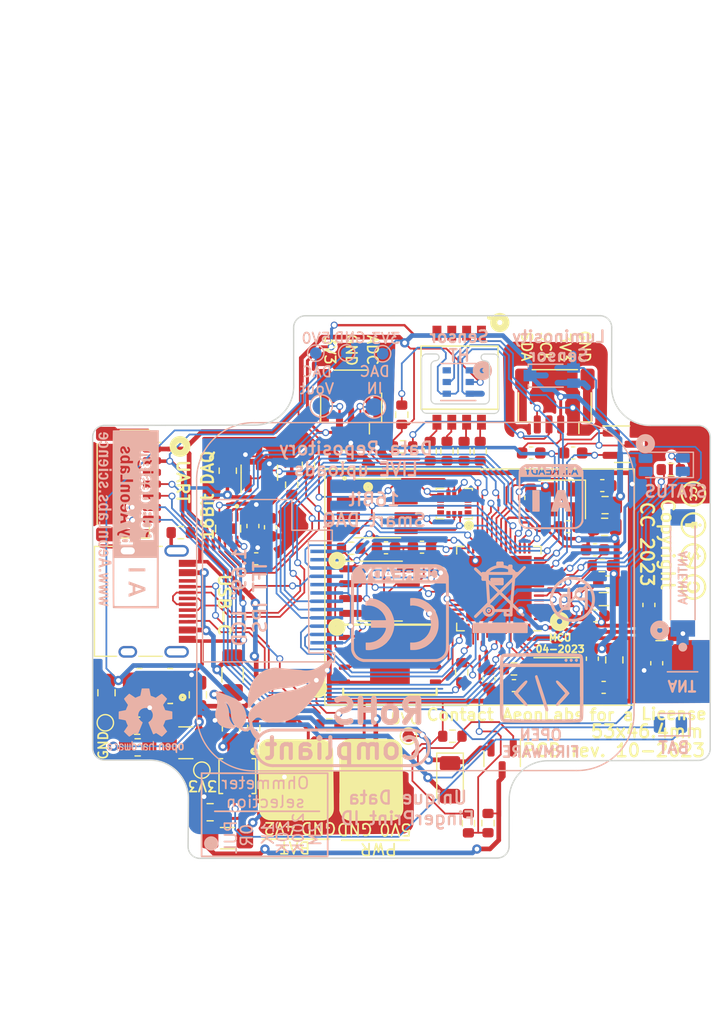
<source format=kicad_pcb>
(kicad_pcb (version 20221018) (generator pcbnew)
  (title_block (date "2021-12-28") (rev "5.3") (company "AeonLabs"))
  (layers (0 "F.Cu" signal) (31 "B.Cu" signal) (34 "B.Paste" user) (35 "F.Paste" user) (36 "B.SilkS" user "B.Silkscreen") (37 "F.SilkS" user "F.Silkscreen") (38 "B.Mask" user) (39 "F.Mask" user) (44 "Edge.Cuts" user))
  (net 0 "")
  (net 1 "GND")
  (net 2 "VOLTAGE_REF_IO07")
  (net 3 "Net-(U3-I_SET)")
  (net 4 "3V3")
  (net 5 "VDD_SPI")
  (net 6 "CHIP_EN")
  (net 7 "ESP_GPIO0_BOOT-DTR")
  (net 8 "GPIO8_I2C_SDA")
  (net 9 "USB_D-")
  (net 10 "SPIHD")
  (net 11 "SPIWP")
  (net 12 "SPICS0")
  (net 13 "SPICLK")
  (net 14 "SPIQ")
  (net 15 "SPID")
  (net 16 "USB_D+")
  (net 17 "Net-(ESP32S1-LNA_IN{slash}RF)")
  (net 18 "Net-(ESP32S1-GPIO16{slash}ADC2_CH5{slash}XTAL_32K_N)")
  (net 19 "Net-(ESP32S1-GPIO15{slash}ADC2_CH4{slash}XTAL_32K_P)")
  (net 20 "TXD0")
  (net 21 "RXD0")
  (net 22 "DAC_CALIBRATION")
  (net 23 "Net-(ESP32S1-XTAL_P)")
  (net 24 "Net-(ESP32S1-XTAL_N)")
  (net 25 "GPIO9_I2C_SCL")
  (net 26 "Net-(ESP32S1-U0TXD{slash}PROG{slash}GPIO43)")
  (net 27 "SPICS1")
  (net 28 "VIN_BATF")
  (net 29 "VIN_BAT")
  (net 30 "STDBY_LED_G")
  (net 31 "CHRG_LED_R")
  (net 32 "VIN")
  (net 33 "USB_5V0")
  (net 34 "BAT_SENSE_IO21")
  (net 35 "Net-(J1-CC1)")
  (net 37 "Net-(J1-CC2)")
  (net 39 "Net-(LED1-RA)")
  (net 40 "unconnected-(U4-NC-Pad1)")
  (net 42 "ADC_IN_IO04")
  (net 43 "PLUG_PWR_3V3_EN_IO38")
  (net 44 "USB_5V0F")
  (net 47 "unconnected-(ESP32S1-MTCK{slash}JTAG{slash}GPIO39-Pad44)")
  (net 48 "unconnected-(ESP32S1-MTDO{slash}JTAG{slash}GPIO40-Pad45)")
  (net 49 "unconnected-(ESP32S1-MTDI{slash}JTAG{slash}GPIO41-Pad47)")
  (net 50 "unconnected-(ESP32S1-MTMS{slash}JTAG{slash}GPIO42-Pad48)")
  (net 51 "Net-(AUR1-FB)")
  (net 52 "Net-(AUR1-SW)")
  (net 53 "Net-(ESP32S1-VDD3P3-Pad2)")
  (net 54 "Net-(E_LNA_ANT2-SIG)")
  (net 55 "Net-(J1-SHIELD-PadS1)")
  (net 64 "Net-(DIPSW1-Pin_4)")
  (net 65 "Net-(DIPSW1-Pin_6)")
  (net 66 "Net-(DIPSW1-Pin_8)")
  (net 67 "TEMT6000_IO33")
  (net 69 "LED_G_IO02")
  (net 70 "LED_R_IO04")
  (net 71 "LED_B_IO05")
  (net 74 "LCD_LED_IO21")
  (net 75 "unconnected-(ESP32S1-GPIO36-Pad41)")
  (net 76 "LCD_DC_IO17")
  (net 77 "LCD_I2C_SDA_IO38")
  (net 78 "LCD_RST_IO37")
  (net 79 "unconnected-(ESP32S1-GPIO35-Pad40)")
  (net 80 "LCD_CS_IO13")
  (net 81 "LCD_I2C_SCL_IO12")
  (net 82 "GNDD")
  (net 83 "unconnected-(ESP32S1-GPIO11{slash}ADC2_CH0-Pad16)")
  (net 84 "PERIPHERALS_PWR_EN_IO10")
  (net 85 "Net-(U5-VREF)")
  (net 86 "ADC_A0")
  (net 87 "ADC_VOUT")
  (net 88 "Net-(DIPSW1-Pin_2)")
  (footprint "Package_TO_SOT_SMD:SOT-23" (layer "F.Cu") (at 226.11 108.7475 -90)
    (fp_text reference "DMP1045U_1" hide)
    (fp_text value "DMP1045U")
  )
  (footprint "Resistor_SMD:R_0603_1608Metric" (layer "F.Cu") (at 224.9 114.24 -90)
    (fp_text reference "BAT_SENSE_R2" hide)
    (fp_text value "100k")
  )
  (footprint "Resistor_SMD:R_0805_2012Metric_Pad1.20x1.40mm_HandSolder" (layer "F.Cu") (at 194.92 107.76)
    (fp_text reference "AUR_R1" hide)
    (fp_text value "75k")
  )
  (footprint "Capacitor_SMD:C_0805_2012Metric" (layer "F.Cu") (at 235.71 100.28 90)
    (fp_text reference "E_VDDA_C2" hide)
    (fp_text value "1uF 10% 50V")
  )
  (footprint "" (layer "F.Cu") (at 227.82 77.62 90)
    (fp_text reference "")
    (fp_text value "")
  )
  (footprint "Connector_JST:JST_SH_SM03B-SRSS-TB_1x03-1MP_P1.00mm_Horizontal" (layer "F.Cu") (at 208.52 110.62)
    (fp_text reference "ExtSWBAT_PLUG2" hide)
    (fp_text value "Conn_01x03_Female")
  )
  (footprint "Capacitor_SMD:C_0603_1608Metric" (layer "F.Cu") (at 206.28 88.935 90)
    (fp_text reference "ADC16_C3" hide)
    (fp_text value "10uF")
  )
  (footprint "Connector_JST:JST_SH_SM07B-SRSS-TB_1x07-1MP_P1.00mm_Horizontal" (layer "F.Cu") (at 194.135 85.24 -90)
    (fp_text reference "JICSP1" hide)
    (fp_text value "Conn_01x07_Socket" hide)
  )
  (footprint "Resistor_SMD:R_0603_1608Metric" (layer "F.Cu") (at 221.85 106.81 180)
    (fp_text reference "DMP1045_R1" hide)
    (fp_text value "10K")
  )
  (footprint "Package_DFN_QFN:AUR9718 ST1S09 SON95P300X300X100-7N" (layer "F.Cu") (at 196.39 102.51 180)
    (fp_text reference "AUR1" hide)
    (fp_text value "AUR9718x_DFN_3x3mm_6_pin")
  )
  (footprint "Capacitor_SMD:C_0603_1608Metric" (layer "F.Cu") (at 234.8 102.63)
    (fp_text reference "E_XTAL40_C1" hide)
    (fp_text value "22pF 5% 50V")
  )
  (footprint "AeonLabs_Sensors:AD5693 16-BIT dac SON50P200X200X60-9N" (layer "F.Cu") (at 202.66 89.05 -90)
    (fp_text reference "U5" hide)
    (fp_text value "~")
  )
  (footprint "Capacitor_SMD:C_0603_1608Metric" (layer "F.Cu") (at 239.34 100.565 -90)
    (fp_text reference "E_LNA_C1" hide)
    (fp_text value "2.7pF")
  )
  (footprint "Capacitor_SMD:C_0603_1608Metric" (layer "F.Cu") (at 205.065 91.63 180)
    (fp_text reference "ADC16_C2" hide)
    (fp_text value "10nF")
  )
  (footprint "Package_DFN_QFN:QFN8 3.1x2.9mm QFNn-8 3x3 SON80P400X400X100-9N" (layer "F.Cu") (at 203.02 109.71 -90)
    (fp_text reference "U3" hide)
    (fp_text value "Battery_charger_CN3065_QFN8")
  )
  (footprint "Capacitor_SMD:C_0603_1608Metric" (layer "F.Cu") (at 234.68 85.37)
    (fp_text reference "E_XTAL32_C2" hide)
    (fp_text value "22pF 5% 50V")
  )
  (footprint "Capacitor_SMD:C_0603_1608Metric" (layer "F.Cu") (at 212.47 82.86 180)
    (fp_text reference "ATSHA_C1" hide)
    (fp_text value "100nF")
  )
  (footprint "Resistor_SMD:R_0603_1608Metric" (layer "F.Cu") (at 223.22 114.25 90)
    (fp_text reference "BAT_SENSE_R1" hide)
    (fp_text value "100k")
  )
  (footprint "Package_TO_SOT_SMD:SOT-23" (layer "F.Cu") (at 205.33 84.2625 90)
    (fp_text reference "MTRT1" hide)
    (fp_text value "NPN")
  )
  (footprint "Capacitor_SMD:C_0805_2012Metric_Pad1.18x1.45mm_HandSolder" (layer "F.Cu") (at 200.07 103.27 90)
    (fp_text reference "AUR_C1" hide)
    (fp_text value "22uF")
  )
  (footprint "Capacitor_SMD:C_0603_1608Metric" (layer "F.Cu") (at 232.185 82.58)
    (fp_text reference "VOLTAGE_REF_C2" hide)
    (fp_text value "100nF")
  )
  (footprint "TestPoint:TestPoint_Pad_D1.0mm" (layer "F.Cu") (at 192.15 105.66)
    (fp_text reference "TP3" hide)
    (fp_text value "GND" hide)
  )
  (footprint "Capacitor_SMD:C_0603_1608Metric" (layer "F.Cu") (at 228.56 86.42 -90)
    (fp_text reference "E_XTAL32_C1" hide)
    (fp_text value "22pF 5% 50V")
  )
  (footprint "AeonLabs_Connectors:Dip Switch 4pin 1mm" (layer "F.Cu") (at 221.165 76.14 -90)
    (fp_text reference "DIPSW1" hide)
    (fp_text value "Conn_02x04_Odd_Even")
  )
  (footprint "Capacitor_SMD:C_0603_1608Metric" (layer "F.Cu") (at 238.67 95.58 90)
    (fp_text reference "E_LNA_C2" hide)
    (fp_text value "2.7pF")
  )
  (footprint "Capacitor_SMD:C_0603_1608Metric" (layer "F.Cu") (at 233.83 100.18 90)
    (fp_text reference "E_VDDA_C1" hide)
    (fp_text value "100nF")
  )
  (footprint "AeonLabs:aeon creative commons logos" (layer "F.Cu") (at 242.53 90.05 -90)
    (fp_text reference "G***" hide)
    (fp_text value "LOGO" hide)
  )
  (footprint "" (layer "F.Cu") (at 206.2 111.13)
    (fp_text reference "")
    (fp_text value "")
  )
  (footprint "Resistor_SMD:R_0603_1608Metric" (layer "F.Cu") (at 198.61 89.39)
    (fp_text reference "USB_PLYG_R2" hide)
    (fp_text value "150K")
  )
  (footprint "Inductor_SMD:L_1210_3225Metric" (layer "F.Cu") (at 199.04 107.37 180)
    (fp_text reference "AUR_l1" hide)
    (fp_text value "3.3uF")
  )
  (footprint "Sensor_Motion:LSM6DS3 Motion Sensor PQFN50P300X250X86-14N" (layer "F.Cu") (at 222.015 86.91 180)
    (fp_text reference "IMU1" hide)
    (fp_text value "LSM6DS3")
  )
  (footprint "AeonLabs_Shields:ESP32-S3 GND Shield" (layer "F.Cu") (at 224.56 93.6 180)
    (fp_text reference "ESP32_SHIELD1" hide)
    (fp_text value "RFShield_OnePiece")
  )
  (footprint "Package_DFN_QFN:QFN-56-1EP_7x7mm_P0.4mm_EP5.6x5.6mm" (layer "F.Cu") (at 225.83 94.18 180)
    (fp_text reference "ESP32S1" hide)
    (fp_text value "ESP32-S3")
  )
  (footprint "" (layer "F.Cu") (at 213 111.09)
    (fp_text reference "")
    (fp_text value "")
  )
  (footprint "Capacitor_SMD:C_0805_2012Metric" (layer "F.Cu") (at 202.9 106.1 -90)
    (fp_text reference "CN3965_C1" hide)
    (fp_text value "22uF")
  )
  (footprint "" (layer "F.Cu") (at 210.76 111.15 90)
    (fp_text reference "")
    (fp_text value "")
  )
  (footprint "Capacitor_SMD:C_0603_1608Metric" (layer "F.Cu") (at 234.065 90.86)
    (fp_text reference "E_RTS_C1" hide)
    (fp_text value "100nF")
  )
  (footprint "Package_TO_SOT_SMD:SOT-23" (layer "F.Cu") (at 236.3875 81.83)
    (fp_text reference "U1" hide)
    (fp_text value "MCP1525-TT" hide)
  )
  (footprint "Resistor_SMD:R_0603_1608Metric" (layer "F.Cu") (at 206.45 104.495 -90)
    (fp_text reference "USB_PLUG_R1" hide)
    (fp_text value "5k1")
  )
  (footprint "Capacitor_SMD:C_0603_1608Metric" (layer "F.Cu") (at 234.09 96.51)
    (fp_text reference "E_VDD_3_C4" hide)
    (fp_text value "100nF 10% 16V")
  )
  (footprint "Capacitor_SMD:C_0805_2012Metric" (layer "F.Cu") (at 234.88 88.9 180)
    (fp_text reference "E_VDD_3_C2" hide)
    (fp_text value "10uF 20% 6.3V")
  )
  (footprint "Capacitor_SMD:C_0603_1608Metric" (layer "F.Cu") (at 224.99 101.91 -90)
    (fp_text reference "E_VDD_CPU_C1" hide)
    (fp_text value "100nF 10% 16V")
  )
  (footprint "Resistor_SMD:R_0603_1608Metric" (layer "F.Cu") (at 217.63 82.05)
    (fp_text reference "I2C_SCL_R1" hide)
    (fp_text value "10k")
  )
  (footprint "Fuse:Fuse_1206_3216Metric_Pad1.42x1.75mm_HandSolder" (layer "F.Cu") (at 203.04 101.58 90)
    (fp_text reference "PWR_FUSE1" hide)
    (fp_text value "Polyfuse")
  )
  (footprint "Package_SO:SOIC-8_3.9x4.9mm_P1.27mm" (layer "F.Cu") (at 215.615 94.395)
    (fp_text reference "EPS1" hide)
    (fp_text value "ESP32-PSRAM_LY68L6400S")
  )
  (footprint "Resistor_SMD:R_0603_1608Metric" (layer "F.Cu") (at 227.12 101.05)
    (fp_text reference "E_DTR_R1" hide)
    (fp_text value "10k")
  )
  (footprint "Crystal:Crystal_SMD_3225-4Pin_3.2x2.5mm" (layer "F.Cu") (at 230.83 101.74 180)
    (fp_text reference "E_XTAL40_1" hide)
    (fp_text value "40Mhz 22pF+-10PPM")
  )
  (footprint "Diode_SMD:D_1206_3216Metric" (layer "F.Cu") (at 221.65 110.535 -90)
    (fp_text reference "DMP1045_SCHOT1" hide)
    (fp_text value "D_Schottky")
  )
  (footprint "Crystal:Crystal_SMD_3225-4Pin_3.2x2.5mm" (layer "F.Cu") (at 231.24 86.55 180)
    (fp_text reference "E_XTAL32_1" hide)
    (fp_text value "32.768Mhz 22pF+-10PPM")
  )
  (footprint "Inductor_SMD:L_0805_2012Metric" (layer "F.Cu") (at 234.82 95.08 180)
    (fp_text reference "E_VDD_L1" hide)
    (fp_text value "12nH 5%")
  )
  (footprint "Resistor_SMD:R_0603_1608Metric" (layer "F.Cu") (at 211.32 105.84)
    (fp_text reference "TMPR1" hide)
    (fp_text value "10K")
  )
  (footprint "Resistor_SMD:R_0603_1608Metric" (layer "F.Cu") (at 208.1 85.3 -90)
    (fp_text reference "IMR1" hide)
    (fp_text value "10K")
  )
  (footprint "Resistor_SMD:R_0603_1608Metric" (layer "F.Cu") (at 217.52 79.31 -90)
    (fp_text reference "I2C_SDA_R1" hide)
    (fp_text value "10k")
  )
  (footprint "Capacitor_SMD:C_0805_2012Metric_Pad1.18x1.45mm_HandSolder" (layer "F.Cu") (at 192.25 103.09 -90)
    (fp_text reference "AUR_C2" hide)
    (fp_text value "4.7uF")
  )
  (footprint "Capacitor_SMD:C_0603_1608Metric" (layer "F.Cu") (at 216.17 90.69 180)
    (fp_text reference "E_SPI_C1" hide)
    (fp_text value "1uF 10% 50V")
  )
  (footprint "" (layer "F.Cu") (at 210.88 77.65 90)
    (fp_text reference "")
    (fp_text value "")
  )
  (footprint "Connector_JST:JST_SH_SM04B-SRSS-TB_1x04-1MP_P1.00mm_Horizontal" (layer "F.Cu") (at 230.62 78.14 180)
    (fp_text reference "I2C_PLUG1" hide)
    (fp_text value "I2C6")
  )
  (footprint "Resistor_SMD:R_0603_1608Metric" (layer "F.Cu") (at 234.64 92.21 180)
    (fp_text reference "E_RTS_R1" hide)
    (fp_text value "10k")
  )
  (footprint "Capacitor_SMD:C_0805_2012Metric" (layer "F.Cu") (at 201.12 113.31)
    (fp_text reference "CN3065_C2" hide)
    (fp_text value "4.7uF")
  )
  (footprint "Resistor_SMD:R_0603_1608Metric" (layer "F.Cu") (at 213.18 90.73)
    (fp_text reference "PSRAM_R1" hide)
    (fp_text value "100K")
  )
  (footprint "Resistor_SMD:R_0603_1608Metric" (layer "F.Cu") (at 221.39 82.41 90)
    (fp_text reference "DIP_R4" hide)
    (fp_text value "200k")
  )
  (footprint "Connector_USB:USB_C_Receptacle_HRO_TYPE-C-31-M-12" (layer "F.Cu") (at 195.12 95.27 -90)
    (fp_text reference "J1" hide)
    (fp_text value "TYPE-C-31-M-12" hide)
  )
  (footprint "Connector_JST:JST_SH_SM03B-SRSS-TB_1x03-1MP_P1.00mm_Horizontal" (layer "F.Cu") (at 213.19 78.175 180)
    (fp_text reference "ExtSW1" hide)
    (fp_text value "Conn_01x03_Female")
  )
  (footprint "Resistor_SMD:R_0603_1608Metric" (layer "F.Cu") (at 208.05 104.545 -90)
    (fp_text reference "USB_PLUG_R3" hide)
    (fp_text value "5k1")
  )
  (footprint "Resistor_SMD:R_0603_1608Metric" (layer "F.Cu") (at 219.95 82.42 90)
    (fp_text reference "DIP_R5" hide)
    (fp_text value "2M")
  )
  (footprint "Capacitor_SMD:C_0603_1608Metric" (layer "F.Cu") (at 227.12 102.48 180)
    (fp_text reference "E_XTAL40_C2" hide)
    (fp_text value "22pF 5% 50V")
  )
  (footprint "Resistor_SMD:R_0603_1608Metric" (layer "F.Cu") (at 240.55 84)
    (fp_text reference "LR1" hide)
    (fp_text value "330R")
  )
  (footprint "Resistor_SMD:R_0805_2012Metric" (layer "F.Cu") (at 202.63 84.0975 90)
    (fp_text reference "MTRR1" hide)
    (fp_text value "10k")
  )
  (footprint "Capacitor_SMD:C_0805_2012Metric" (layer "F.Cu") (at 234.92 87.04 180)
    (fp_text reference "E_VDD_3_C1" hide)
    (fp_text value "10uF 20% 6.3V")
  )
  (footprint "Capacitor_SMD:C_0603_1608Metric" (layer "F.Cu") (at 231.79 88.89)
    (fp_text reference "E_VDD_RTC_C1" hide)
    (fp_text value "100nF 10% 16V")
  )
  (footprint "TestPoint:TestPoint_Pad_D1.0mm" (layer "F.Cu") (at 218.09 106.8)
    (fp_text reference "TP1" hide)
    (fp_text value "VIN" hide)
  )
  (footprint "Resistor_SMD:R_0603_1608Metric" (layer "F.Cu") (at 222.65 101.34 90)
    (fp_text reference "E_UART_TX_1" hide)
    (fp_text value "499R")
  )
  (footprint "Capacitor_SMD:C_0603_1608Metric" (layer "F.Cu") (at 228.595 82.58 180)
    (fp_text reference "VOLTAGE_REF_C1" hide)
    (fp_text value "100nF")
  )
  (footprint "Inductor_SMD:L_0805_2012Metric" (layer "F.Cu") (at 239.67 98.07 180)
    (fp_text reference "E_LNA_l1" hide)
    (fp_text value "1.8nH 5%")
  )
  (footprint "" (layer "F.Cu") (at 193.61 80.9)
    (fp_text reference "")
    (fp_text value "")
  )
  (footprint "Resistor_SMD:R_0805_2012Metric_Pad1.20x1.40mm_HandSolder" (layer "F.Cu") (at 194.87 105.91 180)
    (fp_text reference "AUR_R2" hide)
    (fp_text value "24k")
  )
  (footprint "Resistor_SMD:R_0603_1608Metric" (layer "F.Cu") (at 222.85 82.42 90)
    (fp_text reference "DIP_R3" hide)
    (fp_text value "20k")
  )
  (footprint "TestPoint:TestPoint_Pad_D1.0mm" (layer "F.Cu") (at 200.41 109.71)
    (fp_text reference "TP2" hide)
    (fp_text value "VOut" hide)
  )
  (footprint "Capacitor_SMD:C_0603_1608Metric" (layer "F.Cu") (at 235.12 93.61 180)
    (fp_text reference "E_VDD_3_C3" hide)
    (fp_text value "100nF 10% 16V")
  )
  (footprint "" (layer "F.Cu") (at 233.43 77.63 90)
    (fp_text reference "")
    (fp_text value "")
  )
  (footprint "AeonLabs Storage:WSON8 FLASH SPI SON127P800X600X80-9N" (layer "F.Cu") (at 216.505 100.265)
    (fp_text reference "ESP_FLASH1" hide)
    (fp_text value "W25Q128JVS")
  )
  (footprint "Resistor_SMD:R_0603_1608Metric" (layer "F.Cu") (at 224.23 82.42 90)
    (fp_text reference "DIP_R2" hide)
    (fp_text value "1k")
  )
  (footprint "Resistor_SMD:R_0603_1608Metric" (layer "F.Cu") (at 204.85 106.11 -90)
    (fp_text reference "CN3065_R1" hide)
    (fp_text value "1K8")
  )
  (footprint "Resistor_SMD:R_0603_1608Metric" (layer "F.Cu") (at 209.53 83.6 -90)
    (fp_text reference "IMR2" hide)
    (fp_text value "10K")
  )
  (footprint "" (layer "F.Cu") (at 216.64 111.08)
    (fp_text reference "")
    (fp_text value "")
  )
  (footprint "Fuse:Fuse_1206_3216Metric_Pad1.42x1.75mm_HandSolder" (layer "F.Cu") (at 202.6 115.53)
    (fp_text reference "BAT_FUSE1" hide)
    (fp_text value "Polyfuse")
  )
  (footprint "Capacitor_SMD:C_0603_1608Metric" (layer "F.Cu") (at 219.25 90.64)
    (fp_text reference "E_SPI_C2" hide)
    (fp_text value "100nF 10% 16V")
  )
  (footprint "Package_SO:ATSHA204A Auth SOIC8" (layer "F.Cu") (at 215.42 87.315)
    (fp_text reference "U2" hide)
    (fp_text value "ATSHA204A-MAHDA-T")
  )
  (footprint "" (layer "F.Cu") (at 215.49 77.66 90)
    (fp_text reference "")
    (fp_text value "")
  )
  (footprint "Capacitor_SMD:C_0603_1608Metric" (layer "F.Cu") (at 204.78 88.83 90)
    (fp_text reference "ADC16_C1" hide)
    (fp_text value "100nF")
  )
  (footprint "AeonLabs Enclosure Boxes:ABB JB6 IP65 57x64mm" (layer "F.Cu") (at 220.75 93.78)
    (fp_text reference "REF**" hide)
    (fp_text value "ABB JB6 IP65 57x64mm")
    (fp_line (start -29.68 14.045484) (end -29.684389 -12.595279) (stroke (width 0.12)) (layer "Edge.Cuts"))
    (fp_line (start -28.718904 15.072335) (end -24.798393 15.067665) (stroke (width 0.12)) (layer "Edge.Cuts"))
    (fp_line (start -28.657538 -13.556375) (end -15.822462 -13.583625) (stroke (width 0.12)) (layer "Edge.Cuts"))
    (fp_line (start -21.517584 22.447976) (end -21.488551 18.410009) (stroke (width 0.12)) (layer "Edge.Cuts"))
    (fp_line (start -20.556488 23.474827) (end 4.927339 23.448648) (stroke (width 0.12)) (layer "Edge.Cuts"))
    (fp_line (start -12.483764 -21.975849) (end -12.480118 -16.893467) (stroke (width 0.12)) (layer "Edge.Cuts"))
    (fp_line (start -11.456913 -22.936945) (end 13.776912 -22.943054) (stroke (width 0.12)) (layer "Edge.Cuts"))
    (fp_line (start 5.95419 22.487552) (end 5.96258 18.437092) (stroke (width 0.12)) (layer "Edge.Cuts"))
    (fp_line (start 14.738008 -21.916203) (end 14.727203 -16.893806) (stroke (width 0.12)) (layer "Edge.Cuts"))
    (fp_line (start 18.037045 -13.551462) (end 22.204116 -13.548538) (stroke (width 0.12)) (layer "Edge.Cuts"))
    (fp_line (start 22.14 15.1) (end 9.304924 15.12725) (stroke (width 0.12)) (layer "Edge.Cuts"))
    (fp_line (start 23.165212 -12.521687) (end 23.166851 14.138904) (stroke (width 0.12)) (layer "Edge.Cuts"))
    (fp_arc (start -29.684389 -12.595279) (mid -29.365412 -13.283579) (end -28.657538 -13.556375) (stroke (width 0.12)) (layer "Edge.Cuts"))
    (fp_arc (start -28.718904 15.072335) (mid -29.407203 14.753357) (end -29.68 14.045484) (stroke (width 0.12)) (layer "Edge.Cuts"))
    (fp_arc (start -24.798393 15.067665) (mid -22.446462 16.048605) (end -21.488551 18.410009) (stroke (width 0.12)) (layer "Edge.Cuts"))
    (fp_arc (start -20.556488 23.474827) (mid -21.244789 23.155851) (end -21.517584 22.447976) (stroke (width 0.12)) (layer "Edge.Cuts"))
    (fp_arc (start -12.483764 -21.975849) (mid -12.164792 -22.664154) (end -11.456913 -22.936945) (stroke (width 0.12)) (layer "Edge.Cuts"))
    (fp_arc (start -12.480118 -16.893467) (mid -13.461062 -14.54154) (end -15.822462 -13.583625) (stroke (width 0.12)) (layer "Edge.Cuts"))
    (fp_arc (start 5.95419 22.487552) (mid 5.635223 23.175861) (end 4.927339 23.448648) (stroke (width 0.12)) (layer "Edge.Cuts"))
    (fp_arc (start 5.96258 18.437092) (mid 6.943525 16.085166) (end 9.304924 15.12725) (stroke (width 0.12)) (layer "Edge.Cuts"))
    (fp_arc (start 13.776912 -22.943054) (mid 14.465188 -22.62407) (end 14.738008 -21.916203) (stroke (width 0.12)) (layer "Edge.Cuts"))
    (fp_arc (start 18.037045 -13.551462) (mid 15.685136 -14.532419) (end 14.727203 -16.893806) (stroke (width 0.12)) (layer "Edge.Cuts"))
    (fp_arc (start 22.204116 -13.548538) (mid 22.892343 -13.229481) (end 23.165212 -12.521687) (stroke (width 0.12)) (layer "Edge.Cuts"))
    (fp_arc (start 23.166851 14.138904) (mid 22.847862 14.827192) (end 22.14 15.1) (stroke (width 0.12)) (layer "Edge.Cuts"))
  )
  (footprint "Connector_JST:JST_SH_SM02B-SRSS-TB_1x02-1MP_P1.00mm_Horizontal" (layer "F.Cu") (at 214.83 110.565)
    (fp_text reference "PWR_PLUG1" hide)
    (fp_text value "Screw_Terminal_01x02")
  )
  (footprint "" (layer "B.Cu") (at 193.62 89.5 180)
    (fp_text reference "")
    (fp_text value "")
  )
  (footprint "RF_Antenna:RF Antenna IPEX SMD PCB HRS_U.FL-R-SMT(01)" (layer "B.Cu") (at 241.55 100)
    (fp_text reference "E_LNA_ANT2" hide)
    (fp_text value "U.FL-R-SMT(01)" hide)
  )
  (footprint "AeonLabs Logosy:AI ready" (layer "B.Cu") (at 230.29 86.31 180)
    (fp_text reference "G***" hide)
    (fp_text value "LOGO" hide)
  )
  (footprint "OLIMEX_LOGOs-FP:LOGO_RECYCLEBIN_1" (layer "B.Cu") (at 228.2725 97.963 180)
    (fp_text reference "Sign-RecycleBin" hide)
    (fp_text value "" hide)
  )
  (footprint "RF_Antenna:2.4ghZ WIFI ANTENNA AN9520_ANT2-SMD-9.5X2.1X1.0MM" (layer "B.Cu") (at 241.57 92.84 90)
    (property "VALUE" "AN9520")
    (fp_text reference "E_LNA_ANT1" hide)
    (fp_text value "SMD-BUILT-IN-ANTENNA-2.4GHZ(2P-9.5X2.1MM)" hide)
  )
  (footprint "TestPoint:TestPoint_Pad_D1.0mm" (layer "B.Cu") (at 215.88 74.09 180)
    (fp_text reference "TP2" hide)
    (fp_text value "VOut" hide)
  )
  (footprint "TestPoint:TestPoint_Pad_D1.5mm" (layer "B.Cu") (at 210.63 78.56 180)
    (fp_text reference "REF**" hide)
    (fp_text value "TestPoint_Pad_D1.5mm" hide)
  )
  (footprint "Sensor:TEMT6000-SEN" (layer "B.Cu") (at 230.35 75.96 180)
    (fp_text reference "U6" hide)
    (fp_text value "TEMT6000" hide)
  )
  (footprint "Sensor_Humidity:AHT20 HT Sensor PSON100P300X300X110-6N" (layer "B.Cu") (at 222.355 76.51 180)
    (fp_text reference "U4" hide)
    (fp_text value "AHT20" hide)
  )
  (footprint "LED_SMD:LED_1206_3210_RGB_Metric" (layer "B.Cu") (at 240.21 83.64 180)
    (fp_text reference "LED1" hide)
    (fp_text value "LED_GBRC" hide)
  )
  (footprint "OLIMEX_LOGOs-FP:LOGO_ROHS_1" (layer "B.Cu") (at 218.82 108.69 180)
    (fp_text reference "Sign-RoHS" hide)
    (fp_text value "" hide)
  )
  (footprint "AeonLabs Logos:aeonlabs science" (layer "B.Cu") (at 194.1 88.25 90)
    (fp_text reference "G***" hide)
    (fp_text value "LOGO" hide)
  )
  (footprint "AeonLabs Logosy:CE Ready Small Logo" (layer "B.Cu") (at 217.37 96.27 180)
    (fp_text reference "G***" hide)
    (fp_text value "LOGO" hide)
  )
  (footprint "TestPoint:TestPoint_Pad_D1.0mm" (layer "B.Cu") (at 212.81 74.02 180)
    (fp_text reference "TP3" hide)
    (fp_text value "GND" hide)
  )
  (footprint "Symbol:OSHW-Logo2_7.3x6mm_SilkScreen" (layer "B.Cu") (at 195.59 105.48 180)
    (fp_text reference "REF**" hide)
    (fp_text value "OSHW-Logo2_7.3x6mm_SilkScreen" hide)
  )
  (footprint "AeonLabs LCDs:1,69 inch LCD IPS TFT" (layer "B.Cu") (at 222.508795 95.553857 90)
    (fp_text reference "LCD1" hide)
    (fp_text value "Conn_01x12_Male" hide)
  )
  (footprint "LED_SMD:LED_0805_2012Metric" (layer "B.Cu") (at 240.51 105.82 180)
    (fp_text reference "CN3065_STDBY_LED1" hide)
    (fp_text value "LED" hide)
  )
  (footprint "OLIMEX_LOGOs-FP:LOGO_PBFREE" (layer "B.Cu") (at 232.33 94.78)
    (fp_text reference "Sign-PbFree" hide)
    (fp_text value "")
  )
  (footprint "AeonLabs Logos:open_firmware" (layer "B.Cu") (at 229.64 103.64 180)
    (fp_text reference "G***" hide)
    (fp_text value "LOGO" hide)
  )
  (footprint "TestPoint:TestPoint_Pad_D1.5mm" (layer "B.Cu") (at 215.17 78.64 180)
    (fp_text reference "REF**" hide)
    (fp_text value "TestPoint_Pad_D1.5mm" hide)
  )
  (footprint "TestPoint:TestPoint_Pad_D1.0mm" (layer "B.Cu") (at 210.16 74.04 180)
    (fp_text reference "TP1" hide)
    (fp_text value "VIN" hide)
  )
  (gr_line (start 201.52 113.23) (end 210.47 113.23) (stroke (width 0.15)) (layer "B.SilkS"))
  (gr_circle (center 201.21 115.98) (end 201.232709 115.67) (stroke (width 0.6)) (fill none) (layer "B.SilkS"))
  (gr_circle (center 239.6 97.74) (end 239.821547 97.76) (stroke (width 0.6)) (fill none) (layer "B.SilkS"))
  (gr_circle (center 224.42 75.532447) (end 224.641547 75.552447) (stroke (width 0.6)) (fill none) (layer "B.SilkS"))
  (gr_circle (center 238.37 81.787553) (end 238.591547 81.807553) (stroke (width 0.6)) (fill none) (layer "B.SilkS"))
  (gr_rect (start 200.39 109.975) (end 211.18 117.085) (stroke (width 0.15)) (fill none) (layer "B.SilkS"))
  (gr_circle (center 231.02 96.99) (end 230.798453 97.01) (stroke (width 0.6)) (fill none) (layer "F.SilkS"))
  (gr_circle (center 225.91 71.42) (end 225.688453 71.44) (stroke (width 0.6)) (fill none) (layer "F.SilkS"))
  (gr_circle (center 223.272448 88.78) (end 223.494896 88.78) (stroke (width 0.4)) (fill none) (layer "F.SilkS"))
  (gr_circle (center 210.31 102.7) (end 210.088453 102.72) (stroke (width 0.6)) (fill none) (layer "F.SilkS"))
  (gr_line (start 212.39 115.71) (end 218.13 115.71) (stroke (width 0.15)) (layer "F.SilkS"))
  (gr_circle (center 211.982685 91.78) (end 211.842685 91.807553) (stroke (width 0.6)) (fill none) (layer "F.SilkS"))
  (gr_circle (center 204.88 108.1) (end 205.07 108.12) (stroke (width 0.28)) (fill none) (layer "F.SilkS"))
  (gr_line (start 205.59 115.62) (end 211.33 115.62) (stroke (width 0.15)) (layer "F.SilkS"))
  (gr_circle (center 211.962685 97.48) (end 211.822685 97.507553) (stroke (width 0.6)) (fill none) (layer "F.SilkS"))
  (gr_circle (center 214.64 85.487552) (end 214.862448 85.487552) (stroke (width 0.4)) (fill none) (layer "F.SilkS"))
  (gr_circle (center 198.762353 103.49) (end 198.742353 103.68) (stroke (width 0.28)) (fill none) (layer "F.SilkS"))
  (gr_circle (center 198.541547 82.02) (end 198.251547 82.05) (stroke (width 0.6)) (fill none) (layer "F.SilkS"))
  (gr_line (start 220.018699 75.114445) (end 220.018212 77.974445) (stroke (width 0.1)) (layer "Edge.Cuts"))
  (gr_line (start 224.604757 78.390487) (end 220.448699 78.384444) (stroke (width 0.1)) (layer "Edge.Cuts"))
  (gr_arc (start 224.594756 74.69) (mid 224.897863 74.802745) (end 225.025243 75.099999) (stroke (width 0.1)) (layer "Edge.Cuts"))
  (gr_arc (start 225.384999 74.120332) (mid 225.688014 74.233174) (end 225.815486 74.530331) (stroke (width 0.1)) (layer "Edge.Cuts"))
  (gr_arc (start 225.834356 78.772673) (mid 225.721621 79.07579) (end 225.424357 79.20316) (stroke (width 0.1)) (layer "Edge.Cuts"))
  (gr_line (start 225.025243 75.099999) (end 225.014756 77.96) (stroke (width 0.1)) (layer "Edge.Cuts"))
  (gr_arc (start 220.018181 75.114445) (mid 220.13094 74.811351) (end 220.42818 74.683958) (stroke (width 0.1)) (layer "Edge.Cuts"))
  (gr_line (start 219.628182 74.11013) (end 220.42818 74.109687) (stroke (width 0.1)) (layer "Edge.Cuts"))
  (gr_arc (start 224.594756 74.69) (mid 224.3076 74.402864) (end 224.594756 74.115729) (stroke (width 0.1)) (layer "Edge.Cuts"))
  (gr_line (start 225.384999 74.120332) (end 224.594756 74.115729) (stroke (width 0.1)) (layer "Edge.Cuts"))
  (gr_line (start 219.655349 79.185476) (end 225.424357 79.20316) (stroke (width 0.1)) (layer "Edge.Cuts"))
  (gr_line (start 219.218701 74.540617) (end 219.224862 78.775477) (stroke (width 0.1)) (layer "Edge.Cuts"))
  (gr_arc (start 220.42818 74.109687) (mid 220.715313 74.396822) (end 220.42818 74.683958) (stroke (width 0.1)) (layer "Edge.Cuts"))
  (gr_line (start 225.834356 78.772673) (end 225.815486 74.530331) (stroke (width 0.1)) (layer "Edge.Cuts"))
  (gr_arc (start 219.218183 74.540617) (mid 219.33087 74.237454) (end 219.628182 74.11013) (stroke (width 0.1)) (layer "Edge.Cuts"))
  (gr_arc (start 220.448699 78.384444) (mid 220.145565 78.271727) (end 220.018212 77.974445) (stroke (width 0.1)) (layer "Edge.Cuts"))
  (gr_arc (start 219.655349 79.185476) (mid 219.35217 79.072806) (end 219.224862 78.775477) (stroke (width 0.1)) (layer "Edge.Cuts"))
  (gr_arc (start 225.014756 77.96) (mid 224.90204 78.263135) (end 224.604757 78.390487) (stroke (width 0.1)) (layer "Edge.Cuts"))
  (gr_text "BAT" (at 240.81 107.79) (layer "B.SilkS") (effects (font (size 1 1) (thickness 0.2)) (justify mirror)))
  (gr_text "5V0\n" (at 210.19 72.77) (layer "B.SilkS") (effects (font (size 0.9 0.9)) (justify mirror)))
  (gr_text "1K" (at 206.06 115.15 90) (layer "B.SilkS") (effects (font (size 1 1)) (justify mirror)))
  (gr_text "2M" (at 210.12 115.16 90) (layer "B.SilkS") (effects (font (size 1 1)) (justify mirror)))
  (gr_text "Unique Data\nFingerPrint ID" (at 218.02 112.95) (layer "B.SilkS") (effects (font (size 1.1 1.1) (thickness 0.2)) (justify mirror)))
  (gr_text "ANTENNA" (at 241.59 93.26 90) (layer "B.SilkS") (effects (font (size 0.7 0.7)) (justify mirror)))
  (gr_text "1.69{dblquote} LCD\nTFT IPS" (at 204.51 94.92 90) (layer "B.SilkS") (effects (font (size 1.1 1.1) (thickness 0.2)) (justify mirror)))
  (gr_text "GND" (at 213.07 72.73) (layer "B.SilkS") (effects (font (size 0.9 0.9)) (justify mirror)))
  (gr_text "3V3" (at 216.13 72.78) (layer "B.SilkS") (effects (font (size 0.9 0.9)) (justify mirror)))
  (gr_text "DAC\nVout" (at 210.26 76.36) (layer "B.SilkS") (effects (font (size 0.9 0.9)) (justify mirror)))
  (gr_text "0R" (at 204.25 115.27 90) (layer "B.SilkS") (effects (font (size 1 1)) (justify mirror)))
  (gr_text "ANT" (at 241.5 102.49 180) (layer "B.SilkS") (effects (font (size 0.9 0.9) (thickness 0.2)) (justify mirror)))
  (gr_text "16Bit\nSmart DAQ" (at 215.15 87.44) (layer "B.SilkS") (effects (font (size 1.1 1.1) (thickness 0.2)) (justify mirror)))
  (gr_text "Luminosity\nSensor" (at 230.95 73.44) (layer "B.SilkS") (effects (font (size 1 1) (thickness 0.2)) (justify mirror)))
  (gr_text "STATUS" (at 240.98 85.87) (layer "B.SilkS") (effects (font (size 1 1) (thickness 0.2)) (justify mirror)))
  (gr_text "20K" (at 207.34 115.45 90) (layer "B.SilkS") (effects (font (size 1 1)) (justify mirror)))
  (gr_text "200K" (at 208.66 115.1 90) (layer "B.SilkS") (effects (font (size 0.9 0.9)) (justify mirror)))
  (gr_text "Sensor\nHT" (at 222.43 73.44) (layer "B.SilkS") (effects (font (size 1 1) (thickness 0.2)) (justify mirror)))
  (gr_text "DAC\nIN" (at 215.2 76.33) (layer "B.SilkS") (effects (font (size 0.9 0.9)) (justify mirror)))
  (gr_text "OPEN\nFIRMWARE" (at 229.41 107.43) (layer "B.SilkS") (effects (font (size 0.9 0.9) (thickness 0.2)) (justify mirror)))
  (gr_text "Data Repository\nLIVE uploads" (at 213.59 83.09) (layer "B.SilkS") (effects (font (size 1.1 1.1) (thickness 0.2)) (justify mirror)))
  (gr_text "Ohmmeter\nselection" (at 205.84 111.62) (layer "B.SilkS") (effects (font (size 1 1)) (justify mirror)))
  (gr_text "PUL" (at 202.89 115.44 90) (layer "B.SilkS") (effects (font (size 1 1)) (justify mirror)))
  (gr_text "GND" (at 191.97 107.58 90) (layer "F.SilkS") (effects (font (size 0.8 0.8))))
  (gr_text "3V3" (at 200.46 111.05 180) (layer "F.SilkS") (effects (font (size 0.9 0.9))))
  (gr_text "3V3" (at 211.37 73.78 -90) (layer "F.SilkS") (effects (font (size 0.9 0.9))))
  (gr_text "GND" (at 213.49 114.75 180) (layer "F.SilkS") (effects (font (size 1 1))))
  (gr_text "MCU\n04-2023" (at 231.07 98.87) (layer "F.SilkS") (effects (font (size 0.6 0.6) (thickness 0.15) bold)))
  (gr_text "PCB rev. 10-2023" (at 235.66 108.02) (layer "F.SilkS") (effects (font (size 1.1 1.1) (thickness 0.2))))
  (gr_text "16Bit DAQ" (at 200.9 86.21 90) (layer "F.SilkS") (effects (font (size 1 1) (thickness 0.2))))
  (gr_text "BAT" (at 208.39 116.32 180) (layer "F.SilkS") (effects (font (size 1 1))))
  (gr_text "Copyright\nCC 2023" (at 239.391469 90.3798 -90) (layer "F.SilkS") (effects (font (size 1.1 1.1) (thickness 0.2))))
  (gr_text "for a\n" (at 233.47 104.98) (layer "F.SilkS") (effects (font (size 1 1) (thickness 0.2)) (justify left)))
  (gr_text "SCK" (at 229.83 73.52 270) (layer "F.SilkS") (effects (font (size 0.9 0.9))))
  (gr_text "Contact AeonLabs" (at 219.53 104.97) (layer "F.SilkS") (effects (font (size 1 1) (thickness 0.2)) (justify left)))
  (gr_text "PWR" (at 215.53 116.45 180) (layer "F.SilkS") (effects (font (size 1 1))))
  (gr_text "3V3" (at 231.5 73.54 -90) (layer "F.SilkS") (effects (font (size 0.9 0.9))))
  (gr_text "53x46.4mm" (at 238.51 106.39) (layer "F.SilkS") (effects (font (size 1.1 1.1) (thickness 0.2))))
  (gr_text "ADC" (at 215.01 73.78 270) (layer "F.SilkS") (effects (font (size 0.9 0.9))))
  (gr_text "License" (at 237.89 104.9) (layer "F.SilkS") (effects (font (size 1 1) (thickness 0.2)) (justify left)))
  (gr_text "4V2" (at 207.094 114.676 180) (layer "F.SilkS") (effects (font (size 1 1))))
  (gr_text "USB-C" (at 202.33 95.58 -90) (layer "F.SilkS") (effects (font (size 1 1) (thickness 0.2))))
  (gr_text "5V0" (at 216.98 114.785 180) (layer "F.SilkS") (effects (font (size 1 1))))
  (gr_text "GND" (at 233.17 73.47 270) (layer "F.SilkS") (effects (font (size 0.9 0.9))))
  (gr_text "GND" (at 213.2 73.76 -90) (layer "F.SilkS") (effects (font (size 0.9 0.9))))
  (gr_text "GND" (at 210.396 114.676 180) (layer "F.SilkS") (effects (font (size 1 1))))
  (gr_text "5V0\n" (at 217.81 105.31) (layer "F.SilkS") (effects (font (size 0.9 0.9))))
  (gr_text "SDA" (at 228.21 73.47 -90) (layer "F.SilkS") (effects (font (size 0.9 0.9))))
  (gr_text "UART" (at 198.78 85.04 -90) (layer "F.SilkS") (effects (font (size 1 1) (thickness 0.2))))
  (segment (start 232.19 76.58) (end 230.86 76.58) (width 0.51) (layer "B.Cu") (net 0))
  (segment (start 233.09 76.61) (end 233.44 76.96) (width 0.51) (layer "B.Cu") (net 0))
  (segment (start 232.22 76.61) (end 233.09 76.61) (width 0.51) (layer "B.Cu") (net 0))
  (segment (start 232.22 76.61) (end 232.19 76.58) (width 0.51) (layer "B.Cu") (net 0))
  (segment (start 211.315 94.05) (end 211.315 100.245) (width 0.15) (layer "F.Cu") (net 1))
  (segment (start 224.96 102.725) (end 224.775 102.725) (width 0.2) (layer "F.Cu") (net 1))
  (segment (start 200.42 113.785) (end 200.42 113.71) (width 0.25) (layer "F.Cu") (net 1))
  (segment (start 231.391954 99.578914) (end 231.501361 99.688321) (width 0.2) (layer "F.Cu") (net 1))
  (segment (start 229.642436 99.035318) (end 229.835244 99.073679) (width 0.2) (layer "F.Cu") (net 1))
  (segment (start 231.501361 99.688321) (end 232.608321 99.688321) (width 0.2) (layer "F.Cu") (net 1))
  (segment (start 196.175 83.28) (end 196.135 83.24) (width 0.3) (layer "F.Cu") (net 1))
  (segment (start 229.4455 88.4455) (end 227.568118 86.568118) (width 0.2) (layer "F.Cu") (net 1))
  (segment (start 200.33 91.88) (end 199.305 91.88) (width 0.3) (layer "F.Cu") (net 1))
  (segment (start 221.025 106.81) (end 220.69 106.81) (width 0.15) (layer "F.Cu") (net 1))
  (segment (start 230.489878 97.517855) (end 229.8 97.517855) (width 0.32) (layer "F.Cu") (net 1))
  (segment (start 230.809558 97.837535) (end 230.489878 97.517855) (width 0.32) (layer "F.Cu") (net 1))
  (segment (start 214.3 106.95) (end 214.3 105.5) (width 0.25) (layer "F.Cu") (net 1))
  (segment (start 200.28 112.39) (end 200.28 113.59) (width 0.25) (layer "F.Cu") (net 1))
  (segment (start 233.73125 87.063321) (end 233.93 87.262071) (width 0.3) (layer "F.Cu") (net 1))
  (segment (start 230.180313 99.258143) (end 230.25125 99.326214) (width 0.2) (layer "F.Cu") (net 1))
  (segment (start 218.43 110.63) (end 221.225 113.425) (width 0.15) (layer "F.Cu") (net 1))
  (segment (start 220.66 90.04) (end 220.09 90.61) (width 0.15) (layer "F.Cu") (net 1))
  (segment (start 232.30625 87.510764) (end 232.102743 87.307257) (width 0.3) (layer "F.Cu") (net 1))
  (segment (start 214.3 105.5) (end 214.3 103.74) (width 0.25) (layer "F.Cu") (net 1))
  (segment (start 234.85 101.29) (end 234.515 100.955) (width 0.2) (layer "F.Cu") (net 1))
  (segment (start 213.245 84.28) (end 211.35 84.28) (width 0.2) (layer "F.Cu") (net 1))
  (segment (start 219.54 89.86) (end 215.32 89.86) (width 0.15) (layer "F.Cu") (net 1))
  (segment (start 202.99 86.34) (end 205.863604 86.34) (width 0.3) (layer "F.Cu") (net 1))
  (segment (start 237.021199 97.359995) (end 237.081199 97.299995) (width 0.32) (layer "F.Cu") (net 1))
  (segment (start 238.395 94.82) (end 237.08 94.82) (width 0.32) (layer "F.Cu") (net 1))
  (segment (start 203.93 94.93) (end 203.93 95.43) (width 0.3) (layer "F.Cu") (net 1))
  (segment (start 214.82 89.36) (end 215.255 89.795) (width 0.25) (layer "F.Cu") (net 1))
  (segment (start 193.49 106.03) (end 193.49 104.76) (width 0.4) (layer "F.Cu") (net 1))
  (segment (start 203.22 108.82) (end 203.22 109.89) (width 0.25) (layer "F.Cu") (net 1))
  (segment (start 231.921199 102.882495) (end 231.921199 103.857495) (width 0.3) (layer "F.Cu") (net 1))
  (segment (start 235.45625 85.559661) (end 233.95259 87.063321) (width 0.3) (layer "F.Cu") (net 1))
  (segment (start 232.675952 94.695721) (end 232.734279 94.695721) (width 0.15) (layer "F.Cu") (net 1))
  (segment (start 220.045 90.61) (end 220.045 90.365) (width 0.15) (layer "F.Cu") (net 1))
  (segment (start 220.03 107.47) (end 219.225025 107.47) (width 0.15) (layer "F.Cu") (net 1))
  (segment (start 209.52 108.62) (end 209.52 107.51) (width 0.25) (layer "F.Cu") (net 1))
  (segment (start 230.0655 89.2455) (end 229.114128 89.2455) (width 0.2) (layer "F.Cu") (net 1))
  (segment (start 193.49 105.9) (end 193.39 105.8) (width 0.15) (layer "F.Cu") (net 1))
  (segment (start 206.31 85.893604) (end 206.31 84.75) (width 0.3) (layer "F.Cu") (net 1))
  (segment (start 215.025 102.19) (end 211.315 102.19) (width 0.25) (layer "F.Cu") (net 1))
  (segment (start 227.568118 86.568118) (end 227.568118 85.9045) (width 0.2) (layer "F.Cu") (net 1))
  (segment (start 219.225025 107.47) (end 218.43 108.265026) (width 0.15) (layer "F.Cu") (net 1))
  (segment (start 214.58 89.36) (end 214.73 89.51) (width 0.15) (layer "F.Cu") (net 1))
  (segment (start 232.30625 88.773321) (end 232.30625 87.510764) (width 0.3) (layer "F.Cu") (net 1))
  (segment (start 230.016863 99.148918) (end 230.180313 99.258143) (width 0.2) (layer "F.Cu") (net 1))
  (segment (start 234.90625 97.268321) (end 234.823221 97.35135) (width 0.2) (layer "F.Cu") (net 1))
  (segment (start 223.34 113.4) (end 223.2 113.54) (width 0.25) (layer "F.Cu") (net 1))
  (segment (start 208.505 105.285) (end 204.85 105.285) (width 0.25) (layer "F.Cu") (net 1))
  (segment (start 202.94 104.91) (end 202.5 105.35) (width 0.25) (layer "F.Cu") (net 1))
  (segment (start 225.01 102.72) (end 226.43 102.72) (width 0.3) (layer "F.Cu") (net 1))
  (segment (start 218.43 108.265026) (end 218.43 110.63) (width 0.15) (layer "F.Cu") (net 1))
  (segment (start 233.01 100.09) (end 233.01 100.818796) (width 0.2) (layer "F.Cu") (net 1))
  (segment (start 229.85125 85.653321) (end 230.25125 85.653321) (width 0.3) (layer "F.Cu") (net 1))
  (segment (start 214.3 108.155) (end 214.3 106.95) (width 0.25) (layer "F.Cu") (net 1))
  (segment (start 229.544143 99.033321) (end 229.642436 99.035318) (width 0.2) (layer "F.Cu") (net 1))
  (segment (start 209.98 106.95) (end 214.3 106.95) (width 0.25) (layer "F.Cu") (net 1))
  (segment (start 233.93 87.262071) (end 233.93 89.52) (width 0.3) (layer "F.Cu") (net 1))
  (segment (start 238.67 94.805) (end 238.665 94.8) (width 0.32) (layer "F.Cu") (net 1))
  (segment (start 200.24 91.79) (end 200.33 91.88) (width 0.3) (layer "F.Cu") (net 1))
  (segment (start 226.42125 94.84875) (end 227.296679 93.973321) (width 0.15) (layer "F.Cu") (net 1))
  (segment (start 237.09 101.16) (end 239.16 101.16) (width 0.32) (layer "F.Cu") (net 1))
  (segment (start 203.975 98.575) (end 203.88 98.67) (width 0.3) (layer "F.Cu") (net 1))
  (segment (start 200.24 90.195) (end 200.24 91.79) (width 0.3) (layer "F.Cu") (net 1))
  (segment (start 199.435 89.39) (end 200.24 90.195) (width 0.3) (layer "F.Cu") (net 1))
  (segment (start 193.49 104.76) (end 193.67 104.58) (width 0.4) (layer "F.Cu") (net 1))
  (segment (start 197.66 83.28) (end 196.175 83.28) (width 0.3) (layer "F.Cu") (net 1))
  (segment (start 209.52 107.51) (end 209.52 107.41) (width 0.25) (layer "F.Cu") (net 1))
  (segment (start 232.608321 99.688321) (end 233.01 100.09) (width 0.2) (layer "F.Cu") (net 1))
  (segment (start 193.1275 104.2475) (end 193.565 104.685) (width 0.4) (layer "F.Cu") (net 1))
  (segment (start 198.77 84.3) (end 198.77 88.17) (width 0.3) (layer "F.Cu") (net 1))
  (segment (start 233.01 100.818796) (end 233.266199 101.074995) (width 0.2) (layer "F.Cu") (net 1))
  (segment (start 231.39 90.57) (end 230.0655 89.2455) (width 0.2) (layer "F.Cu") (net 1))
  (segment (start 235.45625 85.443321) (end 235.45625 85.559661) (width 0.3) (layer "F.Cu") (net 1))
  (segment (start 213.14 96.3) (end 213.14 97.38) (width 0.15) (layer "F.Cu") (net 1))
  (segment (start 213.14 96.3) (end 212.32 96.3) (width 0.15) (layer "F.Cu") (net 1))
  (segment (start 230.420698 85.625213) (end 230.420698 85.750698) (width 0.15) (layer "F.Cu") (net 1))
  (segment (start 235.641199 101.327495) (end 235.641199 102.592495) (width 0.3) (layer "F.Cu") (net 1))
  (segment (start 230.40765 99.479875) (end 230.548312 99.578914) (width 0.2) (layer "F.Cu") (net 1))
  (segment (start 233.469571 89.980429) (end 233.469571 90.81) (width 0.3) (layer "F.Cu") (net 1))
  (segment (start 199.305 91.88) (end 199.165 92.02) (width 0.3) (layer "F.Cu") (net 1))
  (segment (start 229.71125 85.493321) (end 230.11125 85.493321) (width 0.3) (layer "F.Cu") (net 1))
  (segment (start 209.52 106.3) (end 208.505 105.285) (width 0.25) (layer "F.Cu") (net 1))
  (segment (start 198.77 88.17) (end 199.435 88.835) (width 0.3) (layer "F.Cu") (net 1))
  (segment (start 232.59125 97.35135) (end 234.823221 97.35135) (width 0.32) (layer "F.Cu") (net 1))
  (segment (start 234.823221 97.35135) (end 236.87125 97.35135) (width 0.32) (layer "F.Cu") (net 1))
  (segment (start 237.081199 96.484995) (end 237.081199 97.299995) (width 0.32) (layer "F.Cu") (net 1))
  (segment (start 230.420698 85.750698) (end 232.095213 87.425213) (width 0.15) (layer "F.Cu") (net 1))
  (segment (start 202.6 86.18) (end 202.6 85.04) (width 0.3) (layer "F.Cu") (net 1))
  (segment (start 230.548312 99.578914) (end 231.391954 99.578914) (width 0.2) (layer "F.Cu") (net 1))
  (segment (start 233.93 89.52) (end 233.469571 89.980429) (width 0.3) (layer "F.Cu") (net 1))
  (segment (start 202.5 105.35) (end 201.54 105.35) (width 0.25) (layer "F.Cu") (net 1))
  (segment (start 193.67 104.58) (end 195.64 104.58) (width 0.4) (layer "F.Cu") (net 1))
  (segment (start 200.43 100.66) (end 200.43 98.67) (width 0.3) (layer "F.Cu") (net 1))
  (segment (start 200.33 91.88) (end 200.88 91.88) (width 0.3) (layer "F.Cu") (net 1))
  (segment (start 211.315 100.245) (end 211.29 100.27) (width 0.15) (layer "F.Cu") (net 1))
  (segment (start 230.1145 88.4455) (end 229.4455 88.4455) (width 0.2) (layer "F.Cu") (net 1))
  (segment (start 221.225 113.425) (end 223.22 113.425) (width 0.15) (layer "F.Cu") (net 1))
  (segment (start 224.188172 102.138172) (end 224.188172 99.931828) (width 0.2) (layer "F.Cu") (net 1))
  (segment (start 193.39 105.8) (end 191.96 105.8) (width 0.15) (layer "F.Cu") (net 1))
  (segment (start 233.229571 90.57) (end 231.39 90.57) (width 0.2) (layer "F.Cu") (net 1))
  (segment (start 203.235 105.205) (end 204.83 105.205) (width 0.2) (layer "F.Cu") (net 1))
  (segment (start 197.75 83.28) (end 198.77 84.3) (width 0.3) (layer "F.Cu") (net 1))
  (segment (start 209.52 107.41) (end 209.98 106.95) (width 0.25) (layer "F.Cu") (net 1))
  (segment (start 203.51 110.18) (end 203.43 110.26) (width 0.25) (layer "F.Cu") (net 1))
  (segment (start 202.41 110.26) (end 200.28 112.39) (width 0.25) (layer "F.Cu") (net 1))
  (segment (start 200.88 91.88) (end 203.93 94.93) (width 0.3) (layer "F.Cu") (net 1))
  (segment (start 232.095213 87.425213) (end 232.220698 87.425213) (width 0.15) (layer "F.Cu") (net 1))
  (segment (start 221.025 106.81) (end 221.025 103.855) (width 0.15) (layer "F.Cu") (net 1))
  (segment (start 202.6 85.04) (end 202.63 85.01) (width 0.3) (layer "F.Cu") (net 1))
  (segment (start 234.90625 96.453321) (end 234.90625 97.268321) (width 0.2) (layer "F.Cu") (net 1))
  (segment (start 234.515 100.955) (end 233.83 100.955) (width 0.2) (layer "F.Cu") (net 1))
  (segment (start 226.42125 97.610821) (end 226.42125 94.84875) (width 0.15) (layer "F.Cu") (net 1))
  (segment (start 199.435 88.835) (end 199.435 89.39) (width 0.3) (layer "F.Cu") (net 1))
  (segment (start 209.52 107.51) (end 209.52 106.3) (width 0.25) (layer "F.Cu") (net 1))
  (segment (start 235.80317 97.359995) (end 237.021199 97.359995) (width 0.32) (layer "F.Cu") (net 1))
  (segment (start 233.845 94.14) (end 234.385 93.6) (width 0.15) (layer "F.Cu") (net 1))
  (segment (start 221.025 103.855) (end 221.06 103.82) (width 0.15) (layer "F.Cu") (net 1))
  (segment (start 197.825 102.51) (end 196.39 102.51) (width 0.4) (layer "F.Cu") (net 1))
  (segment (start 202.6 86.18) (end 202.83 86.18) (width 0.3) (layer "F.Cu") (net 1))
  (segment (start 233.266199 101.074995) (end 233.811199 101.074995) (width 0.2) (layer "F.Cu") (net 1))
  (segment (start 203.43 110.26) (end 202.41 110.26) (width 0.25) (layer "F.Cu") (net 1))
  (segment (start 232.734279 94.695721) (end 233.29 94.14) (width 0.15) (layer "F.Cu") (net 1))
  (segment (start 220.045 90.365) (end 219.54 89.86) (width 0.15) (layer "F.Cu") (net 1))
  (segment (start 203.88 98.67) (end 199.315 98.67) (width 0.3) (layer "F.Cu") (net 1))
  (segment (start 235.35625 85.248321) (end 235.35625 84.323321) (width 0.3) (layer "F.Cu") (net 1))
  (segment (start 221.025 106.81) (end 221.04 106.795) (width 0.15) (layer "F.Cu") (net 1))
  (segment (start 197.66 83.28) (end 197.75 83.28) (width 0.3) (layer "F.Cu") (net 1))
  (segment (start 228.938357 99.033321) (end 229.544143 99.033321) (width 0.2) (layer "F.Cu") (net 1))
  (segment (start 202.83 86.18) (end 202.99 86.34) (width 0.3) (layer "F.Cu") (net 1))
  (segment (start 235.641199 102.782495) (end 235.641199 103.757495) (width 0.3) (layer "F.Cu") (net 1))
  (segment (start 232.381199 98.419995) (end 237.152157 98.419995) (width 0.32) (layer "F.Cu") (net 1))
  (segment (start 199.53 101.56) (end 199.94 101.97) (width 0.32) (layer "F.Cu") (net 1))
  (segment (start 204.24 109.08) (end 204.24 109.89) (width 0.25) (layer "F.Cu") (net 1))
  (segment (start 229.961199 100.849995) (end 231.761199 102.649995) (width 0.15) (layer "F.Cu") (net 1))
  (segment (start 233.95259 87.063321) (end 233.73125 87.063321) (width 0.3) (layer "F.Cu") (net 1))
  (segment (start 215.465 90.005) (end 215.465 90.77) (width 0.25) (layer "F.Cu") (net 1))
  (segment (start 199.53 101.56) (end 200.43 100.66) (width 0.3) (layer "F.Cu") (net 1))
  (segment (start 230.345464 99.420428) (end 230.40765 99.479875) (width 0.2) (layer "F.Cu") (net 1))
  (segment (start 235.71 101.29) (end 234.85 101.29) (width 0.2) (layer "F.Cu") (net 1))
  (segment (start 224.775 102.725) (end 224.188172 102.138172) (width 0.2) (layer "F.Cu") (net 1))
  (segment (start 221.98 90.04) (end 220.66 90.04) (width 0.15) (layer "F.Cu") (net 1))
  (segment (start 232.359657 97.335145) (end 232.590292 97.35135) (width 0.32) (layer "F.Cu") (net 1))
  (segment (start 233.29 94.14) (end 233.845 94.14) (width 0.15) (layer "F.Cu") (net 1))
  (segment (start 232.35733 98.419995) (end 232.085068 98.419995) (width 0.32) (layer "F.Cu") (net 1))
  (segment (start 233.369358 87.425213) (end 233.73125 87.063321) (width 0.3) (layer "F.Cu") (net 1))
  (segment (start 220.09 90.61) (end 220.045 90.61) (width 0.15) (layer "F.Cu") (net 1))
  (segment (start 239.16 101.16) (end 239.34 101.34) (width 0.32) (layer "F.Cu") (net 1))
  (segment (start 195.64 104.58) (end 196.39 103.83) (width 0.4) (layer "F.Cu") (net 1))
  (segment (start 199.94 101.97) (end 199.94 102.235) (width 0.32) (layer "F.Cu") (net 1))
  (segment (start 215.32 89.86) (end 215.255 89.795) (width 0.15) (layer "F.Cu") (net 1))
  (segment (start 224.94 102.8025) (end 224.94 103.7775) (width 0.3) (layer "F.Cu") (net 1))
  (segment (start 227.296679 93.973321) (end 229.25875 93.973321) (width 0.15) (layer "F.Cu") (net 1))
  (segment (start 230.25125 99.326214) (end 230.345464 99.420428) (width 0.2) (layer "F.Cu") (net 1))
  (segment (start 229.114128 89.2455) (end 228.388628 88.52) (width 0.2) (layer "F.Cu") (net 1))
  (segment (start 205.863604 86.34) (end 206.31 85.893604) (width 0.3) (layer "F.Cu") (net 1))
  (segment (start 215.255 89.795) (end 215.465 90.005) (width 0.25) (layer "F.Cu") (net 1))
  (segment (start 196.39 103.83) (end 196.39 102.51) (width 0.4) (layer "F.Cu") (net 1))
  (segment (start 232.220698 87.425213) (end 233.369358 87.425213) (width 0.3) (layer "F.Cu") (net 1))
  (segment (start 229.83625 85.638321) (end 229.85125 85.653321) (width 0.3) (layer "F.Cu") (net 1))
  (segment (start 229.835244 99.073679) (end 230.016863 99.148918) (width 0.2) (layer "F.Cu") (net 1))
  (segment (start 228.388628 88.52) (end 227.7195 88.52) (width 0.2) (layer "F.Cu") (net 1))
  (segment (start 220.69 106.81) (end 220.03 107.47) (width 0.15) (layer "F.Cu") (net 1))
  (segment (start 199.315 98.67) (end 199.165 98.52) (width 0.3) (layer "F.Cu") (net 1))
  (segment (start 192.24 104.2475) (end 193.1275 104.2475) (width 0.4) (layer "F.Cu") (net 1))
  (via (at 227.568118 85.9045) (size 0.6) (drill 0.4) (layers "F.Cu" "B.Cu") (net 1))
  (via (at 229.8 97.517855) (size 0.6) (drill 0.4) (layers "F.Cu" "B.Cu") (net 1))
  (via (at 203.975 98.575) (size 0.6) (drill 0.4) (layers "F.Cu" "B.Cu") (net 1))
  (via (at 238.26 101.18) (size 0.6) (drill 0.4) (layers "F.Cu" "B.Cu") (net 1))
  (via (at 202.6 86.18) (size 0.8) (drill 0.4) (layers "F.Cu" "B.Cu") (net 1))
  (via (at 214.73 89.51) (size 0.6) (drill 0.4) (layers "F.Cu" "B.Cu") (net 1))
  (via (at 199.53 101.56) (size 0.7) (drill 0.4) (layers "F.Cu" "B.Cu") (net 1))
  (via (at 237.24 85.24) (size 0.6) (drill 0.4) (layers "F.Cu" "B.Cu") (net 1))
  (via (at 201.53 105.45) (size 0.8) (drill 0.4) (layers "F.Cu" "B.Cu") (net 1))
  (via (at 213.14 97.38) (size 0.6) (drill 0.4) (layers "F.Cu" "B.Cu") (net 1))
  (via (at 234.61 97.06) (size 0.6) (drill 0.4) (layers "F.Cu" "B.Cu") (net 1))
  (via (at 232.675952 94.695721) (size 0.6) (drill 0.4) (layers "F.Cu" "B.Cu") (net 1))
  (via (at 211.14 101.17) (size 0.6) (drill 0.4) (layers "F.Cu" "B.Cu") (net 1))
  (via (at 229.830698 85.385213) (size 0.6) (drill 0.4) (layers "F.Cu" "B.Cu") (net 1))
  (via (at 195.95 104.37) (size 0.7) (drill 0.4) (layers "F.Cu" "B.Cu") (net 1))
  (via (at 227.711199 96.109995) (size 0.8) (drill 0.4) (layers "F.Cu" "B.Cu") (net 1))
  (via (at 223.820698 91.785213) (size 0.6) (drill 0.4) (layers "F.Cu" "B.Cu") (net 1))
  (via (at 197.66 83.28) (size 0.6) (drill 0.4) (layers "F.Cu" "B.Cu") (net 1))
  (via (at 221.98 90.04) (size 0.6) (drill 0.4) (layers "F.Cu" "B.Cu") (net 1))
  (via (at 200.6 111.98) (size 0.8) (drill 0.4) (layers "F.Cu" "B.Cu") (net 1))
  (via (at 203.93 95.43) (size 0.6) (drill 0.4) (layers "F.Cu" "B.Cu") (net 1))
  (arc (start 231.470878 96.930832) (mid 231.878817 97.213115) (end 232.359657 97.335145) (width 0.32) (layer "F.Cu") (net 1))
  (arc (start 230.807037 97.837535) (mid 231.395836 98.245049) (end 232.090292 98.42135) (width 0.32) (layer "F.Cu") (net 1))
  (segment (start 197.66 83.28) (end 197.7 83.28) (width 0.25) (layer "B.Cu") (net 1))
  (segment (start 229.165784 97.517855) (end 227.757924 96.109995) (width 0.4) (layer "B.Cu") (net 1))
  (segment (start 202.6 86.18) (end 201.46 86.18) (width 0.3) (layer "B.Cu") (net 1))
  (segment (start 201.53 105.45) (end 200.6 106.38) (width 0.25) (layer "B.Cu") (net 1))
  (segment (start 211.365 94.54) (end 211.355 94.55) (width 0.15) (layer "B.Cu") (net 1))
  (segment (start 201.53 105.23) (end 201.53 105.45) (width 0.4) (layer "B.Cu") (net 1))
  (segment (start 197.36 101.58) (end 195.95 102.99) (width 0.32) (layer "B.Cu") (net 1))
  (segment (start 203.73 95.23) (end 203.93 95.43) (width 0.25) (layer "B.Cu") (net 1))
  (segment (start 236.16 90.61) (end 232.12 90.61) (width 0.25) (layer "B.Cu") (net 1))
  (segment (start 200.85 85.57) (end 199.12 85.57) (width 0.3) (layer "B.Cu") (net 1))
  (segment (start 212.87 94.555) (end 212.955 94.64) (width 0.15) (layer "B.Cu") (net 1))
  (segment (start 212.49 74.23) (end 213.02 74.23) (width 0.15) (layer "B.Cu") (net 1))
  (segment (start 210.021205 90.996143) (end 213 90.996143) (width 0.15) (layer "B.Cu") (net 1))
  (segment (start 212.955 91.041143) (end 212.955 91.77) (width 0.15) (layer "B.Cu") (net 1))
  (segment (start 206.544974 81) (end 209.22 78.324974) (width 0.15) (layer "B.Cu") (net 1))
  (segment (start 237.26 85.22) (end 237.24 85.24) (width 0.25) (layer "B.Cu") (net 1))
  (segment (start 234.59 96.705026) (end 234.59 97.19) (width 0.15) (layer "B.Cu") (net 1))
  (segment (start 236.61 90.16) (end 236.16 90.61) (width 0.25) (layer "B.Cu") (net 1))
  (segment (start 199.35 81) (end 206.544974 81) (width 0.15) (layer "B.Cu") (net 1))
  (segment (start 209.04 101.17) (end 211.14 101.17) (width 0.25) (layer "B.Cu") (net 1))
  (segment (start 240.085 101.765) (end 240.085 100.73) (width 0.32) (layer "B.Cu") (net 1))
  (segment (start 203.975 95.475) (end 203.93 95.43) (width 0.3) (layer "B.Cu") (net 1))
  (segment (start 243.035 101.555) (end 242.42 102.17) (width 0.32) (layer "B.Cu") (net 1))
  (segment (start 213.093857 90.996143) (end 214.58 89.51) (width 0.15) (layer "B.Cu") (net 1))
  (segment (start 199.02 84.6) (end 199.02 87.409391) (width 0.25) (layer "B.Cu") (net 1))
  (segment (start 211.365 93.87) (end 211.355 93.86) (width 0.15) (layer "B.Cu") (net 1))
  (segment (start 221.98 90.04) (end 222.39 90.04) (width 0.15) (layer "B.Cu") (net 1))
  (segment (start 228.087405 85.385213) (end 229.830698 85.385213) (width 0.2) (layer "B.Cu") (net 1))
  (segment (start 199.51 101.58) (end 197.36 101.58) (width 0.32) (layer "B.Cu") (net 1))
  (segment (start 200.05 102.08) (end 200.05 103.75) (width 0.4) (layer "B.Cu") (net 1))
  (segment (start 236.61 87.22934) (end 236.61 90.16) (width 0.25) (layer "B.Cu") (net 1))
  (segment (start 212.895 91.71) (end 212.955 91.77) (width 0.15) (layer "B.Cu") (net 1))
  (segment (start 213.02 74.23) (end 212.81 74.02) (width 0.15) (layer "B.Cu") (net 1))
  (segment (start 212.955 93.86) (end 212.955 94.64) (width 0.15) (layer "B.Cu") (net 1))
  (segment (start 209.12 101.98) (end 209.12 101.25) (width 0.15) (layer "B.Cu") (net 1))
  (segment (start 209.89 102.75) (end 221 102.75) (width 0.15) (layer "B.Cu") (net 1))
  (segment (start 223.810698 91.460698) (end 223.810698 91.845213) (width 0.15) (layer "B.Cu") (net 1))
  (segment (start 212.955 91.77) (end 212.955 93.86) (width 0.15) (layer "B.Cu") (net 1))
  (segment (start 214.58 89.51) (end 214.73 89.51) (width 0.15) (layer "B.Cu") (net 1))
  (segment (start 237.26 86.57934) (end 236.61 87.22934) (width 0.25) (layer "B.Cu") (net 1))
  (segment (start 242.42 102.17) (end 240.49 102.17) (width 0.32) (layer "B.Cu") (net 1))
  (segment (start 209.22 77.5) (end 212.49 74.23) (width 0.15) (layer "B.Cu") (net 1))
  (segment (start 232.675952 94.790978) (end 234.59 96.705026) (width 0.15) (layer "B.Cu") (net 1))
  (segment (start 211.095 91.71) (end 212.895 91.71) (width 0.15) (layer "B.Cu") (net 1))
  (segment (start 203.975 98.575) (end 203.975 95.475) (width 0.3) (layer "B.Cu") (net 1))
  (segment (start 213.16 98.32) (end 212.665 98.815) (width 0.15) (layer "B.Cu") (net 1))
  (segment (start 237.26 85.06) (end 237.26 85.22) (width 0.25) (layer "B.Cu") (net 1))
  (segment (start 240.49 102.17) (end 240.085 101.765) (width 0.32) (layer "B.Cu") (net 1))
  (segment (start 199.53 101.56) (end 200.05 102.08) (width 0.4) (layer "B.Cu") (net 1))
  (segment (start 211.1 94.555) (end 212.87 94.555) (width 0.15) (layer "B.Cu") (net 1))
  (segment (start 212.955 94.64) (end 213.16 94.845) (width 0.15) (layer "B.Cu") (net 1))
  (segment (start 243.035 100.73) (end 243.035 101.555) (width 0.32) (layer "B.Cu") (net 1))
  (segment (start 200.6 106.38) (end 200.6 111.98) (width 0.25) (layer "B.Cu") (net 1))
  (segment (start 211.095 93.84) (end 212.935 93.84) (width 0.15) (layer "B.Cu") (net 1))
  (segment (start 227.711199 96.06327) (end 227.69125 96.043321) (width 0.4) (layer "B.Cu") (net 1))
  (segment (start 199.02 87.409391) (end 203.73 92.119391) (width 0.25) (layer "B.Cu") (net 1))
  (segment (start 222.39 90.04) (end 223.810698 91.460698) (width 0.15) (layer "B.Cu") (net 1))
  (segment (start 237.26 85.26) (end 237.26 86.57934) (width 0.25) (layer "B.Cu") (net 1))
  (segment (start 203.975 100.274392) (end 204.870608 101.17) (width 0.25) (layer "B.Cu") (net 1))
  (segment (start 209.22 78.324974) (end 209.22 77.5) (width 0.15) (layer "B.Cu") (net 1))
  (segment (start 209.12 101.25) (end 209.04 101.17) (width 0.15) (layer "B.Cu") (net 1))
  (segment (start 204.870608 101.17) (end 209.04 101.17) (width 0.25) (layer "B.Cu") (net 1))
  (segment (start 213 90.996143) (end 213.093857 90.996143) (width 0.15) (layer "B.Cu") (net 1))
  (segment (start 213.16 94.845) (end 213.16 98.32) (width 0.15) (layer "B.Cu") (net 1))
  (segment (start 199.53 101.56) (end 199.51 101.58) (width 0.32) (layer "B.Cu") (net 1))
  (segment (start 211.365 90.996143) (end 211.63 90.996143) (width 0.15) (layer "B.Cu") (net 1))
  (segment (start 197.66 83.28) (end 197.66 82.69) (width 0.15) (layer "B.Cu") (net 1))
  (segment (start 197.7 83.28) (end 199.02 84.6) (width 0.25) (layer "B.Cu") (net 1))
  (segment (start 197.66 82.69) (end 199.35 81) (width 0.15) (layer "B.Cu") (net 1))
  (segment (start 213 90.996143) (end 212.955 91.041143) (width 0.15) (layer "B.Cu") (net 1))
  (segment (start 232.675952 94.695721) (end 232.675952 94.790978) (width 0.15) (layer "B.Cu") (net 1))
  (segment (start 209.12 101.98) (end 209.89 102.75) (width 0.15) (layer "B.Cu") (net 1))
  (segment (start 201.46 86.18) (end 200.85 85.57) (width 0.3) (layer "B.Cu") (net 1))
  (segment (start 232.01 90.5) (end 232.12 90.61) (width 0.15) (layer "B.Cu") (net 1))
  (segment (start 200.05 103.75) (end 201.53 105.23) (width 0.4) (layer "B.Cu") (net 1))
  (segment (start 239.635 101.18) (end 238.26 101.18) (width 0.32) (layer "B.Cu") (net 1))
  (segment (start 212.935 93.84) (end 212.955 93.86) (width 0.15) (layer "B.Cu") (net 1))
  (segment (start 195.95 102.99) (end 195.95 104.37) (width 0.32) (layer "B.Cu") (net 1))
  (segment (start 227.711199 96.109995) (end 227.711199 96.06327) (width 0.4) (layer "B.Cu") (net 1))
  (segment (start 203.975 98.575) (end 203.975 100.274392) (width 0.25) (layer "B.Cu") (net 1))
  (segment (start 227.757924 96.109995) (end 227.711199 96.109995) (width 0.4) (layer "B.Cu") (net 1))
  (segment (start 232.01 85.01) (end 232.01 90.5) (width 0.15) (layer "B.Cu") (net 1))
  (segment (start 229.8 97.517855) (end 229.165784 97.517855) (width 0.4) (layer "B.Cu") (net 1))
  (segment (start 210.016205 91.706143) (end 211.273857 91.706143) (width 0.15) (layer "B.Cu") (net 1))
  (segment (start 203.73 92.119391) (end 203.73 95.23) (width 0.25) (layer "B.Cu") (net 1))
  (segment (start 237.24 85.24) (end 237.26 85.26) (width 0.25) (layer "B.Cu") (net 1))
  (segment (start 227.568118 85.9045) (end 228.087405 85.385213) (width 0.2) (layer "B.Cu") (net 1))
  (segment (start 212.665 98.815) (end 211.1 98.815) (width 0.15) (layer "B.Cu") (net 1))
  (segment (start 240.085 100.73) (end 239.635 101.18) (width 0.32) (layer "B.Cu") (net 1))
  (segment (start 232.855 82.77) (end 232.705 82.62) (width 0.15) (layer "F.Cu") (net 2))
  (segment (start 232.8125 82.64) (end 233.9275 82.64) (width 0.15) (layer "F.Cu") (net 2))
  (segment (start 230.704679 92.01235) (end 230.343708 92.373321) (width 0.15) (layer "F.Cu") (net 2))
  (segment (start 232.705 82.62) (end 232.905 82.42) (width 0.15) (layer "F.Cu") (net 2))
  (segment (start 230.343708 92.373321) (end 229.25875 92.373321) (width 0.15) (layer "F.Cu") (net 2))
  (segment (start 235.2425 82.75) (end 234.0775 82.75) (width 0.15) (layer "F.Cu") (net 2))
  (via (at 230.704679 92.01235) (size 0.6) (drill 0.4) (layers "F.Cu" "B.Cu") (net 2))
  (via (at 234.02 82.77) (size 0.6) (drill 0.4) (layers "F.Cu" "B.Cu") (net 2))
  (segment (start 230.991582 91.725447) (end 230.704679 92.01235) (width 0.15) (layer "B.Cu") (net 2))
  (segment (start 230.997364 91.725447) (end 230.991582 91.725447) (width 0.15) (layer "B.Cu") (net 2))
  (segment (start 230.705723 92.013394) (end 230.705723 92.017088) (width 0.15) (layer "B.Cu") (net 2))
  (segment (start 234.02 82.77) (end 232.285025 82.77) (width 0.15) (layer "B.Cu") (net 2))
  (segment (start 231.66 83.395025) (end 231.66 91.062811) (width 0.15) (layer "B.Cu") (net 2))
  (segment (start 230.704679 92.01235) (end 230.705723 92.013394) (width 0.15) (layer "B.Cu") (net 2))
  (segment (start 234.02 82.77) (end 233.4 82.77) (width 0.15) (layer "B.Cu") (net 2))
  (segment (start 231.66 91.062811) (end 230.997364 91.725447) (width 0.15) (layer "B.Cu") (net 2))
  (segment (start 232.285025 82.77) (end 231.66 83.395025) (width 0.15) (layer "B.Cu") (net 2))
  (segment (start 203.72 107.91) (end 204.775 106.855) (width 0.25) (layer "F.Cu") (net 3))
  (segment (start 203.72 108.81) (end 203.72 107.91) (width 0.25) (layer "F.Cu") (net 3))
  (segment (start 204.775 106.855) (end 204.83 106.855) (width 0.25) (layer "F.Cu") (net 3))
  (segment (start 208.17 93.95) (end 204.97 93.95) (width 0.15) (layer "F.Cu") (net 4))
  (segment (start 203.41 87.39) (end 203.12 87.39) (width 0.2) (layer "F.Cu") (net 4))
  (segment (start 207.915 84.475) (end 208.1 84.475) (width 0.2) (layer "F.Cu") (net 4))
  (segment (start 231.5345 89.9145) (end 230.935 89.315) (width 0.3) (layer "F.Cu") (net 4))
  (segment (start 209.53 82.775) (end 209.345 82.59) (width 0.15) (layer "F.Cu") (net 4))
  (segment (start 229.279814 88.8455) (end 230.748429 88.8455) (width 0.2) (layer "F.Cu") (net 4))
  (segment (start 205.06 103.33) (end 204.15 104.24) (width 0.4) (layer "F.Cu") (net 4))
  (segment (start 200.18 107.49) (end 200.18 104.55) (width 0.51) (layer "F.Cu") (net 4))
  (segment (start 231.13 81.43) (end 231.12 81.44) (width 0.15) (layer "F.Cu") (net 4))
  (segment (start 228.42125 97.610821) (end 228.42125 98.383321) (width 0.2) (layer "F.Cu") (net 4))
  (segment (start 235.73125 87.21875) (end 236 86.95) (width 0.51) (layer "F.Cu") (net 4))
  (segment (start 218.53125 85.458321) (end 217.62625 85.458321) (width 0.15) (layer "F.Cu") (net 4))
  (segment (start 224.75 100.965) (end 224.96 101.175) (width 0.3) (layer "F.Cu") (net 4))
  (segment (start 206.2 86.9) (end 207.05 86.05) (width 0.2) (layer "F.Cu") (net 4))
  (segment (start 231.12 80.941041) (end 231.12 80.14) (width 0.15) (layer "F.Cu") (net 4))
  (segment (start 206.2 88.035) (end 206.2 86.9) (width 0.2) (layer "F.Cu") (net 4))
  (segment (start 228.31 98.482071) (end 228.327929 98.5) (width 0.3) (layer "F.Cu") (net 4))
  (segment (start 230.81 81.75) (end 228.32 81.75) (width 0.15) (layer "F.Cu") (net 4))
  (segment (start 219.183321 85.443321) (end 218.80625 85.443321) (width 0.15) (layer "F.Cu") (net 4))
  (segment (start 224.497603 99.289931) (end 224.42 99.212328) (width 0.3) (layer "F.Cu") (net 4))
  (segment (start 204.97 93.95) (end 204.42 94.5) (width 0.15) (layer "F.Cu") (net 4))
  (segment (start 217.28 72.67) (end 210.71 72.67) (width 0.4) (layer "F.Cu") (net 4))
  (segment (start 224.75 99.542328) (end 224.75 100.965) (width 0.3) (layer "F.Cu") (net 4))
  (segment (start 204.115 87.39) (end 204.78 88.055) (width 0.2) (layer "F.Cu") (net 4))
  (segment (start 199.32 82.64) (end 198.92 82.24) (width 0.4) (layer "F.Cu") (net 4))
  (segment (start 204.15 104.24) (end 200.01 104.24) (width 0.4) (layer "F.Cu") (net 4))
  (segment (start 235.79125 99.133321) (end 236.00125 99.343321) (width 0.51) (layer "F.Cu") (net 4))
  (segment (start 225.973 101.02) (end 224.735 101.02) (width 0.15) (layer "F.Cu") (net 4))
  (segment (start 233.73 81.43) (end 231.13 81.43) (width 0.15) (layer "F.Cu") (net 4))
  (segment (start 228.02125 97.610821) (end 228.02125 98.193321) (width 0.2) (layer "F.Cu") (net 4))
  (segment (start 208.1 83.78) (end 209.105 82.775) (width 0.3) (layer "F.Cu") (net 4))
  (segment (start 227.82 82.25) (end 227.82 82.58) (width 0.15) (layer "F.Cu") (net 4))
  (segment (start 224.21 76.53) (end 224.23 76.53) (width 0.15) (layer "F.Cu") (net 4))
  (segment (start 226.43 88.37033) (end 226.68033 88.12) (width 0.2) (layer "F.Cu") (net 4))
  (segment (start 204.91 99.96) (end 205.06 100.11) (width 0.4) (layer "F.Cu") (net 4))
  (segment (start 200.79 91.012182) (end 200.79 89.15) (width 0.4) (layer "F.Cu") (net 4))
  (segment (start 211.695 82.86) (end 211.695 82.865) (width 0.3) (layer "F.Cu") (net 4))
  (segment (start 199.32 87.68) (end 199.32 82.64) (width 0.4) (layer "F.Cu") (net 4))
  (segment (start 204.42 94.5) (end 204.383909 94.5) (width 0.15) (layer "F.Cu") (net 4))
  (segment (start 208.1 84.475) (end 208.1 83.78) (width 0.3) (layer "F.Cu") (net 4))
  (segment (start 231.12 81.34) (end 231.12 81.44) (width 0.15) (layer "F.Cu") (net 4))
  (segment (start 231.12 80.941041) (end 231.12 81.34) (width 0.15) (layer "F.Cu") (net 4))
  (segment (start 218.58 73.65) (end 218.57 73.66) (width 0.15) (layer "F.Cu") (net 4))
  (segment (start 230.935 89.315) (end 230.935 88.89) (width 0.3) (layer "F.Cu") (net 4))
  (segment (start 200.79 89.15) (end 199.32 87.68) (width 0.4) (layer "F.Cu") (net 4))
  (segment (start 208.92 78.52) (end 208.685 78.755) (width 0.4) (layer "F.Cu") (net 4))
  (segment (start 219.7 85.86) (end 220 86.16) (width 0.15) (layer "F.Cu") (net 4))
  (segment (start 208.685 78.755) (end 206.69 80.75) (width 0.4) (layer "F.Cu") (net 4))
  (segment (start 218.57 79.68) (end 218.115 80.135) (width 0.15) (layer "F.Cu") (net 4))
  (segment (start 219.7 85.86) (end 219.6 85.86) (width 0.15) (layer "F.Cu") (net 4))
  (segment (start 210.44 81.385685) (end 208.685 79.630685) (width 0.15) (layer "F.Cu") (net 4))
  (segment (start 203.12 87.39) (end 202.91 87.6) (width 0.2) (layer "F.Cu") (net 4))
  (segment (start 231.12 81.44) (end 230.81 81.75) (width 0.15) (layer "F.Cu") (net 4))
  (segment (start 228.98125 98.395321) (end 230.296331 98.395321) (width 0.51) (layer "F.Cu") (net 4))
  (segment (start 235.45 80.88) (end 234.28 80.88) (width 0.15) (layer "F.Cu") (net 4))
  (segment (start 209.28 82.765) (end 209.28 82.675) (width 0.3) (layer "F.Cu") (net 4))
  (segment (start 216.35 85.8) (end 216.79 85.36) (width 0.15) (layer "F.Cu") (net 4))
  (segment (start 192.84 107.67) (end 192.93 107.76) (width 0.25) (layer "F.Cu") (net 4))
  (segment (start 200.16 107.36) (end 200.41 107.61) (width 0.15) (layer "F.Cu") (net 4))
  (segment (start 209.415 82.54) (end 211.375 82.54) (width 0.3) (layer "F.Cu") (net 4))
  (segment (start 228.327929 98.5) (end 228.97 98.5) (width 0.3) (layer "F.Cu") (net 4))
  (segment (start 197.52 82.24) (end 196.135 82.24) (width 0.4) (layer "F.Cu") (net 4))
  (segment (start 235.91 95.0525) (end 235.8825 95.08) (width 0.51) (layer "F.Cu") (net 4))
  (segment (start 226.43 90.735821) (end 226.43 88.37033) (width 0.2) (layer "F.Cu") (net 4))
  (segment (start 218.26 73.65) (end 221.33 73.65) (width 0.15) (layer "F.Cu") (net 4))
  (segment (start 200.18 104.55) (end 199.94 104.31) (width 0.51) (layer "F.Cu") (net 4))
  (segment (start 207.05 86.05) (end 207.05 85.34) (width 0.2) (layer "F.Cu") (net 4))
  (segment (start 228.554314 88.12) (end 229.279814 88.8455) (width 0.2) (layer "F.Cu") (net 4))
  (segment (start 200.01 104.24) (end 199.94 104.31) (width 0.4) (layer "F.Cu") (net 4))
  (segment (start 211.375 82.54) (end 211.695 82.86) (width 0.3) (layer "F.Cu") (net 4))
  (segment (start 222.87 85.092821) (end 222.515 85.447821) (width 0.15) (layer "F.Cu") (net 4))
  (segment (start 228.02125 98.193321) (end 228.31 98.482071) (width 0.2) (layer "F.Cu") (net 4))
  (segment (start 232.670699 89.9145) (end 231.5345 89.9145) (width 0.3) (layer "F.Cu") (net 4))
  (segment (start 230.748429 88.8455) (end 230.75625 88.853321) (width 0.2) (layer "F.Cu") (net 4))
  (segment (start 228.32 81.75) (end 227.82 82.25) (width 0.15) (layer "F.Cu") (net 4))
  (segment (start 226.68033 88.12) (end 228.554314 88.12) (width 0.2) (layer "F.Cu") (net 4))
  (segment (start 219.6 85.86) (end 219.183321 85.443321) (width 0.15) (layer "F.Cu") (net 4))
  (segment (start 203.41 87.39) (end 204.115 87.39) (width 0.2) (layer "F.Cu") (net 4))
  (segment (start 205.06 100.11) (end 205.06 103.33) (width 0.4) (layer "F.Cu") (net 4))
  (segment (start 216.79 85.36) (end 217.91 85.36) (width 0.15) (layer "F.Cu") (net 4))
  (segment (start 192.93 107.76) (end 193.92 107.76) (width 0.25) (layer "F.Cu") (net 4))
  (segment (start 234.28 80.88) (end 233.73 81.43) (width 0.15) (layer "F.Cu") (net 4))
  (segment (start 235.73125 89.883321) (end 235.91 90.062071) (width 0.51) (layer "F.Cu") (net 4))
  (segment (start 218.57 73.66) (end 218.57 79.68) (width 0.15) (layer "F.Cu") (net 4))
  (segment (start 222.515 85.447821) (end 222.515 85.985) (width 0.15) (layer "F.Cu") (net 4))
  (segment (start 204.99 95.212182) (end 200.79 91.012182) (width 0.4) (layer "F.Cu") (net 4))
  (segment (start 204.99 95.4255) (end 204.99 95.212182) (width 0.4) (layer "F.Cu") (net 4))
  (segment (start 217.52 80.77) (end 217.52 80.135) (width 0.15) (layer "F.Cu") (net 4))
  (segment (start 217.77 73.16) (end 218.26 73.65) (width 0.15) (layer "F.Cu") (net 4))
  (segment (start 198.94 82.24) (end 197.52 82.24) (width 0.4) (layer "F.Cu") (net 4))
  (segment (start 230.75625 88.773321) (end 230.75625 88.853321) (width 0.51) (layer "F.Cu") (net 4))
  (segment (start 217.77 73.16) (end 217.28 72.67) (width 0.4) (layer "F.Cu") (net 4))
  (segment (start 216.805 81.485) (end 217.52 80.77) (width 0.15) (layer "F.Cu") (net 4))
  (segment (start 226.313 101.36) (end 225.973 101.02) (width 0.15) (layer "F.Cu") (net 4))
  (segment (start 208.685 79.630685) (end 208.685 78.755) (width 0.15) (layer "F.Cu") (net 4))
  (segment (start 202.91 87.6) (end 202.91 88.07) (width 0.2) (layer "F.Cu") (net 4))
  (segment (start 198.92 82.24) (end 197.52 82.24) (width 0.4) (layer "F.Cu") (net 4))
  (segment (start 203.41 88.07) (end 203.41 87.39) (width 0.2) (layer "F.Cu") (net 4))
  (segment (start 231.12 80.14) (end 231.12 77.68) (width 0.25) (layer "F.Cu") (net 4))
  (segment (start 208.92 74.46) (end 208.92 78.52) (width 0.4) (layer "F.Cu") (net 4))
  (segment (start 210.44 86.36) (end 210.44 81.385685) (width 0.15) (layer "F.Cu") (net 4))
  (segment (start 221.33 73.65) (end 224.21 76.53) (width 0.15) (layer "F.Cu") (net 4))
  (segment (start 206.69 80.75) (end 200.43 80.75) (width 0.4) (layer "F.Cu") (net 4))
  (segment (start 224.42 99.212328) (end 224.42 98.75) (width 0.3) (layer "F.Cu") (net 4))
  (segment (start 210.71 72.67) (end 208.92 74.46) (width 0.4) (layer "F.Cu") (net 4))
  (segment (start 224.42125 98.74875) (end 224.42 98.75) (width 0.15) (layer "F.Cu") (net 4))
  (segment (start 200.41 107.61) (end 200.41 109.71) (width 0.15) (layer "F.Cu") (net 4))
  (segment (start 216.805 82.05) (end 216.805 81.485) (width 0.15) (layer "F.Cu") (net 4))
  (segment (start 235.91 90.062071) (end 235.91 95.0525) (width 0.51) (layer "F.Cu") (net 4))
  (segment (start 235.73125 89.883321) (end 235.73125 87.21875) (width 0.51) (layer "F.Cu") (net 4))
  (segment (start 231.73125 99.133321) (end 235.79125 99.133321) (width 0.51) (layer "F.Cu") (net 4))
  (segment (start 224.42125 97.610821) (end 224.42125 98.74875) (width 0.15) (layer "F.Cu") (net 4))
  (segment (start 235.73125 89.883321) (end 235.82125 89.883321) (width 0.51) (layer "F.Cu") (net 4))
  (segment (start 207.05 85.34) (end 207.915 84.475) (width 0.2) (layer "F.Cu") (net 4))
  (segment (start 224.497603 99.289931) (end 224.75 99.542328) (width 0.3) (layer "F.Cu") (net 4))
  (segment (start 230.296331 98.395321) (end 230.450516 98.549506) (width 0.51) (layer "F.Cu") (net 4))
  (segment (start 205.085 88.035) (end 206.2 88.035) (width 0.2) (layer "F.Cu") (net 4))
  (segment (start 220 86.16) (end 220.84 86.16) (width 0.15) (layer "F.Cu") (net 4))
  (segment (start 200.43 80.75) (end 198.94 82.24) (width 0.4) (layer "F.Cu") (net 4))
  (segment (start 209.105 82.775) (end 209.53 82.775) (width 0.3) (layer "F.Cu") (net 4))
  (segment (start 209.28 82.675) (end 209.415 82.54) (width 0.3) (layer "F.Cu") (net 4))
  (segment (start 218.115 80.135) (end 217.52 80.135) (width 0.15) (layer "F.Cu") (net 4))
  (via (at 217.77 73.16) (size 0.8) (drill 0.4) (layers "F.Cu" "B.Cu") (net 4))
  (via (at 192.84 107.67) (size 0.8) (drill 0.4) (layers "F.Cu" "B.Cu") (net 4))
  (via (at 235.73125 89.883321) (size 0.8) (drill 0.4) (layers "F.Cu" "B.Cu") (net 4))
  (via (at 236.23 86.27) (size 0.8) (drill 0.4) (layers "F.Cu" "B.Cu") (net 4))
  (via (at 200.18 105.58) (size 0.8) (drill 0.4) (layers "F.Cu" "B.Cu") (net 4))
  (via (at 222.87 85.092821) (size 0.6) (drill 0.4) (layers "F.Cu" "B.Cu") (net 4))
  (via (at 204.99 95.4255) (size 0.8) (drill 0.4) (layers "F.Cu" "B.Cu") (net 4))
  (via (at 219.7 85.86) (size 0.6) (drill 0.4) (layers "F.Cu" "B.Cu") (net 4))
  (via (at 204.91 99.96) (size 0.8) (drill 0.4) (layers "F.Cu" "B.Cu") (net 4))
  (via (at 235.6675 92.9145) (size 0.7) (drill 0.4) (layers "F.Cu" "B.Cu") (net 4))
  (via (at 232.66 89.97) (size 0.6) (drill 0.4) (layers "F.Cu" "B.Cu") (net 4))
  (via (at 216.35 85.8) (size 0.6) (drill 0.4) (layers "F.Cu" "B.Cu") (net 4))
  (via (at 208.17 93.95) (size 0.6) (drill 0.4) (layers "F.Cu" "B.Cu") (net 4))
  (via (at 224.23 76.53) (size 0.6) (drill 0.4) (layers "F.Cu" "B.Cu") (net 4))
  (via (at 231.12 77.78) (size 0.6) (drill 0.4) (layers "F.Cu" "B.Cu") (net 4))
  (via (at 224.497603 99.289931) (size 0.6) (drill 0.4) (layers "F.Cu" "B.Cu") (net 4))
  (via (at 234.65 99.31) (size 0.8) (drill 0.4) (layers "F.Cu" "B.Cu") (net 4))
  (via (at 210.44 86.36) (size 0.6) (drill 0.4) (layers "F.Cu" "B.Cu") (net 4))
  (arc (start 230.447995 98.549506) (mid 231.03699 98.9571) (end 231.73125 99.133321) (width 0.51) (layer "F.Cu") (net 4))
  (segment (start 217.57 72.96) (end 217.01 72.96) (width 0.15) (layer "B.Cu") (net 4))
  (segment (start 235.58 93.91) (end 235.53 93.96) (width 0.2) (layer "B.Cu") (net 4))
  (segment (start 209.663857 93.126143) (end 210.021205 93.126143) (width 0.15) (layer "B.Cu") (net 4))
  (segment (start 232.44 93.96) (end 235.53 93.96) (width 0.3) (layer "B.Cu") (net 4))
  (segment (start 218.395 72.535) (end 217.77 73.16) (width 0.4) (layer "B.Cu") (net 4))
  (segment (start 228.49 75.95) (end 228.49 74.8583) (width 0.4) (layer "B.Cu") (net 4))
  (segment (start 233.675 78.855) (end 233.675 78.856752) (width 0.4) (layer "B.Cu") (net 4))
  (segment (start 236.2 82.6) (end 237.94 82.6) (width 0.15) (layer "B.Cu") (net 4))
  (segment (start 224.497603 97.242397) (end 227.43 94.31) (width 0.3) (layer "B.Cu") (net 4))
  (segment (start 232.56 77.74) (end 233.675 78.855) (width 0.4) (layer "B.Cu") (net 4))
  (segment (start 233.675 78.856752) (end 236.2 81.381752) (width 0.4) (layer "B.Cu") (net 4))
  (segment (start 236.2 86.24) (end 236.23 86.27) (width 0.51) (layer "B.Cu") (net 4))
  (segment (start 215.82 86.33) (end 210.47 86.33) (width 0.15) (layer "B.Cu") (net 4))
  (segment (start 228.49 75.78) (end 228.45 75.74) (width 0.15) (layer "B.Cu") (net 4))
  (segment (start 208.84 93.95) (end 209.663857 93.126143) (width 0.15) (layer "B.Cu") (net 4))
  (segment (start 230.51369 77.16) (end 231.09369 77.74) (width 0.4) (layer "B.Cu") (net 4))
  (segment (start 222.102821 85.86) (end 222.87 85.092821) (width 0.15) (layer "B.Cu") (net 4))
  (segment (start 223.34 76.51) (end 224.23 76.51) (width 0.15) (layer "B.Cu") (net 4))
  (segment (start 234.560505 99.16) (end 234.58 99.179495) (width 0.25) (layer "B.Cu") (net 4))
  (segment (start 237.94 82.6) (end 238.45 83.11) (width 0.15) (layer "B.Cu") (net 4))
  (segment (start 210.47 86.33) (end 210.44 86.36) (width 0.15) (layer "B.Cu") (net 4))
  (segment (start 226.1667 72.535) (end 218.395 72.535) (width 0.4) (layer "B.Cu") (net 4))
  (segment (start 234.58 99.07) (end 235.58 98.07) (width 0.51) (layer "B.Cu") (net 4))
  (segment (start 229.83 75.95) (end 229.84 75.94) (width 0.51) (layer "B.Cu") (net 4))
  (segment (start 231.09369 77.74) (end 232.56 77.74) (width 0.4) (layer "B.Cu") (net 4))
  (segment (start 232.09 94.31) (end 232.44 93.96) (width 0.3) (layer "B.Cu") (net 4))
  (segment (start 235.58 93.077) (end 235.6925 92.9645) (width 0.51) (layer "B.Cu") (net 4))
  (segment (start 228.49 74.8583) (end 226.1667 72.535) (width 0.4) (layer "B.Cu") (net 4))
  (segment (start 217.77 73.16) (end 217.57 72.96) (width 0.15) (layer "B.Cu") (net 4))
  (segment (start 229.7 77.16) (end 230.51369 77.16) (width 0.4) (layer "B.Cu") (net 4))
  (segment (start 228.49 75.95) (end 228.49 75.78) (width 0.15) (layer "B.Cu") (net 4))
  (segment (start 235.644571 89.97) (end 235.73125 89.883321) (width 0.51) (layer "B.Cu") (net 4))
  (segment (start 204.99 99.88) (end 204.99 95.4255) (width 0.4) (layer "B.Cu") (net 4))
  (segment (start 224.497603 99.289931) (end 224.497603 97.242397) (width 0.3) (layer "B.Cu") (net 4))
  (segment (start 219.7 85.86) (end 222.102821 85.86) (width 0.15) (layer "B.Cu") (net 4))
  (segment (start 204.91 99.96) (end 204.99 99.88) (width 0.4) (layer "B.Cu") (net 4))
  (segment (start 198.09 107.67) (end 200.18 105.58) (width 0.15) (layer "B.Cu") (net 4))
  (segment (start 238.45 83.11) (end 238.92 83.11) (width 0.15) (layer "B.Cu") (net 4))
  (segment (start 236.2 81.381752) (end 236.2 82.6) (width 0.4) (layer "B.Cu") (net 4))
  (segment (start 235.58 93.91) (end 235.58 93.077) (width 0.51) (layer "B.Cu") (net 4))
  (segment (start 227.43 94.31) (end 232.09 94.31) (width 0.3) (layer "B.Cu") (net 4))
  (segment (start 192.84 107.67) (end 198.09 107.67) (width 0.15) (layer "B.Cu") (net 4))
  (segment (start 236.2 82.6) (end 236.2 86.24) (width 0.51) (layer "B.Cu") (net 4))
  (segment (start 235.58 98.07) (end 235.58 93.91) (width 0.51) (layer "B.Cu") (net 4))
  (segment (start 228.49 75.95) (end 229.83 75.95) (width 0.51) (layer "B.Cu") (net 4))
  (segment (start 208.17 93.95) (end 208.84 93.95) (width 0.15) (layer "B.Cu") (net 4))
  (segment (start 232.66 89.97) (end 235.644571 89.97) (width 0.51) (layer "B.Cu") (net 4))
  (segment (start 228.49 75.95) (end 229.7 77.16) (width 0.4) (layer "B.Cu") (net 4))
  (segment (start 216.35 85.8) (end 215.82 86.33) (width 0.15) (layer "B.Cu") (net 4))
  (segment (start 234.58 99.179495) (end 234.58 99.07) (width 0.51) (layer "B.Cu") (net 4))
  (segment (start 217.01 72.96) (end 215.88 74.09) (width 0.15) (layer "B.Cu") (net 4))
  (segment (start 221.974055 91.569995) (end 222.406199 91.569995) (width 0.15) (layer "F.Cu") (net 5))
  (segment (start 218.772114 91.412114) (end 221.816174 91.412114) (width 0.15) (layer "F.Cu") (net 5))
  (segment (start 218.161199 92.339995) (end 218.161199 92.418801) (width 0.15) (layer "F.Cu") (net 5))
  (segment (start 216 97.009949) (end 216 91.6) (width 0.15) (layer "F.Cu") (net 5))
  (segment (start 218.505 91.145) (end 218.772114 91.412114) (width 0.15) (layer "F.Cu") (net 5))
  (segment (start 214.88 91.6) (end 217.21 91.6) (width 0.15) (layer "F.Cu") (net 5))
  (segment (start 217.66 91.15) (end 217.66 90.69) (width 0.15) (layer "F.Cu") (net 5))
  (segment (start 216.69005 97.7) (end 216 97.009949) (width 0.15) (layer "F.Cu") (net 5))
  (segment (start 218.325 90.69) (end 218.385 90.75) (width 0.15) (layer "F.Cu") (net 5))
  (segment (start 218.505 90.54) (end 218.505 91.145) (width 0.15) (layer "F.Cu") (net 5))
  (segment (start 216.945 90.69) (end 218.325 90.69) (width 0.15) (layer "F.Cu") (net 5))
  (segment (start 214.065 90.64) (end 214.065 90.785) (width 0.15) (layer "F.Cu") (net 5))
  (segment (start 214.065 90.785) (end 214.88 91.6) (width 0.15) (layer "F.Cu") (net 5))
  (segment (start 217.21 91.6) (end 217.62 91.6) (width 0.15) (layer "F.Cu") (net 5))
  (segment (start 220.4 98.36) (end 219.145026 98.36) (width 0.15) (layer "F.Cu") (net 5))
  (segment (start 219.145026 98.36) (end 218.485026 97.7) (width 0.15) (layer "F.Cu") (net 5))
  (segment (start 217.62 91.6) (end 217.66 91.56) (width 0.15) (layer "F.Cu") (net 5))
  (segment (start 218.161199 92.418801) (end 218.09 92.49) (width 0.15) (layer "F.Cu") (net 5))
  (segment (start 218.485026 97.7) (end 216.69005 97.7) (width 0.15) (layer "F.Cu") (net 5))
  (segment (start 221.816174 91.412114) (end 221.974055 91.569995) (width 0.15) (layer "F.Cu") (net 5))
  (segment (start 217.66 91.235) (end 217.66 92.605) (width 0.15) (layer "F.Cu") (net 5))
  (segment (start 216 91.6) (end 217.21 91.6) (width 0.15) (layer "F.Cu") (net 5))
  (segment (start 217.66 91.56) (end 217.66 91.15) (width 0.15) (layer "F.Cu") (net 5))
  (segment (start 230.07158 95.573321) (end 229.25875 95.573321) (width 0.15) (layer "F.Cu") (net 6))
  (segment (start 232.448876 95.922567) (end 232.04 95.513691) (width 0.15) (layer "F.Cu") (net 6))
  (segment (start 194.58 88.24) (end 194.49 88.33) (width 0.15) (layer "F.Cu") (net 6))
  (segment (start 233.57 92.315) (end 234.845 91.04) (width 0.15) (layer "F.Cu") (net 6))
  (segment (start 232.21963 95.693321) (end 230.19158 95.693321) (width 0.15) (layer "F.Cu") (net 6))
  (segment (start 196.135 88.24) (end 194.58 88.24) (width 0.15) (layer "F.Cu") (net 6))
  (segment (start 232.04 95.513691) (end 232.04 94.25) (width 0.15) (layer "F.Cu") (net 6))
  (segment (start 230.19158 95.693321) (end 230.07158 95.573321) (width 0.15) (layer "F.Cu") (net 6))
  (segment (start 232.448876 95.922567) (end 232.21963 95.693321) (width 0.15) (layer "F.Cu") (net 6))
  (segment (start 232.04 94.25) (end 233.57 92.72) (width 0.15) (layer "F.Cu") (net 6))
  (segment (start 233.57 92.72) (end 233.57 92.315) (width 0.15) (layer "F.Cu") (net 6))
  (via (at 232.448876 95.922567) (size 0.6) (drill 0.4) (layers "F.Cu" "B.Cu") (net 6))
  (via (at 194.49 88.33) (size 0.6) (drill 0.4) (layers "F.Cu" "B.Cu") (net 6))
  (segment (start 194.49 88.33) (end 194.52 88.3) (width 0.15) (layer "B.Cu") (net 6))
  (segment (start 232.48 96.535026) (end 232.48 95.953691) (width 0.15) (layer "B.Cu") (net 6))
  (segment (start 202.28 92.72) (end 202.28 100.630002) (width 0.15) (layer "B.Cu") (net 6))
  (segment (start 194.52 88.3) (end 197.86 88.3) (width 0.15) (layer "B.Cu") (net 6))
  (segment (start 223.084974 104.15) (end 229.044973 98.19) (width 0.15) (layer "B.Cu") (net 6))
  (segment (start 205.8 104.15) (end 223.084974 104.15) (width 0.15) (layer "B.Cu") (net 6))
  (segment (start 230.825026 98.19) (end 232.48 96.535026) (width 0.15) (layer "B.Cu") (net 6))
  (segment (start 202.28 100.630002) (end 205.8 104.15) (width 0.15) (layer "B.Cu") (net 6))
  (segment (start 232.48 95.953691) (end 232.448876 95.922567) (width 0.15) (layer "B.Cu") (net 6))
  (segment (start 197.86 88.3) (end 202.28 92.72) (width 0.15) (layer "B.Cu") (net 6))
  (segment (start 229.044973 98.19) (end 230.825026 98.19) (width 0.15) (layer "B.Cu") (net 6))
  (segment (start 230.4119 95.173321) (end 229.25875 95.173321) (width 0.15) (layer "F.Cu") (net 7))
  (segment (start 226.73628 99.01628) (end 226.843699 98.908861) (width 0.15) (layer "F.Cu") (net 7))
  (segment (start 227.963 100.273) (end 227.963 101.36) (width 0.15) (layer "F.Cu") (net 7))
  (segment (start 230.4664 95.118821) (end 230.4119 95.173321) (width 0.15) (layer "F.Cu") (net 7))
  (segment (start 226.73628 99.04628) (end 227.963 100.273) (width 0.15) (layer "F.Cu") (net 7))
  (segment (start 194.47 87.24) (end 194.45 87.22) (width 0.15) (layer "F.Cu") (net 7))
  (segment (start 226.73628 99.01628) (end 226.73628 99.04628) (width 0.15) (layer "F.Cu") (net 7))
  (segment (start 226.843699 98.908861) (end 226.843699 97.607495) (width 0.15) (layer "F.Cu") (net 7))
  (segment (start 196.135 87.24) (end 194.47 87.24) (width 0.15) (layer "F.Cu") (net 7))
  (via (at 230.4664 95.118821) (size 0.6) (drill 0.4) (layers "F.Cu" "B.Cu") (net 7))
  (via (at 194.45 87.22) (size 0.6) (drill 0.4) (layers "F.Cu" "B.Cu") (net 7))
  (via (at 226.73628 99.01628) (size 0.6) (drill 0.4) (layers "F.Cu" "B.Cu") (net 7))
  (segment (start 202.63 92.575026) (end 202.63 100.485027) (width 0.15) (layer "B.Cu") (net 7))
  (segment (start 230.415221 95.17) (end 227.49 95.17) (width 0.15) (layer "B.Cu") (net 7))
  (segment (start 230.4664 95.118821) (end 230.415221 95.17) (width 0.15) (layer "B.Cu") (net 7))
  (segment (start 222.94 103.8) (end 226.73628 100.003719) (width 0.15) (layer "B.Cu") (net 7))
  (segment (start 226.73628 95.92372) (end 226.73628 99.01628) (width 0.15) (layer "B.Cu") (net 7))
  (segment (start 202.63 100.485027) (end 205.944974 103.8) (width 0.15) (layer "B.Cu") (net 7))
  (segment (start 194.45 87.22) (end 197.274974 87.22) (width 0.15) (layer "B.Cu") (net 7))
  (segment (start 197.274974 87.22) (end 202.63 92.575026) (width 0.15) (layer "B.Cu") (net 7))
  (segment (start 205.944974 103.8) (end 222.94 103.8) (width 0.15) (layer "B.Cu") (net 7))
  (segment (start 227.49 95.17) (end 226.73628 95.92372) (width 0.15) (layer "B.Cu") (net 7))
  (segment (start 226.73628 100.003719) (end 226.73628 99.01628) (width 0.15) (layer "B.Cu") (net 7))
  (segment (start 222.515 88.7405) (end 222.515 87.835) (width 0.15) (layer "F.Cu") (net 8))
  (segment (start 229.1 78.75) (end 229.1 80.12) (width 0.15) (layer "F.Cu") (net 8))
  (segment (start 222.46 88.7955) (end 222.0855 89.17) (width 0.15) (layer "F.Cu") (net 8))
  (segment (start 209.85 88.18) (end 209.85 87.875) (width 0.15) (layer "F.Cu") (net 8))
  (segment (start 203.87 92.48) (end 206.54 92.48) (width 0.15) (layer "F.Cu") (net 8))
  (segment (start 209.85 89.17) (end 209.85 88.18) (width 0.15) (layer "F.Cu") (net 8))
  (segment (start 209.85 87.875) (end 208.1 86.125) (width 0.15) (layer "F.Cu") (net 8))
  (segment (start 202.41 91.02) (end 203.87 92.48) (width 0.15) (layer "F.Cu") (net 8))
  (segment (start 229.755869 91.973321) (end 229.25875 91.973321) (width 0.15) (layer "F.Cu") (net 8))
  (segment (start 222.0855 89.17) (end 217.91 89.17) (width 0.15) (layer "F.Cu") (net 8))
  (segment (start 217.52 77.5) (end 217.52 78.485) (width 0.15) (layer "F.Cu") (net 8))
  (segment (start 222.46 88.7955) (end 222.515 88.7405) (width 0.15) (layer "F.Cu") (net 8))
  (segment (start 206.54 92.48) (end 209.85 89.17) (width 0.15) (layer "F.Cu") (net 8))
  (segment (start 230.578743 91.150447) (end 229.755869 91.973321) (width 0.15) (layer "F.Cu") (net 8))
  (segment (start 230.759191 91.150447) (end 230.578743 91.150447) (width 0.15) (layer "F.Cu") (net 8))
  (segment (start 202.41 90.03) (end 202.41 91.02) (width 0.15) (layer "F.Cu") (net 8))
  (segment (start 229.1 80.12) (end 229.12 80.14) (width 0.15) (layer "F.Cu") (net 8))
  (via (at 217.52 77.5) (size 0.6) (drill 0.4) (layers "F.Cu" "B.Cu") (net 8))
  (via (at 229.1 78.75) (size 0.6) (drill 0.4) (layers "F.Cu" "B.Cu") (net 8))
  (via (at 222.46 88.7955) (size 0.6) (drill 0.4) (layers "F.Cu" "B.Cu") (net 8))
  (via (at 209.85 88.18) (size 0.6) (drill 0.4) (layers "F.Cu" "B.Cu") (net 8))
  (via (at 230.759191 91.150447) (size 0.6) (drill 0.4) (layers "F.Cu" "B.Cu") (net 8))
  (segment (start 220.6 77.25) (end 220.86 77.51) (width 0.15) (layer "B.Cu") (net 8))
  (segment (start 215.19 88.38) (end 215.83 89.02) (width 0.15) (layer "B.Cu") (net 8))
  (segment (start 225.824974 73.36) (end 223.389999 73.36) (width 0.15) (layer "B.Cu") (net 8))
  (segment (start 224.6755 88.7955) (end 227.63 91.75) (width 0.15) (layer "B.Cu") (net 8))
  (segment (start 231.31 90.599638) (end 231.31 80.96) (width 0.15) (layer "B.Cu") (net 8))
  (segment (start 220.86 77.51) (end 221.37 77.51) (width 0.15) (layer "B.Cu") (net 8))
  (segment (start 220.6 75.2) (end 220.6 77.25) (width 0.15) (layer "B.Cu") (net 8))
  (segment (start 230.05 91.75) (end 230.649553 91.150447) (width 0.15) (layer "B.Cu") (net 8))
  (segment (start 220.85 73.57) (end 221.29 74.01) (width 0.15) (layer "B.Cu") (net 8))
  (segment (start 229.1 78.75) (end 229.1 78.654974) (width 0.15) (layer "B.Cu") (net 8))
  (segment (start 227.63 91.75) (end 230.05 91.75) (width 0.15) (layer "B.Cu") (net 8))
  (segment (start 231.31 80.96) (end 229.1 78.75) (width 0.15) (layer "B.Cu") (net 8))
  (segment (start 229.1 78.654974) (end 226.69 76.244974) (width 0.15) (layer "B.Cu") (net 8))
  (segment (start 223.389999 73.36) (end 222.35 74.4) (width 0.15) (layer "B.Cu") (net 8))
  (segment (start 221.29 74.01) (end 221.29 74.51) (width 0.15) (layer "B.Cu") (net 8))
  (segment (start 221.29 74.51) (end 220.6 75.2) (width 0.15) (layer "B.Cu") (net 8))
  (segment (start 218.87 73.57) (end 220.85 73.57) (width 0.15) (layer "B.Cu") (net 8))
  (segment (start 230.649553 91.150447) (end 230.759191 91.150447) (width 0.15) (layer "B.Cu") (net 8))
  (segment (start 226.69 74.225026) (end 225.824974 73.36) (width 0.15) (layer "B.Cu") (net 8))
  (segment (start 222.35 77.29) (end 222.13 77.51) (width 0.15) (layer "B.Cu") (net 8))
  (segment (start 222.13 77.51) (end 221.37 77.51) (width 0.15) (layer "B.Cu") (net 8))
  (segment (start 210.05 88.38) (end 215.19 88.38) (width 0.15) (layer "B.Cu") (net 8))
  (segment (start 222.35 74.4) (end 222.35 77.29) (width 0.15) (layer "B.Cu") (net 8))
  (segment (start 209.85 88.18) (end 210.05 88.38) (width 0.15) (layer "B.Cu") (net 8))
  (segment (start 222.46 88.7955) (end 224.6755 88.7955) (width 0.15) (layer "B.Cu") (net 8))
  (segment (start 230.759191 91.150447) (end 231.31 90.599638) (width 0.15) (layer "B.Cu") (net 8))
  (segment (start 226.69 76.244974) (end 226.69 74.225026) (width 0.15) (layer "B.Cu") (net 8))
  (segment (start 217.52 74.92) (end 218.87 73.57) (width 0.15) (layer "B.Cu") (net 8))
  (segment (start 215.83 89.02) (end 222.2355 89.02) (width 0.15) (layer "B.Cu") (net 8))
  (segment (start 217.52 77.5) (end 217.52 74.92) (width 0.15) (layer "B.Cu") (net 8))
  (segment (start 222.2355 89.02) (end 222.46 88.7955) (width 0.15) (layer "B.Cu") (net 8))
  (segment (start 208.83 93.48) (end 208.83 94.370001) (width 0.15) (layer "F.Cu") (net 9))
  (segment (start 197.94 94.83) (end 197.94 95.2) (width 0.15) (layer "F.Cu") (net 9))
  (segment (start 198.25 94.52) (end 197.94 94.83) (width 0.15) (layer "F.Cu") (net 9))
  (segment (start 201.2 94.52) (end 199.165 94.52) (width 0.15) (layer "F.Cu") (net 9))
  (segment (start 206.950001 96.25) (end 202.93 96.25) (width 0.15) (layer "F.Cu") (net 9))
  (segment (start 208.83 94.370001) (end 206.950001 96.25) (width 0.15) (layer "F.Cu") (net 9))
  (segment (start 202.93 96.25) (end 201.2 94.52) (width 0.15) (layer "F.Cu") (net 9))
  (segment (start 199.165 94.52) (end 198.25 94.52) (width 0.15) (layer "F.Cu") (net 9))
  (segment (start 224.63 85.97) (end 224.421199 86.178801) (width 0.15) (layer "F.Cu") (net 9))
  (segment (start 208.23 92.88) (end 208.83 93.48) (width 0.15) (layer "F.Cu") (net 9))
  (segment (start 224.421199 86.178801) (end 224.421199 90.789995) (width 0.15) (layer "F.Cu") (net 9))
  (segment (start 198.26 95.52) (end 199.165 95.52) (width 0.15) (layer "F.Cu") (net 9))
  (segment (start 197.94 95.2) (end 198.26 95.52) (width 0.15) (layer "F.Cu") (net 9))
  (via (at 208.23 92.88) (size 0.6) (drill 0.4) (layers "F.Cu" "B.Cu") (net 9))
  (via (at 224.63 85.97) (size 0.6) (drill 0.4) (layers "F.Cu" "B.Cu") (net 9))
  (segment (start 207.95 92.6) (end 207.95 91.45) (width 0.15) (layer "B.Cu") (net 9))
  (segment (start 208.23 92.88) (end 207.95 92.6) (width 0.15) (layer "B.Cu") (net 9))
  (segment (start 224.78 85.82) (end 224.63 85.97) (width 0.15) (layer "B.Cu") (net 9))
  (segment (start 208.21 91.19) (end 208.21 87.019999) (width 0.15) (layer "B.Cu") (net 9))
  (segment (start 208.21 87.019999) (end 211.12 84.11) (width 0.15) (layer "B.Cu") (net 9))
  (segment (start 207.95 91.45) (end 208.21 91.19) (width 0.15) (layer "B.Cu") (net 9))
  (segment (start 224.17 84.11) (end 224.78 84.72) (width 0.15) (layer "B.Cu") (net 9))
  (segment (start 224.78 84.72) (end 224.78 85.82) (width 0.15) (layer "B.Cu") (net 9))
  (segment (start 211.12 84.11) (end 224.17 84.11) (width 0.15) (layer "B.Cu") (net 9))
  (segment (start 216.835025 97.35) (end 216.35 96.864974) (width 0.15) (layer "F.Cu") (net 10))
  (segment (start 220.4 99.63) (end 220.88 99.63) (width 0.15) (layer "F.Cu") (net 10))
  (segment (start 220.972552 97.8625) (end 219.1425 97.8625) (width 0.15) (layer "F.Cu") (net 10))
  (segment (start 221.17 99.34) (end 221.17 98.059948) (width 0.15) (layer "F.Cu") (net 10))
  (segment (start 221.17 98.059948) (end 220.972552 97.8625) (width 0.15) (layer "F.Cu") (net 10))
  (segment (start 221.671199 91.762114) (end 221.88658 91.977495) (width 0.15) (layer "F.Cu") (net 10))
  (segment (start 218.63 97.35) (end 216.835025 97.35) (width 0.15) (layer "F.Cu") (net 10))
  (segment (start 216.35 96.864974) (end 216.35 94.5) (width 0.15) (layer "F.Cu") (net 10))
  (segment (start 220.88 99.63) (end 221.17 99.34) (width 0.15) (layer "F.Cu") (net 10))
  (segment (start 218.09 93.76) (end 218.79 93.76) (width 0.15) (layer "F.Cu") (net 10))
  (segment (start 218.79 93.76) (end 219.4 93.15) (width 0.15) (layer "F.Cu") (net 10))
  (segment (start 219.4 92.22) (end 219.857886 91.762114) (width 0.15) (layer "F.Cu") (net 10))
  (segment (start 217.09 93.76) (end 218.09 93.76) (width 0.15) (layer "F.Cu") (net 10))
  (segment (start 218.161199 93.688801) (end 218.161199 93.609995) (width 0.15) (layer "F.Cu") (net 10))
  (segment (start 219.1425 97.8625) (end 218.63 97.35) (width 0.15) (layer "F.Cu") (net 10))
  (segment (start 218.09 93.76) (end 218.161199 93.688801) (width 0.15) (layer "F.Cu") (net 10))
  (segment (start 219.857886 91.762114) (end 221.671199 91.762114) (width 0.15) (layer "F.Cu") (net 10))
  (segment (start 219.4 93.15) (end 219.4 92.22) (width 0.15) (layer "F.Cu") (net 10))
  (segment (start 221.88658 91.977495) (end 222.383699 91.977495) (width 0.15) (layer "F.Cu") (net 10))
  (segment (start 216.35 94.5) (end 217.09 93.76) (width 0.15) (layer "F.Cu") (net 10))
  (segment (start 213.351204 95.04) (end 213.201199 94.889995) (width 0.15) (layer "F.Cu") (net 11))
  (segment (start 220.427505 92.202495) (end 221.613699 92.202495) (width 0.15) (layer "F.Cu") (net 11))
  (segment (start 220.04 92.59) (end 220.427505 92.202495) (width 0.15) (layer "F.Cu") (net 11))
  (segment (start 214.51 95.04) (end 213.351204 95.04) (width 0.15) (layer "F.Cu") (net 11))
  (segment (start 213.56 100.47) (end 213.13 100.9) (width 0.15) (layer "F.Cu") (net 11))
  (segment (start 220.04 93.3) (end 220.04 92.59) (width 0.15) (layer "F.Cu") (net 11))
  (segment (start 213.13 100.9) (end 212.61 100.9) (width 0.15) (layer "F.Cu") (net 11))
  (segment (start 213.221199 94.889995) (end 213.211199 94.879995) (width 0.15) (layer "F.Cu") (net 11))
  (segment (start 214.83 97.63) (end 213.56 98.9) (width 0.15) (layer "F.Cu") (net 11))
  (segment (start 214.83 95.36) (end 214.83 97.63) (width 0.15) (layer "F.Cu") (net 11))
  (segment (start 221.613699 92.202495) (end 221.788699 92.377495) (width 0.15) (layer "F.Cu") (net 11))
  (segment (start 213.56 98.9) (end 213.56 100.47) (width 0.15) (layer "F.Cu") (net 11))
  (segment (start 214.51 95.04) (end 214.83 95.36) (width 0.15) (layer "F.Cu") (net 11))
  (segment (start 221.788699 92.377495) (end 222.383699 92.377495) (width 0.15) (layer "F.Cu") (net 11))
  (via (at 220.04 93.3) (size 0.6) (drill 0.4) (layers "F.Cu" "B.Cu") (net 11))
  (via (at 214.51 95.04) (size 0.6) (drill 0.4) (layers "F.Cu" "B.Cu") (net 11))
  (segment (start 215.06 93.23) (end 214.51 93.78) (width 0.15) (layer "B.Cu") (net 11))
  (segment (start 220.04 93.3) (end 219.97 93.23) (width 0.15) (layer "B.Cu") (net 11))
  (segment (start 219.97 93.23) (end 215.06 93.23) (width 0.15) (layer "B.Cu") (net 11))
  (segment (start 214.51 93.78) (end 214.51 95.04) (width 0.15) (layer "B.Cu") (net 11))
  (segment (start 214.16 97.56) (end 213.36 98.36) (width 0.15) (layer "F.Cu") (net 12))
  (segment (start 214.16 97.39) (end 214.16 97.56) (width 0.15) (layer "F.Cu") (net 12))
  (segment (start 213.36 98.36) (end 212.61 98.36) (width 0.15) (layer "F.Cu") (net 12))
  (segment (start 220.85 92.83) (end 220.902505 92.777495) (width 0.15) (layer "F.Cu") (net 12))
  (segment (start 220.902505 92.777495) (end 222.383699 92.777495) (width 0.15) (layer "F.Cu") (net 12))
  (via (at 220.85 92.83) (size 0.6) (drill 0.4) (layers "F.Cu" "B.Cu") (net 12))
  (via (at 214.16 97.39) (size 0.6) (drill 0.4) (layers "F.Cu" "B.Cu") (net 12))
  (segment (start 220.64 92.62) (end 220.85 92.83) (width 0.15) (layer "B.Cu") (net 12))
  (segment (start 215.08 92.62) (end 220.64 92.62) (width 0.15) (layer "B.Cu") (net 12))
  (segment (start 213.74 93.96) (end 215.08 92.62) (width 0.15) (layer "B.Cu") (net 12))
  (segment (start 214.16 97.39) (end 213.74 96.97) (width 0.15) (layer "B.Cu") (net 12))
  (segment (start 213.74 96.97) (end 213.74 93.96) (width 0.15) (layer "B.Cu") (net 12))
  (segment (start 219.476041 93.95) (end 218.546046 94.879995) (width 0.15) (layer "F.Cu") (net 13))
  (segment (start 220.621194 93.95) (end 219.476041 93.95) (width 0.15) (layer "F.Cu") (net 13))
  (segment (start 221.52 100.38) (end 221.52 97.914973) (width 0.15) (layer "F.Cu") (net 13))
  (segment (start 217.11 95.03) (end 218.09 95.03) (width 0.15) (layer "F.Cu") (net 13))
  (segment (start 218.546046 94.879995) (end 218.161199 94.879995) (width 0.15) (layer "F.Cu") (net 13))
  (segment (start 218.775025 97) (end 216.98 97) (width 0.15) (layer "F.Cu") (net 13))
  (segment (start 221.117526 97.5125) (end 219.287525 97.5125) (width 0.15) (layer "F.Cu") (net 13))
  (segment (start 222.383699 93.177495) (end 221.393699 93.177495) (width 0.15) (layer "F.Cu") (net 13))
  (segment (start 221.393699 93.177495) (end 220.621194 93.95) (width 0.15) (layer "F.Cu") (net 13))
  (segment (start 221 100.9) (end 221.52 100.38) (width 0.15) (layer "F.Cu") (net 13))
  (segment (start 216.7 95.44) (end 217.11 95.03) (width 0.15) (layer "F.Cu") (net 13))
  (segment (start 220.4 100.9) (end 221 100.9) (width 0.15) (layer "F.Cu") (net 13))
  (segment (start 216.98 97) (end 216.7 96.72) (width 0.15) (layer "F.Cu") (net 13))
  (segment (start 216.7 96.72) (end 216.7 95.44) (width 0.15) (layer "F.Cu") (net 13))
  (segment (start 221.52 97.914973) (end 221.117526 97.5125) (width 0.15) (layer "F.Cu") (net 13))
  (segment (start 219.287525 97.5125) (end 218.775025 97) (width 0.15) (layer "F.Cu") (net 13))
  (segment (start 212.300005 93.619995) (end 213.201199 93.619995) (width 0.15) (layer "F.Cu") (net 14))
  (segment (start 212.31 99.63) (end 211.82 99.14) (width 0.15) (layer "F.Cu") (net 14))
  (segment (start 213.14 93.76) (end 214.91 93.76) (width 0.15) (layer "F.Cu") (net 14))
  (segment (start 219.97 94.45) (end 220.67 94.45) (width 0.15) (layer "F.Cu") (net 14))
  (segment (start 214.91 93.76) (end 215.21 94.06) (width 0.15) (layer "F.Cu") (net 14))
  (segment (start 211.82 94.1) (end 212.300005 93.619995) (width 0.15) (layer "F.Cu") (net 14))
  (segment (start 213.361194 93.54) (end 213.291199 93.609995) (width 0.15) (layer "F.Cu") (net 14))
  (segment (start 211.82 99.14) (end 211.82 94.1) (width 0.15) (layer "F.Cu") (net 14))
  (segment (start 212.61 99.63) (end 212.31 99.63) (width 0.15) (layer "F.Cu") (net 14))
  (segment (start 219.81 94.61) (end 219.97 94.45) (width 0.15) (layer "F.Cu") (net 14))
  (segment (start 221.542505 93.577495) (end 222.383699 93.577495) (width 0.15) (layer "F.Cu") (net 14))
  (segment (start 220.67 94.45) (end 221.542505 93.577495) (width 0.15) (layer "F.Cu") (net 14))
  (via (at 219.81 94.61) (size 0.6) (drill 0.4) (layers "F.Cu" "B.Cu") (net 14))
  (via (at 215.24 94.08) (size 0.6) (drill 0.4) (layers "F.Cu" "B.Cu") (net 14))
  (segment (start 219.28 94.08) (end 215.24 94.08) (width 0.15) (layer "B.Cu") (net 14))
  (segment (start 219.81 94.61) (end 219.28 94.08) (width 0.15) (layer "B.Cu") (net 14))
  (segment (start 218.09 96.3) (end 218.589949 96.3) (width 0.15) (layer "F.Cu") (net 15))
  (segment (start 218.970005 96.149995) (end 218.161199 96.149995) (width 0.15) (layer "F.Cu") (net 15))
  (segment (start 219.4325 97.1625) (end 218.57 96.3) (width 0.15) (layer "F.Cu") (net 15))
  (segment (start 220.4 102.17) (end 220.88 102.17) (width 0.15) (layer "F.Cu") (net 15))
  (segment (start 220.88 102.17) (end 221.87 101.18) (width 0.15) (layer "F.Cu") (net 15))
  (segment (start 220.814974 94.8) (end 220.54 94.8) (width 0.15) (layer "F.Cu") (net 15))
  (segment (start 221.637479 93.977495) (end 220.814974 94.8) (width 0.15) (layer "F.Cu") (net 15))
  (segment (start 221.2625 97.1625) (end 219.4325 97.1625) (width 0.15) (layer "F.Cu") (net 15))
  (segment (start 219.82 95.3) (end 218.970005 96.149995) (width 0.15) (layer "F.Cu") (net 15))
  (segment (start 222.383699 93.977495) (end 221.637479 93.977495) (width 0.15) (layer "F.Cu") (net 15))
  (segment (start 221.87 101.18) (end 221.87 97.769998) (width 0.15) (layer "F.Cu") (net 15))
  (segment (start 220.04 95.3) (end 219.82 95.3) (width 0.15) (layer "F.Cu") (net 15))
  (segment (start 221.87 97.769998) (end 221.2625 97.1625) (width 0.15) (layer "F.Cu") (net 15))
  (segment (start 218.57 96.3) (end 218.09 96.3) (width 0.15) (layer "F.Cu") (net 15))
  (segment (start 220.54 94.8) (end 220.04 95.3) (width 0.15) (layer "F.Cu") (net 15))
  (segment (start 207.094975 96.6) (end 202.785026 96.6) (width 0.15) (layer "F.Cu") (net 16))
  (segment (start 224.04 85.21) (end 224.02125 85.22875) (width 0.15) (layer "F.Cu") (net 16))
  (segment (start 208.61 91.97) (end 209.18 92.54) (width 0.15) (layer "F.Cu") (net 16))
  (segment (start 200.362526 95.737474) (end 200.362526 95.272526) (width 0.15) (layer "F.Cu") (net 16))
  (segment (start 200.362526 95.737474) (end 200.08 96.02) (width 0.15) (layer "F.Cu") (net 16))
  (segment (start 200.362526 95.272526) (end 200.11 95.02) (width 0.15) (layer "F.Cu") (net 16))
  (segment (start 209.18 92.54) (end 209.18 94.514975) (width 0.15) (layer "F.Cu") (net 16))
  (segment (start 200.11 95.02) (end 199.165 95.02) (width 0.15) (layer "F.Cu") (net 16))
  (segment (start 200.08 96.02) (end 199.165 96.02) (width 0.15) (layer "F.Cu") (net 16))
  (segment (start 209.18 94.514975) (end 207.094975 96.6) (width 0.15) (layer "F.Cu") (net 16))
  (segment (start 201.815026 95.63) (end 200.362526 95.63) (width 0.15) (layer "F.Cu") (net 16))
  (segment (start 224.02125 85.22875) (end 224.02125 90.735821) (width 0.15) (layer "F.Cu") (net 16))
  (segment (start 224.04 85.14) (end 224.04 85.21) (width 0.15) (layer "F.Cu") (net 16))
  (segment (start 202.785026 96.6) (end 201.815026 95.63) (width 0.15) (layer "F.Cu") (net 16))
  (via (at 224.04 85.14) (size 0.6) (drill 0.4) (layers "F.Cu" "B.Cu") (net 16))
  (via (at 208.61 91.97) (size 0.6) (drill 0.4) (layers "F.Cu" "B.Cu") (net 16))
  (segment (start 208.56 87.164974) (end 211.206653 84.518321) (width 0.15) (layer "B.Cu") (net 16))
  (segment (start 208.61 91.97) (end 208.56 91.92) (width 0.15) (layer "B.Cu") (net 16))
  (segment (start 211.206653 84.518321) (end 223.418321 84.518321) (width 0.15) (layer "B.Cu") (net 16))
  (segment (start 223.418321 84.518321) (end 224.04 85.14) (width 0.15) (layer "B.Cu") (net 16))
  (segment (start 208.56 91.92) (end 208.56 87.164974) (width 0.15) (layer "B.Cu") (net 16))
  (segment (start 232.324505 97.881366) (end 232.455463 97.883321) (width 0.32) (layer "F.Cu") (net 17))
  (segment (start 238.67 96.355) (end 238.67 98.0075) (width 0.32) (layer "F.Cu") (net 17))
  (segment (start 231.04125 97.297535) (end 231.135244 97.388744) (width 0.32) (layer "F.Cu") (net 17))
  (segment (start 231.569861 97.679149) (end 231.811839 97.779383) (width 0.32) (layer "F.Cu") (net 17))
  (segment (start 230.20125 96.773321) (end 230.314143 96.773321) (width 0.32) (layer "F.Cu") (net 17))
  (segment (start 232.455463 97.883321) (end 238.16125 97.883321) (width 0.32) (layer "F.Cu") (net 17))
  (segment (start 231.135244 97.388744) (end 231.343036 97.548189) (width 0.32) (layer "F.Cu") (net 17))
  (segment (start 231.343036 97.548189) (end 231.569861 97.679149) (width 0.32) (layer "F.Cu") (net 17))
  (segment (start 231.811839 97.779383) (end 232.06483 97.847175) (width 0.32) (layer "F.Cu") (net 17))
  (segment (start 230.620416 96.87418) (end 231.043771 97.297535) (width 0.32) (layer "F.Cu") (net 17))
  (segment (start 229.25875 96.78) (end 230.20125 96.78) (width 0.2) (layer "F.Cu") (net 17))
  (segment (start 238.67 98.0075) (end 238.6075 98.07) (width 0.32) (layer "F.Cu") (net 17))
  (segment (start 232.06483 97.847175) (end 232.324505 97.881366) (width 0.32) (layer "F.Cu") (net 17))
  (arc (start 230.314143 96.773321) (mid 230.474864 96.799854) (end 230.620416 96.87418) (width 0.32) (layer "F.Cu") (net 17))
  (segment (start 225.62125 90.735821) (end 225.62125 88.153776) (width 0.15) (layer "F.Cu") (net 18))
  (segment (start 227.22 84.78) (end 231.42 84.78) (width 0.15) (layer "F.Cu") (net 18))
  (segment (start 225.62125 88.153776) (end 226.48 87.295026) (width 0.15) (layer "F.Cu") (net 18))
  (segment (start 233.90625 85.443321) (end 231.96125 85.443321) (width 0.4) (layer "F.Cu") (net 18))
  (segment (start 226.48 85.52) (end 227.22 84.78) (width 0.15) (layer "F.Cu") (net 18))
  (segment (start 231.42 84.78) (end 232.34 85.7) (width 0.15) (layer "F.Cu") (net 18))
  (segment (start 226.48 87.295026) (end 226.48 85.52) (width 0.15) (layer "F.Cu") (net 18))
  (segment (start 230.020698 87.325213) (end 228.380698 85.685213) (width 0.15) (layer "F.Cu") (net 19))
  (segment (start 226.02125 88.24875) (end 226.910698 87.359302) (width 0.15) (layer "F.Cu") (net 19))
  (segment (start 226.02125 90.735821) (end 226.02125 88.24875) (width 0.15) (layer "F.Cu") (net 19))
  (segment (start 226.910698 87.359302) (end 226.910698 85.584276) (width 0.15) (layer "F.Cu") (net 19))
  (segment (start 226.910698 85.584276) (end 227.164974 85.33) (width 0.15) (layer "F.Cu") (net 19))
  (segment (start 227.164974 85.33) (end 228.230485 85.33) (width 0.15) (layer "F.Cu") (net 19))
  (segment (start 228.230485 85.33) (end 228.590698 85.690213) (width 0.15) (layer "F.Cu") (net 19))
  (segment (start 196.135 85.24) (end 197.83 85.24) (width 0.15) (layer "F.Cu") (net 20))
  (segment (start 222.65 102.43) (end 222.2 102.88) (width 0.2) (layer "F.Cu") (net 20))
  (segment (start 197.83 85.24) (end 197.85 85.26) (width 0.15) (layer "F.Cu") (net 20))
  (segment (start 222.65 102.165) (end 222.65 102.43) (width 0.2) (layer "F.Cu") (net 20))
  (via (at 197.85 85.26) (size 0.6) (drill 0.4) (layers "F.Cu" "B.Cu") (net 20))
  (via (at 222.12 102.83) (size 0.6) (drill 0.4) (layers "F.Cu" "B.Cu") (net 20))
  (segment (start 222.12 102.83) (end 221.85 103.1) (width 0.15) (layer "B.Cu") (net 20))
  (segment (start 206.234922 103.1) (end 203.33 100.195078) (width 0.15) (layer "B.Cu") (net 20))
  (segment (start 221.85 103.1) (end 206.234922 103.1) (width 0.15) (layer "B.Cu") (net 20))
  (segment (start 203.33 100.195078) (end 203.33 92.285077) (width 0.15) (layer "B.Cu") (net 20))
  (segment (start 197.93 85.26) (end 197.85 85.26) (width 0.15) (layer "B.Cu") (net 20))
  (segment (start 198.58 85.91) (end 197.93 85.26) (width 0.15) (layer "B.Cu") (net 20))
  (segment (start 203.33 92.285077) (end 198.58 87.535077) (width 0.15) (layer "B.Cu") (net 20))
  (segment (start 198.58 87.535077) (end 198.58 85.91) (width 0.15) (layer "B.Cu") (net 20))
  (segment (start 226.04125 99.64875) (end 226.04125 98.243321) (width 0.15) (layer "F.Cu") (net 21))
  (segment (start 196.135 86.24) (end 197.82 86.24) (width 0.15) (layer "F.Cu") (net 21))
  (segment (start 225.563653 100.248153) (end 225.563653 100.126347) (width 0.15) (layer "F.Cu") (net 21))
  (segment (start 226.041199 98.329944) (end 226.04125 98.329995) (width 0.15) (layer "F.Cu") (net 21))
  (segment (start 226.02125 97.610821) (end 226.041199 97.63077) (width 0.15) (layer "F.Cu") (net 21))
  (segment (start 226.041199 97.63077) (end 226.041199 98.329944) (width 0.15) (layer "F.Cu") (net 21))
  (segment (start 197.82 86.24) (end 197.85 86.27) (width 0.15) (layer "F.Cu") (net 21))
  (segment (start 225.563653 100.126347) (end 226.04125 99.64875) (width 0.15) (layer "F.Cu") (net 21))
  (via (at 225.563653 100.248153) (size 0.6) (drill 0.4) (layers "F.Cu" "B.Cu") (net 21))
  (via (at 197.85 86.27) (size 0.6) (drill 0.4) (layers "F.Cu" "B.Cu") (net 21))
  (segment (start 225.563653 100.681373) (end 225.563653 100.248153) (width 0.15) (layer "B.Cu") (net 21))
  (segment (start 222.795026 103.45) (end 225.563653 100.681373) (width 0.15) (layer "B.Cu") (net 21))
  (segment (start 197.85 86.27) (end 197.85 87.300052) (width 0.15) (layer "B.Cu") (net 21))
  (segment (start 202.98 100.340053) (end 206.089948 103.45) (width 0.15) (layer "B.Cu") (net 21))
  (segment (start 197.85 87.300052) (end 202.98 92.430052) (width 0.15) (layer "B.Cu") (net 21))
  (segment (start 206.089948 103.45) (end 222.795026 103.45) (width 0.15) (layer "B.Cu") (net 21))
  (segment (start 202.98 92.430052) (end 202.98 100.340053) (width 0.15) (layer "B.Cu") (net 21))
  (segment (start 225.15 86.88) (end 225.15 87.635078) (width 0.15) (layer "F.Cu") (net 22))
  (segment (start 226.82125 89.013693) (end 226.82125 90.735821) (width 0.15) (layer "F.Cu") (net 22))
  (segment (start 227.0295 88.805443) (end 226.82125 89.013693) (width 0.15) (layer "F.Cu") (net 22))
  (segment (start 225.15 87.635078) (end 224.83 87.955078) (width 0.15) (layer "F.Cu") (net 22))
  (segment (start 224.83 87.955078) (end 224.83 90.7425) (width 0.15) (layer "F.Cu") (net 22))
  (via (at 227.0295 88.805443) (size 0.6) (drill 0.4) (layers "F.Cu" "B.Cu") (net 22))
  (via (at 225.15 86.88) (size 0.6) (drill 0.4) (layers "F.Cu" "B.Cu") (net 22))
  (segment (start 225.15 87.01) (end 226.945443 88.805443) (width 0.15) (layer "B.Cu") (net 22))
  (segment (start 225.15 86.88) (end 225.15 87.01) (width 0.15) (layer "B.Cu") (net 22))
  (segment (start 226.945443 88.805443) (end 227.0295 88.805443) (width 0.15) (layer "B.Cu") (net 22))
  (segment (start 233.04 101.808796) (end 232.3525 101.121296) (width 0.25) (layer "F.Cu") (net 23))
  (segment (start 229.038888 99.953914) (end 230.923914 99.953914) (width 0.15) (layer "F.Cu") (net 23))
  (segment (start 234.081199 102.609995) (end 233.739995 102.609995) (width 0.25) (layer "F.Cu") (net 23))
  (segment (start 227.62125 97.610821) (end 227.62125 98.536276) (width 0.15) (layer "F.Cu") (net 23))
  (segment (start 231.869995 100.899995) (end 231.961199 100.899995) (width 0.15) (layer "F.Cu") (net 23))
  (segment (start 233.793796 102.553796) (end 233.06 101.82) (width 0.25) (layer "F.Cu") (net 23))
  (segment (start 232.298699 101.177495) (end 232.298699 100.997495) (width 0.25) (layer "F.Cu") (net 23))
  (segment (start 230.923914 99.953914) (end 231.869995 100.899995) (width 0.15) (layer "F.Cu") (net 23))
  (segment (start 227.62125 98.536276) (end 229.038888 99.953914) (width 0.15) (layer "F.Cu") (net 23))
  (segment (start 227.991679 102.633321) (end 229.00125 102.633321) (width 0.4) (layer "F.Cu") (net 24))
  (segment (start 227.895 102.73) (end 227.991679 102.633321) (width 0.4) (layer "F.Cu") (net 24))
  (segment (start 227.22125 97.610821) (end 227.22125 98.63125) (width 0.15) (layer "F.Cu") (net 24))
  (segment (start 227.22125 98.63125) (end 228.701199 100.111199) (width 0.15) (layer "F.Cu") (net 24))
  (segment (start 228.701199 100.111199) (end 228.701199 102.633321) (width 0.15) (layer "F.Cu") (net 24))
  (segment (start 206.684974 92.83) (end 203.725025 92.83) (width 0.15) (layer "F.Cu") (net 25))
  (segment (start 203.725025 92.83) (end 201.91 91.014974) (width 0.15) (layer "F.Cu") (net 25))
  (segment (start 228.04 81.37) (end 229.72 81.37) (width 0.15) (layer "F.Cu") (net 25))
  (segment (start 209.33 84.465) (end 209.33 86.32) (width 0.15) (layer "F.Cu") (net 25))
  (segment (start 220.0545 88.59) (end 221.7 88.59) (width 0.15) (layer "F.Cu") (net 25))
  (segment (start 219.4145 87.95) (end 217.96 87.95) (width 0.15) (layer "F.Cu") (net 25))
  (segment (start 209.33 86.32) (end 210.35 87.34) (width 0.15) (layer "F.Cu") (net 25))
  (segment (start 227.7 81.03) (end 228.04 81.37) (width 0.15) (layer "F.Cu") (net 25))
  (segment (start 218.47 81.01) (end 218.47 82.035) (width 0.15) (layer "F.Cu") (net 25))
  (segment (start 209.28 84.415) (end 209.33 84.465) (width 0.15) (layer "F.Cu") (net 25))
  (segment (start 219.66225 88.19775) (end 219.4145 87.95) (width 0.15) (layer "F.Cu") (net 25))
  (segment (start 210.35 87.34) (end 210.425 87.415) (width 0.15) (layer "F.Cu") (net 25))
  (segment (start 210.425 87.415) (end 210.425 89.089974) (width 0.15) (layer "F.Cu") (net 25))
  (segment (start 201.91 91.014974) (end 201.91 90.03) (width 0.15) (layer "F.Cu") (net 25))
  (segment (start 218.47 81.01) (end 218.5 80.98) (width 0.15) (layer "F.Cu") (net 25))
  (segment (start 229.972653 91.171918) (end 229.57125 91.573321) (width 0.15) (layer "F.Cu") (net 25))
  (segment (start 229.972653 90.944071) (end 229.972653 91.171918) (width 0.15) (layer "F.Cu") (net 25))
  (segment (start 230.12 80.97) (end 230.12 80.14) (width 0.15) (layer "F.Cu") (net 25))
  (segment (start 221.7 88.59) (end 222.015 88.275) (width 0.15) (layer "F.Cu") (net 25))
  (segment (start 218.47 82.035) (end 218.455 82.05) (width 0.15) (layer "F.Cu") (net 25))
  (segment (start 210.425 89.089974) (end 206.684974 92.83) (width 0.15) (layer "F.Cu") (net 25))
  (segment (start 222.015 88.275) (end 222.015 87.835) (width 0.15) (layer "F.Cu") (net 25))
  (segment (start 229.57125 91.573321) (end 229.25875 91.573321) (width 0.15) (layer "F.Cu") (net 25))
  (segment (start 219.66225 88.19775) (end 220.0545 88.59) (width 0.15) (layer "F.Cu") (net 25))
  (segment (start 217.96 87.95) (end 217.91 87.9) (width 0.15) (layer "F.Cu") (net 25))
  (segment (start 229.72 81.37) (end 230.12 80.97) (width 0.15) (layer "F.Cu") (net 25))
  (via (at 227.7 81.03) (size 0.6) (drill 0.4) (layers "F.Cu" "B.Cu") (net 25))
  (via (at 210.35 87.34) (size 0.6) (drill 0.4) (layers "F.Cu" "B.Cu") (net 25))
  (via (at 229.972653 90.944071) (size 0.6) (drill 0.4) (layers "F.Cu" "B.Cu") (net 25))
  (via (at 218.47 81.01) (size 0.6) (drill 0.4) (layers "F.Cu" "B.Cu") (net 25))
  (via (at 219.66225 88.19775) (size 0.6) (drill 0.4) (layers "F.Cu" "B.Cu") (net 25))
  (segment (start 230.01 81.15) (end 227.57 81.15) (width 0.15) (layer "B.Cu") (net 25))
  (segment (start 223.34 77.51) (end 223.42 77.51) (width 0.15) (layer "B.Cu") (net 25))
  (segment (start 223.42 77.51) (end 223.56 77.37) (width 0.15) (layer "B.Cu") (net 25))
  (segment (start 223.34 77.51) (end 224.37 77.51) (width 0.51) (layer "B.Cu") (net 25))
  (segment (start 227.319045 90.944071) (end 229.972653 90.944071) (width 0.15) (layer "B.Cu") (net 25))
  (segment (start 222.7 77.32) (end 222.89 77.51) (width 0.15) (layer "B.Cu") (net 25))
  (segment (start 227.57 81.15) (end 226.34 79.92) (width 0.15) (layer "B.Cu") (net 25))
  (segment (start 230.96 89.956724) (end 230.96 82.1) (width 0.15) (layer "B.Cu") (net 25))
  (segment (start 226.34 79.91) (end 226.34 74.37) (width 0.15) (layer "B.Cu") (net 25))
  (segment (start 219.93 87.93) (end 224.304974 87.93) (width 0.15) (layer "B.Cu") (net 25))
  (segment (start 226.34 74.37) (end 225.68 73.71) (width 0.15) (layer "B.Cu") (net 25))
  (segment (start 229.972653 90.944071) (end 230.96 89.956724) (width 0.15) (layer "B.Cu") (net 25))
  (segment (start 222.89 77.51) (end 223.34 77.51) (width 0.15) (layer "B.Cu") (net 25))
  (segment (start 222.7 74.544974) (end 222.7 77.32) (width 0.15) (layer "B.Cu") (net 25))
  (segment (start 224.304974 87.93) (end 227.319045 90.944071) (width 0.15) (layer "B.Cu") (net 25))
  (segment (start 219.57 79.91) (end 226.34 79.91) (width 0.15) (layer "B.Cu") (net 25))
  (segment (start 223.534974 73.71) (end 222.7 74.544974) (width 0.15) (layer "B.Cu") (net 25))
  (segment (start 218.47 81.01) (end 219.57 79.91) (width 0.15) (layer "B.Cu") (net 25))
  (segment (start 219.66225 88.19775) (end 219.3145 87.85) (width 0.15) (layer "B.Cu") (net 25))
  (segment (start 225.68 73.71) (end 223.534974 73.71) (width 0.15) (layer "B.Cu") (net 25))
  (segment (start 219.66225 88.19775) (end 219.93 87.93) (width 0.15) (layer "B.Cu") (net 25))
  (segment (start 219.3145 87.85) (end 210.86 87.85) (width 0.15) (layer "B.Cu") (net 25))
  (segment (start 226.34 79.92) (end 226.34 79.91) (width 0.15) (layer "B.Cu") (net 25))
  (segment (start 230.96 82.1) (end 230.01 81.15) (width 0.15) (layer "B.Cu") (net 25))
  (segment (start 210.86 87.85) (end 210.35 87.34) (width 0.15) (layer "B.Cu") (net 25))
  (segment (start 225.45 99.15) (end 225.62125 98.97875) (width 0.15) (layer "F.Cu") (net 26))
  (segment (start 225.62125 98.103321) (end 225.62125 98.10794) (width 0.15) (layer "F.Cu") (net 26))
  (segment (start 223.588672 100.928672) (end 223.175 100.515) (width 0.15) (layer "F.Cu") (net 26))
  (segment (start 223.588672 101.57) (end 223.588672 100.928672) (width 0.15) (layer "F.Cu") (net 26))
  (segment (start 225.62125 98.97875) (end 225.62125 98.10794) (width 0.15) (layer "F.Cu") (net 26))
  (segment (start 225.62125 97.610821) (end 225.62125 98.10794) (width 0.15) (layer "F.Cu") (net 26))
  (segment (start 223.175 100.515) (end 222.68 100.515) (width 0.15) (layer "F.Cu") (net 26))
  (via (at 223.588672 101.57) (size 0.6) (drill 0.4) (layers "F.Cu" "B.Cu") (net 26))
  (via (at 225.45 99.15) (size 0.6) (drill 0.4) (layers "F.Cu" "B.Cu") (net 26))
  (segment (start 223.588672 101.57) (end 223.588672 101.011328) (width 0.15) (layer "B.Cu") (net 26))
  (segment (start 223.588672 101.011328) (end 225.45 99.15) (width 0.15) (layer "B.Cu") (net 26))
  (segment (start 221.411793 90.735821) (end 223.22125 90.735821) (width 0.15) (layer "F.Cu") (net 27))
  (segment (start 213.68 91.77) (end 213.68 91.951194) (width 0.15) (layer "F.Cu") (net 27))
  (segment (start 212.686199 90.809995) (end 212.686199 91.176199) (width 0.15) (layer "F.Cu") (net 27))
  (segment (start 212.686199 91.176199) (end 213.28 91.77) (width 0.15) (layer "F.Cu") (net 27))
  (segment (start 213.68 91.951194) (end 213.291199 92.339995) (width 0.15) (layer "F.Cu") (net 27))
  (segment (start 221.31 90.837614) (end 221.411793 90.735821) (width 0.15) (layer "F.Cu") (net 27))
  (segment (start 213.28 91.77) (end 213.68 91.77) (width 0.15) (layer "F.Cu") (net 27))
  (via (at 221.31 90.837614) (size 0.6) (drill 0.4) (layers "F.Cu" "B.Cu") (net 27))
  (via (at 213.68 91.77) (size 0.6) (drill 0.4) (layers "F.Cu" "B.Cu") (net 27))
  (segment (start 214.89 90.56) (end 213.68 91.77) (width 0.15) (layer "B.Cu") (net 27))
  (segment (start 221.31 90.837614) (end 221.032386 90.56) (width 0.15) (layer "B.Cu") (net 27))
  (segment (start 221.032386 90.56) (end 214.89 90.56) (width 0.15) (layer "B.Cu") (net 27))
  (segment (start 213.68 91.77) (end 213.45 91.77) (width 0.15) (layer "B.Cu") (net 27))
  (segment (start 204.145 114.825) (end 204.145 114.93) (width 0.4) (layer "F.Cu") (net 28))
  (segment (start 204.77 114.2) (end 204.145 114.825) (width 0.4) (layer "F.Cu") (net 28))
  (segment (start 207.48 110.29) (end 207.48 108.95) (width 0.4) (layer "F.Cu") (net 28))
  (via (at 204.77 114.2) (size 0.8) (drill 0.4) (layers "F.Cu" "B.Cu") (net 28))
  (via (at 207.48 110.29) (size 0.8) (drill 0.4) (layers "F.Cu" "B.Cu") (net 28))
  (segment (start 207.48 111.49) (end 204.77 114.2) (width 0.32) (layer "B.Cu") (net 28))
  (segment (start 207.48 110.29) (end 207.48 111.49) (width 0.32) (layer "B.Cu") (net 28))
  (segment (start 225.82 113.185) (end 225.82 115.7) (width 0.4) (layer "F.Cu") (net 29))
  (segment (start 205.81 116.46) (end 205.4 116.87) (width 0.4) (layer "F.Cu") (net 29))
  (segment (start 225.82 113.63) (end 225.82 110.67) (width 0.4) (layer "F.Cu") (net 29))
  (segment (start 223.96 116.45) (end 223.95 116.46) (width 0.4) (layer "F.Cu") (net 29))
  (segment (start 225.82 115.7) (end 225.07 116.45) (width 0.4) (layer "F.Cu") (net 29))
  (segment (start 202.16 113.3) (end 202.16 113.4) (width 0.25) (layer "F.Cu") (net 29))
  (segment (start 202.72 111.96) (end 202.32 112.36) (width 0.25) (layer "F.Cu") (net 29))
  (segment (start 225.82 113.41) (end 225.815 113.415) (width 0.15) (layer "F.Cu") (net 29))
  (segment (start 202.72 111.6) (end 202.72 111.96) (width 0.25) (layer "F.Cu") (net 29))
  (segment (start 226.11 110.38) (end 226.11 109.685) (width 0.4) (layer "F.Cu") (net 29))
  (segment (start 223.94 116.45) (end 223.92 116.45) (width 0.4) (layer "F.Cu") (net 29))
  (segment (start 202.16 113.4) (end 202.6 113.84) (width 0.25) (layer "F.Cu") (net 29))
  (segment (start 225.815 113.415) (end 224.86 113.415) (width 0.15) (layer "F.Cu") (net 29))
  (segment (start 205.4 116.87) (end 201.48 116.87) (width 0.4) (layer "F.Cu") (net 29))
  (segment (start 202.6 113.84) (end 203.52 113.84) (width 0.25) (layer "F.Cu") (net 29))
  (segment (start 200.8825 116.2725) (end 200.8825 115.74) (width 0.4) (layer "F.Cu") (net 29))
  (segment (start 204.22 113.14) (end 204.22 111.595) (width 0.25) (layer "F.Cu") (net 29))
  (segment (start 202.32 112.36) (end 202.32 113.57) (width 0.25) (layer "F.Cu") (net 29))
  (segment (start 225.82 110.67) (end 226.11 110.38) (width 0.4) (layer "F.Cu") (net 29))
  (segment (start 203.52 113.84) (end 204.22 113.14) (width 0.25) (layer "F.Cu") (net 29))
  (segment (start 200.8825 115.0075) (end 200.8825 116.105) (width 0.25) (layer "F.Cu") (net 29))
  (segment (start 225.07 116.45) (end 223.96 116.45) (width 0.4) (layer "F.Cu") (net 29))
  (segment (start 202.32 113.57) (end 200.8825 115.0075) (width 0.25) (layer "F.Cu") (net 29))
  (segment (start 223.95 116.46) (end 223.94 116.45) (width 0.4) (layer "F.Cu") (net 29))
  (segment (start 201.48 116.87) (end 200.8825 116.2725) (width 0.4) (layer "F.Cu") (net 29))
  (via (at 223.95 116.46) (size 0.8) (drill 0.4) (layers "F.Cu" "B.Cu") (net 29))
  (via (at 205.81 116.46) (size 0.8) (drill 0.4) (layers "F.Cu" "B.Cu") (net 29))
  (segment (start 205.81 116.46) (end 206.14 116.79) (width 0.4) (layer "B.Cu") (net 29))
  (segment (start 223.57 116.79) (end 223.91 116.45) (width 0.4) (layer "B.Cu") (net 29))
  (segment (start 206.14 116.79) (end 223.57 116.79) (width 0.4) (layer "B.Cu") (net 29))
  (segment (start 203.22 111.6) (end 203.22 112.98) (width 0.15) (layer "F.Cu") (net 30))
  (segment (start 203.22 112.98) (end 203.26 113.02) (width 0.15) (layer "F.Cu") (net 30))
  (via (at 203.26 113.02) (size 0.6) (drill 0.4) (layers "F.Cu" "B.Cu") (net 30))
  (segment (start 203.26 113.02) (end 203.26 114.81) (width 0.15) (layer "B.Cu") (net 30))
  (segment (start 225.569948 107.09) (end 240.69 107.09) (width 0.15) (layer "B.Cu") (net 30))
  (segment (start 203.26 114.81) (end 203.86 115.41) (width 0.15) (layer "B.Cu") (net 30))
  (segment (start 203.86 115.41) (end 217.249948 115.41) (width 0.15) (layer "B.Cu") (net 30))
  (segment (start 217.249948 115.41) (end 225.569948 107.09) (width 0.15) (layer "B.Cu") (net 30))
  (segment (start 241.4475 106.3325) (end 241.4475 105.82) (width 0.15) (layer "B.Cu") (net 30))
  (segment (start 240.69 107.09) (end 241.4475 106.3325) (width 0.15) (layer "B.Cu") (net 30))
  (segment (start 192.3725 102.04) (end 193.27 102.04) (width 0.4) (layer "F.Cu") (net 32))
  (segment (start 194.11 101.56) (end 194.955 101.56) (width 0.4) (layer "F.Cu") (net 32))
  (segment (start 193.865 102.51) (end 195.0125 102.51) (width 0.4) (layer "F.Cu") (net 32))
  (segment (start 223.075 108.995) (end 224.26 107.81) (width 0.4) (layer "F.Cu") (net 32))
  (segment (start 221.09 108.83) (end 221.395 109.135) (width 0.4) (layer "F.Cu") (net 32))
  (segment (start 193.855 103.085) (end 193.855 101.815) (width 0.4) (layer "F.Cu") (net 32))
  (segment (start 221.68 108.995) (end 223.075 108.995) (width 0.4) (layer "F.Cu") (net 32))
  (segment (start 224.26 107.81) (end 225.16 107.81) (width 0.4) (layer "F.Cu") (net 32))
  (segment (start 193.855 101.815) (end 194.11 101.56) (width 0.4) (layer "F.Cu") (net 32))
  (segment (start 192.53875 102.1) (end 193.78125 102.1) (width 0.4) (layer "F.Cu") (net 32))
  (segment (start 219.19 106.8) (end 218.09 106.8) (width 0.15) (layer "F.Cu") (net 32))
  (segment (start 193.855 102.52) (end 193.865 102.51) (width 0.4) (layer "F.Cu") (net 32))
  (segment (start 192.25 102.0525) (end 192.24 102.0425) (width 0.15) (layer "F.Cu") (net 32))
  (segment (start 193.9 103.13) (end 193.855 103.085) (width 0.4) (layer "F.Cu") (net 32))
  (segment (start 194.955 103.46) (end 194.23 103.46) (width 0.4) (layer "F.Cu") (net 32))
  (segment (start 219.28 106.71) (end 219.19 106.8) (width 0.15) (layer "F.Cu") (net 32))
  (segment (start 192.24 102.1725) (end 192.3725 102.04) (width 0.4) (layer "F.Cu") (net 32))
  (segment (start 219.8 108.83) (end 221.09 108.83) (width 0.4) (layer "F.Cu") (net 32))
  (segment (start 221.395 109.135) (end 221.65 109.135) (width 0.4) (layer "F.Cu") (net 32))
  (segment (start 194.23 103.46) (end 193.9 103.13) (width 0.4) (layer "F.Cu") (net 32))
  (via (at 193.27 102.04) (size 0.8) (drill 0.4) (layers "F.Cu" "B.Cu") (net 32))
  (via (at 219.8 108.83) (size 0.8) (drill 0.4) (layers "F.Cu" "B.Cu") (net 32))
  (via (at 219.28 106.71) (size 0.6) (drill 0.4) (layers "F.Cu" "B.Cu") (net 32))
  (segment (start 218.76 106.19) (end 210.681472 106.19) (width 0.4) (layer "B.Cu") (net 32))
  (segment (start 210.681472 106.19) (end 209.716472 105.225) (width 0.4) (layer "B.Cu") (net 32))
  (segment (start 192.24 101.01) (end 193.27 102.04) (width 0.15) (layer "B.Cu") (net 32))
  (segment (start 209.716472 105.225) (end 204.693629 105.225) (width 0.4) (layer "B.Cu") (net 32))
  (segment (start 208.87 77.355026) (end 208.87 78.18) (width 0.15) (layer "B.Cu") (net 32))
  (segment (start 210.16 74.04) (end 210.16 76.065026) (width 0.15) (layer "B.Cu") (net 32))
  (segment (start 204.693629 105.225) (end 200.228629 100.76) (width 0.4) (layer "B.Cu") (net 32))
  (segment (start 219.8 107.23) (end 218.76 106.19) (width 0.4) (layer "B.Cu") (net 32))
  (segment (start 206.4 80.65) (end 198.08 80.65) (width 0.15) (layer "B.Cu") (net 32))
  (segment (start 194.55 100.76) (end 193.27 102.04) (width 0.4) (layer "B.Cu") (net 32))
  (segment (start 208.87 78.18) (end 206.4 80.65) (width 0.15) (layer "B.Cu") (net 32))
  (segment (start 200.228629 100.76) (end 194.55 100.76) (width 0.4) (layer "B.Cu") (net 32))
  (segment (start 192.24 86.49) (end 192.24 101.01) (width 0.15) (layer "B.Cu") (net 32))
  (segment (start 219.8 108.83) (end 219.8 107.23) (width 0.4) (layer "B.Cu") (net 32))
  (segment (start 198.08 80.65) (end 192.24 86.49) (width 0.15) (layer "B.Cu") (net 32))
  (segment (start 210.16 76.065026) (end 208.87 77.355026) (width 0.15) (layer "B.Cu") (net 32))
  (segment (start 219.7575 110.3425) (end 221.35 111.935) (width 0.4) (layer "F.Cu") (net 33))
  (segment (start 222.675 106.395) (end 222.675 106.81) (width 0.15) (layer "F.Cu") (net 33))
  (segment (start 221.89 107.82) (end 222.675 107.035) (width 0.15) (layer "F.Cu") (net 33))
  (segment (start 225.86 105.6) (end 223.47 105.6) (width 0.15) (layer "F.Cu") (net 33))
  (segment (start 227.06 107.81) (end 227.06 106.8) (width 0.15) (layer "F.Cu") (net 33))
  (segment (start 218.9 108.29) (end 219.37 107.82) (width 0.15) (layer "F.Cu") (net 33))
  (segment (start 219.7575 110.3425) (end 218.9 109.485) (width 0.15) (layer "F.Cu") (net 33))
  (segment (start 222.675 107.035) (end 222.675 106.81) (width 0.15) (layer "F.Cu") (net 33))
  (segment (start 218.9 109.485) (end 218.9 108.29) (width 0.15) (layer "F.Cu") (net 33))
  (segment (start 227.06 106.8) (end 225.86 105.6) (width 0.15) (layer "F.Cu") (net 33))
  (segment (start 202.9 107.05) (end 202.29 107.66) (width 0.4) (layer "F.Cu") (net 33))
  (segment (start 202.72 108.82) (end 202.72 107.03) (width 0.25) (layer "F.Cu") (net 33))
  (segment (start 201.44125 103.2) (end 202.85875 103.2) (width 0.4) (layer "F.Cu") (net 33))
  (segment (start 219.37 107.82) (end 221.89 107.82) (width 0.15) (layer "F.Cu") (net 33))
  (segment (start 223.47 105.6) (end 222.675 106.395) (width 0.15) (layer "F.Cu") (net 33))
  (segment (start 202.72 107.03) (end 202.94 106.81) (width 0.25) (layer "F.Cu") (net 33))
  (via (at 219.7575 110.3425) (size 0.8) (drill 0.4) (layers "F.Cu" "B.Cu") (net 33))
  (via (at 201.46 103.23) (size 0.8) (drill 0.4) (layers "F.Cu" "B.Cu") (net 33))
  (via (at 202.21 107.68) (size 0.8) (drill 0.4) (layers "F.Cu" "B.Cu") (net 33))
  (segment (start 201.46 103.23) (end 203.795 105.565) (width 0.4) (layer "B.Cu") (net 33))
  (segment (start 239.3425 106.05) (end 239.5725 105.82) (width 0.15) (layer "B.Cu") (net 33))
  (segment (start 226.114974 106.05) (end 239.3425 106.05) (width 0.15) (layer "B.Cu") (net 33))
  (segment (start 210.432944 106.79) (end 209.467944 105.825) (width 0.4) (layer "B.Cu") (net 33))
  (segment (start 209.467944 105.825) (end 203.795 105.825) (width 0.4) (layer "B.Cu") (net 33))
  (segment (start 202.29 107.33) (end 202.29 107.66) (width 0.4) (layer "B.Cu") (net 33))
  (segment (start 203.795 105.565) (end 203.795 105.825) (width 0.4) (layer "B.Cu") (net 33))
  (segment (start 219.7575 110.3425) (end 221.822474 110.3425) (width 0.15) (layer "B.Cu") (net 33))
  (segment (start 219.7575 110.3425) (end 219.7575 110.2275) (width 0.4) (layer "B.Cu") (net 33))
  (segment (start 221.822474 110.3425) (end 226.114974 106.05) (width 0.15) (layer "B.Cu") (net 33))
  (segment (start 203.795 105.825) (end 202.29 107.33) (width 0.4) (layer "B.Cu") (net 33))
  (segment (start 216.32 106.79) (end 210.432944 106.79) (width 0.4) (layer "B.Cu") (net 33))
  (segment (start 219.7575 110.2275) (end 216.32 106.79) (width 0.4) (layer "B.Cu") (net 33))
  (segment (start 231.41 95) (end 230.91 94.5) (width 0.15) (layer "F.Cu") (net 34))
  (segment (start 229.936679 94.773321) (end 229.25875 94.773321) (width 0.15) (layer "F.Cu") (net 34))
  (segment (start 225.99 106.81) (end 225.99 108.37) (width 0.15) (layer "F.Cu") (net 34))
  (segment (start 224.06 115.045) (end 224.08 115.065) (width 0.15) (layer "F.Cu") (net 34))
  (segment (start 225.99 108.37) (end 224.06 110.3) (width 0.15) (layer "F.Cu") (net 34))
  (segment (start 223.355 115.065) (end 223.34 115.05) (width 0.15) (layer "F.Cu") (net 34))
  (segment (start 224.15 106.4) (end 225.58 106.4) (width 0.15) (layer "F.Cu") (net 34))
  (segment (start 231.41 95.118821) (end 231.41 95) (width 0.15) (layer "F.Cu") (net 34))
  (segment (start 230.91 94.5) (end 230.21 94.5) (width 0.15) (layer "F.Cu") (net 34))
  (segment (start 225.58 106.4) (end 225.99 106.81) (width 0.15) (layer "F.Cu") (net 34))
  (segment (start 230.21 94.5) (end 229.936679 94.773321) (width 0.15) (layer "F.Cu") (net 34))
  (segment (start 224.06 110.3) (end 224.06 115.045) (width 0.15) (layer "F.Cu") (net 34))
  (segment (start 224.86 115.065) (end 224.08 115.065) (width 0.15) (layer "F.Cu") (net 34))
  (segment (start 224.08 115.065) (end 223.355 115.065) (width 0.15) (layer "F.Cu") (net 34))
  (via (at 224.15 106.4) (size 0.6) (drill 0.4) (layers "F.Cu" "B.Cu") (net 34))
  (via (at 231.41 95.118821) (size 0.6) (drill 0.4) (layers "F.Cu" "B.Cu") (net 34))
  (segment (start 233.08 95.69) (end 232.66 95.27) (width 0.15) (layer "B.Cu") (net 34))
  (segment (start 229.189948 98.54) (end 230.97 98.54) (width 0.15) (layer "B.Cu") (net 34))
  (segment (start 232.66 95.27) (end 231.561179 95.27) (width 0.15) (layer "B.Cu") (net 34))
  (segment (start 224.15 106.4) (end 224.15 103.579948) (width 0.15) (layer "B.Cu") (net 34))
  (segment (start 233.08 96.43) (end 233.08 95.69) (width 0.15) (layer "B.Cu") (net 34))
  (segment (start 224.15 103.579948) (end 229.189948 98.54) (width 0.15) (layer "B.Cu") (net 34))
  (segment (start 231.561179 95.27) (end 231.41 95.118821) (width 0.15) (layer "B.Cu") (net 34))
  (segment (start 230.97 98.54) (end 233.08 96.43) (width 0.15) (layer "B.Cu") (net 34))
  (segment (start 204.574974 97.56) (end 202.58 97.56) (width 0.15) (layer "F.Cu") (net 35))
  (segment (start 206.14 101.5) (end 206.14 99.125026) (width 0.15) (layer "F.Cu") (net 35))
  (segment (start 208.05 103.72) (end 208.05 103.41) (width 0.15) (layer "F.Cu") (net 35))
  (segment (start 206.14 99.125026) (end 204.574974 97.56) (width 0.15) (layer "F.Cu") (net 35))
  (segment (start 199.165 94.02) (end 201.44 94.02) (width 0.15) (layer "F.Cu") (net 35))
  (segment (start 202.58 97.56) (end 201.5 96.48) (width 0.15) (layer "F.Cu") (net 35))
  (segment (start 208.05 103.41) (end 206.14 101.5) (width 0.15) (layer "F.Cu") (net 35))
  (via (at 201.59 93.96) (size 0.6) (drill 0.4) (layers "F.Cu" "B.Cu") (net 35))
  (via (at 201.58 96.47) (size 0.6) (drill 0.4) (layers "F.Cu" "B.Cu") (net 35))
  (segment (start 201.59 96.46) (end 201.58 96.47) (width 0.15) (layer "B.Cu") (net 35))
  (segment (start 201.59 93.96) (end 201.59 96.46) (width 0.15) (layer "B.Cu") (net 35))
  (segment (start 202.02 97.91) (end 204.43 97.91) (width 0.15) (layer "F.Cu") (net 37))
  (segment (start 201.055 96.945) (end 202.02 97.91) (width 0.15) (layer "F.Cu") (net 37))
  (segment (start 199.165 97.02) (end 199.24 96.945) (width 0.15) (layer "F.Cu") (net 37))
  (segment (start 205.79 101.644974) (end 206.45 102.304974) (width 0.15) (layer "F.Cu") (net 37))
  (segment (start 206.45 102.304974) (end 206.45 103.67) (width 0.15) (layer "F.Cu") (net 37))
  (segment (start 204.43 97.91) (end 205.79 99.27) (width 0.15) (layer "F.Cu") (net 37))
  (segment (start 205.79 99.27) (end 205.79 101.644974) (width 0.15) (layer "F.Cu") (net 37))
  (segment (start 199.24 96.945) (end 201.055 96.945) (width 0.15) (layer "F.Cu") (net 37))
  (segment (start 241.525 83.94) (end 241.525 83.745) (width 0.15) (layer "F.Cu") (net 39))
  (segment (start 241.525 83.745) (end 240.62 82.84) (width 0.15) (layer "F.Cu") (net 39))
  (via (at 240.62 82.84) (size 0.6) (drill 0.4) (layers "F.Cu" "B.Cu") (net 39))
  (segment (start 240.62 82.84) (end 241.87 82.84) (width 0.15) (layer "B.Cu") (net 39))
  (segment (start 241.87 82.84) (end 242.11 83.08) (width 0.15) (layer "B.Cu") (net 39))
  (segment (start 224.46 75.51) (end 224.47 75.52) (width 0.51) (layer "B.Cu") (net 40))
  (segment (start 223.34 75.51) (end 224.46 75.51) (width 0.51) (layer "B.Cu") (net 40))
  (segment (start 230.756881 92.773321) (end 229.25875 92.773321) (width 0.15) (layer "F.Cu") (net 42))
  (segment (start 220.822972 95.622972) (end 221.852409 95.622972) (width 0.15) (layer "F.Cu") (net 43))
  (segment (start 221.875386 95.599995) (end 222.381173 95.599995) (width 0.15) (layer "F.Cu") (net 43))
  (segment (start 221.852409 95.622972) (end 221.875386 95.599995) (width 0.15) (layer "F.Cu") (net 43))
  (segment (start 215.3 105.38) (end 215.3 108.43) (width 0.4) (layer "F.Cu") (net 44))
  (segment (start 200.61 92.82) (end 199.165 92.82) (width 0.4) (layer "F.Cu") (net 44))
  (segment (start 215.35 105.33) (end 215.3 105.38) (width 0.4) (layer "F.Cu") (net 44))
  (segment (start 201.71 101.11) (end 201.71 101.06) (width 0.4) (layer "F.Cu") (net 44))
  (segment (start 202.6775 100.0925) (end 203.04 100.0925) (width 0.4) (layer "F.Cu") (net 44))
  (segment (start 200.74 97.89) (end 200.57 97.72) (width 0.4) (layer "F.Cu") (net 44))
  (segment (start 200.57 97.72) (end 199.165 97.72) (width 0.4) (layer "F.Cu") (net 44))
  (segment (start 201.71 101.06) (end 202.6775 100.0925) (width 0.4) (layer "F.Cu") (net 44))
  (via (at 215.35 105.33) (size 0.8) (drill 0.4) (layers "F.Cu" "B.Cu") (net 44))
  (via (at 201.71 101.11) (size 0.8) (drill 0.4) (layers "F.Cu" "B.Cu") (net 44))
  (via (at 200.61 92.82) (size 0.8) (drill 0.4) (layers "F.Cu" "B.Cu") (net 44))
  (via (at 200.77 97.77) (size 0.8) (drill 0.4) (layers "F.Cu" "B.Cu") (net 44))
  (segment (start 201.4 98.26) (end 201.4 100.8) (width 0.4) (layer "B.Cu") (net 44))
  (segment (start 200.53 97.39) (end 201.4 98.26) (width 0.4) (layer "B.Cu") (net 44))
  (segment (start 209.965 104.625) (end 205.225 104.625) (width 0.4) (layer "B.Cu") (net 44))
  (segment (start 205.225 104.625) (end 201.71 101.11) (width 0.4) (layer "B.Cu") (net 44))
  (segment (start 215.35 105.33) (end 215.09 105.59) (width 0.4) (layer "B.Cu") (net 44))
  (segment (start 200.53 92.9) (end 200.53 97.39) (width 0.4) (layer "B.Cu") (net 44))
  (segment (start 200.61 92.82) (end 200.53 92.9) (width 0.4) (layer "B.Cu") (net 44))
  (segment (start 210.93 105.59) (end 209.965 104.625) (width 0.4) (layer "B.Cu") (net 44))
  (segment (start 201.71 101.11) (end 201.58 100.98) (width 0.4) (layer "B.Cu") (net 44))
  (segment (start 215.09 105.59) (end 210.93 105.59) (width 0.4) (layer "B.Cu") (net 44))
  (segment (start 201.4 100.8) (end 201.71 101.11) (width 0.4) (layer "B.Cu") (net 44))
  (segment (start 223.63 97.6175) (end 223.63 98.91) (width 0.15) (layer "F.Cu") (net 47))
  (segment (start 224.03 97.6175) (end 224.03 98.54) (width 0.15) (layer "F.Cu") (net 48))
  (segment (start 224.82125 97.610821) (end 224.82125 98.32875) (width 0.15) (layer "F.Cu") (net 49))
  (segment (start 225.22125 98.43675) (end 225.22125 97.610821) (width 0.15) (layer "F.Cu") (net 50))
  (segment (start 197.825 103.46) (end 197.825 103.835) (width 0.15) (layer "F.Cu") (net 51))
  (segment (start 197.825 103.835) (end 195.63 106.03) (width 0.15) (layer "F.Cu") (net 51))
  (segment (start 195.63 106.03) (end 195.49 106.03) (width 0.15) (layer "F.Cu") (net 51))
  (segment (start 195.88 105.965) (end 195.88 108.195) (width 0.15) (layer "F.Cu") (net 51))
  (segment (start 195.49 105.72) (end 195.49 106.03) (width 0.15) (layer "F.Cu") (net 51))
  (segment (start 197.825 101.56) (end 198.3 101.56) (width 0.32) (layer "F.Cu") (net 52))
  (segment (start 197.38 105.51) (end 198.56 104.33) (width 0.51) (layer "F.Cu") (net 52))
  (segment (start 198.91 103.98) (end 198.56 104.33) (width 0.32) (layer "F.Cu") (net 52))
  (segment (start 197.38 107.49) (end 197.38 105.51) (width 0.51) (layer "F.Cu") (net 52))
  (segment (start 198.91 102.17) (end 198.91 103.98) (width 0.32) (layer "F.Cu") (net 52))
  (segment (start 198.3 101.56) (end 198.91 102.17) (width 0.32) (layer "F.Cu") (net 52))
  (segment (start 230.15125 96.183321) (end 230.98125 96.183321) (width 0.3) (layer "F.Cu") (net 53))
  (segment (start 232.199659 96.675249) (end 232.073411 96.617822) (width 0.51) (layer "F.Cu") (net 53))
  (segment (start 229.954571 96.38) (end 229.96125 96.373321) (width 0.2) (layer "F.Cu") (net 53))
  (segment (start 233.35625 95.988321) (end 233.35625 96.453321) (width 0.51) (layer "F.Cu") (net 53))
  (segment (start 233.95125 94.815821) (end 233.95125 95.393321) (width 0.51) (layer "F.Cu") (net 53))
  (segment (start 233.099571 96.71) (end 232.336607 96.71) (width 0.51) (layer "F.Cu") (net 53))
  (segment (start 232.336607 96.71) (end 232.199659 96.675249) (width 0.51) (layer "F.Cu") (net 53))
  (segment (start 231.714532 96.305544) (end 231.632309 96.223321) (width 0.51) (layer "F.Cu") (net 53))
  (segment (start 230.98125 96.183321) (end 231.02125 96.223321) (width 0.3) (layer "F.Cu") (net 53))
  (segment (start 231.954373 96.535457) (end 231.714532 96.305544) (width 0.51) (layer "F.Cu") (net 53))
  (segment (start 233.95125 95.393321) (end 233.35625 95.988321) (width 0.51) (layer "F.Cu") (net 53))
  (segment (start 231.632309 96.223321) (end 231.02125 96.223321) (width 0.51) (layer "F.Cu") (net 53))
  (segment (start 229.947929 95.98) (end 229.94125 95.98) (width 0.2) (layer "F.Cu") (net 53))
  (segment (start 229.94125 95.98) (end 229.25875 95.98) (width 0.2) (layer "F.Cu") (net 53))
  (segment (start 230.15125 96.183321) (end 229.947929 95.98) (width 0.2) (layer "F.Cu") (net 53))
  (segment (start 233.35625 96.453321) (end 233.099571 96.71) (width 0.51) (layer "F.Cu") (net 53))
  (segment (start 232.073411 96.617822) (end 231.954373 96.535457) (width 0.51) (layer "F.Cu") (net 53))
  (segment (start 229.25875 96.38) (end 229.954571 96.38) (width 0.2) (layer "F.Cu") (net 53))
  (segment (start 229.96125 96.373321) (end 230.15125 96.183321) (width 0.2) (layer "F.Cu") (net 53))
  (segment (start 239.46 99.79) (end 239.46 99.71) (width 0.32) (layer "F.Cu") (net 54))
  (segment (start 241.54 98.07) (end 240.7325 98.07) (width 0.32) (layer "F.Cu") (net 54))
  (segment (start 239.46 99.71) (end 240.732499 98.437501) (width 0.32) (layer "F.Cu") (net 54))
  (segment (start 240.732499 98.437501) (end 240.732499 98.07) (width 0.32) (layer "F.Cu") (net 54))
  (segment (start 241.58 98.03) (end 241.54 98.07) (width 0.32) (layer "F.Cu") (net 54))
  (via (at 241.58 98.03) (size 0.8) (drill 0.4) (layers "F.Cu" "B.Cu") (net 54))
  (segment (start 197.785 89.39) (end 197.785 90.485) (width 0.3) (layer "F.Cu") (net 55))
  (segment (start 197.785 90.485) (end 198.25 90.95) (width 0.3) (layer "F.Cu") (net 55))
  (segment (start 223.02 81.425) (end 223.02 80.06) (width 0.15) (layer "F.Cu") (net 64))
  (segment (start 222.85 81.595) (end 223.02 81.425) (width 0.15) (layer "F.Cu") (net 64))
  (segment (start 223.02 80.06) (end 223.03 80.05) (width 0.15) (layer "F.Cu") (net 64))
  (segment (start 221.39 81.585) (end 221.39 81.13) (width 0.15) (layer "F.Cu") (net 65))
  (segment (start 221.76 80.76) (end 221.76 80.05) (width 0.15) (layer "F.Cu") (net 65))
  (segment (start 221.39 81.13) (end 221.76 80.76) (width 0.15) (layer "F.Cu") (net 65))
  (segment (start 219.95 81.595) (end 219.95 81.22) (width 0.15) (layer "F.Cu") (net 66))
  (segment (start 219.95 81.22) (end 220.49 80.68) (width 0.15) (layer "F.Cu") (net 66))
  (segment (start 220.49 80.68) (end 220.49 80.05) (width 0.15) (layer "F.Cu") (net 66))
  (segment (start 212.13 104.89) (end 212.13 105.075) (width 0.15) (layer "F.Cu") (net 67))
  (segment (start 221.397972 95.047972) (end 221.527495 95.177495) (width 0.15) (layer "F.Cu") (net 67))
  (segment (start 212.28 105.84) (end 212.145 105.705) (width 0.15) (layer "F.Cu") (net 67))
  (segment (start 210.845 104.575) (end 211.08 104.81) (width 0.15) (layer "F.Cu") (net 67))
  (segment (start 212.145 105.09) (end 212.145 105.705) (width 0.15) (layer "F.Cu") (net 67))
  (segment (start 211.08 104.81) (end 211.94 104.81) (width 0.15) (layer "F.Cu") (net 67))
  (segment (start 211.94 104.81) (end 212.145 105.015) (width 0.15) (layer "F.Cu") (net 67))
  (segment (start 210.21 103.935026) (end 210.845 104.570026) (width 0.15) (layer "F.Cu") (net 67))
  (segment (start 212.145 105.015) (end 212.145 105.705) (width 0.15) (layer "F.Cu") (net 67))
  (segment (start 210.21 102.02) (end 210.21 103.935026) (width 0.15) (layer "F.Cu") (net 67))
  (segment (start 212.28 105.84) (end 212.145 105.84) (width 0.15) (layer "F.Cu") (net 67))
  (segment (start 221.527495 95.177495) (end 222.383699 95.177495) (width 0.15) (layer "F.Cu") (net 67))
  (segment (start 210.845 104.570026) (end 210.845 104.575) (width 0.15) (layer "F.Cu") (net 67))
  (segment (start 212.13 105.075) (end 212.145 105.09) (width 0.15) (layer "F.Cu") (net 67))
  (via (at 221.397972 95.047972) (size 0.6) (drill 0.4) (layers "F.Cu" "B.Cu") (net 67))
  (via (at 210.21 102.02) (size 0.6) (drill 0.4) (layers "F.Cu" "B.Cu") (net 67))
  (via (at 212.13 104.89) (size 0.6) (drill 0.4) (layers "F.Cu" "B.Cu") (net 67))
  (segment (start 237.17 104.4) (end 237.17 92.325581) (width 0.15) (layer "B.Cu") (net 67))
  (segment (start 223.84 97.49) (end 221.397972 95.047972) (width 0.15) (layer "B.Cu") (net 67))
  (segment (start 232.22 74.1) (end 232.2 74.08) (width 0.51) (layer "B.Cu") (net 67))
  (segment (start 237.17 92.325581) (end 238.41 91.085581) (width 0.15) (layer "B.Cu") (net 67))
  (segment (start 232.22 75.31) (end 230.83 75.31) (width 0.51) (layer "B.Cu") (net 67))
  (segment (start 241.229948 85.16) (end 242.68 85.16) (width 0.15) (layer "B.Cu") (net 67))
  (segment (start 243.12 84.72) (end 243.12 82.53) (width 0.15) (layer "B.Cu") (net 67))
  (segment (start 221.63 102.4) (end 223.84 100.19) (width 0.15) (layer "B.Cu") (net 67))
  (segment (start 235.87 105.7) (end 237.17 104.4) (width 0.15) (layer "B.Cu") (net 67))
  (segment (start 221.01 104.5) (end 223.57 107.06) (width 0.15) (layer "B.Cu") (net 67))
  (segment (start 223.84 100.19) (end 223.84 97.49) (width 0.15) (layer "B.Cu") (net 67))
  (segment (start 212.52 104.5) (end 221.01 104.5) (width 0.15) (layer "B.Cu") (net 67))
  (segment (start 223.57 107.06) (end 224.61 107.06) (width 0.15) (layer "B.Cu") (net 67))
  (segment (start 242.68 85.16) (end 243.12 84.72) (width 0.15) (layer "B.Cu") (net 67))
  (segment (start 224.61 107.06) (end 225.97 105.7) (width 0.15) (layer "B.Cu") (net 67))
  (segment (start 232.22 75.31) (end 232.22 74.1) (width 0.51) (layer "B.Cu") (net 67))
  (segment (start 238.41 87.979948) (end 241.229948 85.16) (width 0.15) (layer "B.Cu") (net 67))
  (segment (start 238.41 91.085581) (end 238.41 87.979948) (width 0.15) (layer "B.Cu") (net 67))
  (segment (start 232.39 75.31) (end 232.18 75.1) (width 0.15) (layer "B.Cu") (net 67))
  (segment (start 210.21 102.02) (end 210.59 102.4) (width 0.15) (layer "B.Cu") (net 67))
  (segment (start 212.13 104.89) (end 212.52 104.5) (width 0.15) (layer "B.Cu") (net 67))
  (segment (start 234.15 78.66) (end 234.15 76.36) (width 0.15) (layer "B.Cu") (net 67))
  (segment (start 242.64 82.05) (end 237.54 82.05) (width 0.15) (layer "B.Cu") (net 67))
  (segment (start 243.12 82.53) (end 242.64 82.05) (width 0.15) (layer "B.Cu") (net 67))
  (segment (start 225.97 105.7) (end 235.87 105.7) (width 0.15) (layer "B.Cu") (net 67))
  (segment (start 233.1 75.31) (end 232.39 75.31) (width 0.15) (layer "B.Cu") (net 67))
  (segment (start 237.54 82.05) (end 234.15 78.66) (width 0.15) (layer "B.Cu") (net 67))
  (segment (start 210.59 102.4) (end 221.63 102.4) (width 0.15) (layer "B.Cu") (net 67))
  (segment (start 234.15 76.36) (end 233.1 75.31) (width 0.15) (layer "B.Cu") (net 67))
  (segment (start 231.220778 94.15) (end 230.065026 94.15) (width 0.15) (layer "F.Cu") (net 69))
  (segment (start 229.841705 94.373321) (end 229.25875 94.373321) (width 0.15) (layer "F.Cu") (net 69))
  (segment (start 230.065026 94.15) (end 229.841705 94.373321) (width 0.15) (layer "F.Cu") (net 69))
  (segment (start 231.745283 93.625495) (end 231.220778 94.15) (width 0.15) (layer "F.Cu") (net 69))
  (via (at 231.745283 93.625495) (size 0.6) (drill 0.4) (layers "F.Cu" "B.Cu") (net 69))
  (segment (start 241.674974 84.22) (end 242.11 84.22) (width 0.15) (layer "B.Cu") (net 69))
  (segment (start 233.745639 92.29) (end 236.71061 92.29) (width 0.15) (layer "B.Cu") (net 69))
  (segment (start 232.915639 93.12) (end 233.745639 92.29) (width 0.15) (layer "B.Cu") (net 69))
  (segment (start 231.745283 93.625495) (end 231.745283 93.354717) (width 0.15) (layer "B.Cu") (net 69))
  (segment (start 231.98 93.12) (end 232.915639 93.12) (width 0.15) (layer "B.Cu") (net 69))
  (segment (start 236.71061 92.29) (end 238.060001 90.940607) (width 0.15) (layer "B.Cu") (net 69))
  (segment (start 231.745283 93.354717) (end 231.98 93.12) (width 0.15) (layer "B.Cu") (net 69))
  (segment (start 238.060001 90.940607) (end 238.06 87.834974) (width 0.15) (layer "B.Cu") (net 69))
  (segment (start 238.06 87.834974) (end 241.674974 84.22) (width 0.15) (layer "B.Cu") (net 69))
  (segment (start 239.728522 85.039254) (end 239.96 84.807776) (width 0.15) (layer "F.Cu") (net 70))
  (segment (start 232.211971 93.010495) (end 231.514024 93.010495) (width 0.15) (layer "F.Cu") (net 70))
  (segment (start 232.846233 92.376233) (end 232.211971 93.010495) (width 0.15) (layer "F.Cu") (net 70))
  (segment (start 239.96 84.025) (end 239.875 83.94) (width 0.15) (layer "F.Cu") (net 70))
  (segment (start 230.951198 93.573321) (end 229.25875 93.573321) (width 0.15) (layer "F.Cu") (net 70))
  (segment (start 231.514024 93.010495) (end 230.951198 93.573321) (width 0.15) (layer "F.Cu") (net 70))
  (segment (start 239.96 84.807776) (end 239.96 84.025) (width 0.15) (layer "F.Cu") (net 70))
  (via (at 232.846233 92.376233) (size 0.6) (drill 0.4) (layers "F.Cu" "B.Cu") (net 70))
  (via (at 239.728522 85.039254) (size 0.6) (drill 0.4) (layers "F.Cu" "B.Cu") (net 70))
  (segment (start 236.565635 91.94) (end 237.71 90.795633) (width 0.15) (layer "B.Cu") (net 70))
  (segment (start 232.846233 92.376233) (end 233.282466 91.94) (width 0.15) (layer "B.Cu") (net 70))
  (segment (start 239.728522 85.039254) (end 239.769254 85.039254) (width 0.15) (layer "B.Cu") (net 70))
  (segment (start 237.71 87.69) (end 239.728522 85.671478) (width 0.15) (layer "B.Cu") (net 70))
  (segment (start 237.71 90.795633) (end 237.71 87.69) (width 0.15) (layer "B.Cu") (net 70))
  (segment (start 239.769254 85.039254) (end 239.83 85.1) (width 0.15) (layer "B.Cu") (net 70))
  (segment (start 239.728522 85.671478) (end 239.728522 85.039254) (width 0.15) (layer "B.Cu") (net 70))
  (segment (start 233.282466 91.94) (end 236.565635 91.94) (width 0.15) (layer "B.Cu") (net 70))
  (segment (start 231.59405 92.435495) (end 230.856224 93.173321) (width 0.15) (layer "F.Cu") (net 71))
  (segment (start 230.856224 93.173321) (end 229.25875 93.173321) (width 0.15) (layer "F.Cu") (net 71))
  (segment (start 231.907173 92.435495) (end 231.59405 92.435495) (width 0.15) (layer "F.Cu") (net 71))
  (via (at 231.907173 92.435495) (size 0.6) (drill 0.4) (layers "F.Cu" "B.Cu") (net 71))
  (segment (start 232.82 91.59) (end 236.42066 91.59) (width 0.15) (layer "B.Cu") (net 71))
  (segment (start 236.42066 91.59) (end 237.36 90.650659) (width 0.15) (layer "B.Cu") (net 71))
  (segment (start 238.825 84.595) (end 238.39 84.16) (width 0.15) (layer "B.Cu") (net 71))
  (segment (start 231.974505 92.435495) (end 232.82 91.59) (width 0.15) (layer "B.Cu") (net 71))
  (segment (start 238.825 86.075) (end 238.825 84.595) (width 0.15) (layer "B.Cu") (net 71))
  (segment (start 237.36 87.54) (end 238.825 86.075) (width 0.15) (layer "B.Cu") (net 71))
  (segment (start 231.907173 92.435495) (end 231.974505 92.435495) (width 0.15) (layer "B.Cu") (net 71))
  (segment (start 237.36 90.650659) (end 237.36 87.54) (width 0.15) (layer "B.Cu") (net 71))
  (segment (start 223.16 89.6) (end 223.633953 90.073953) (width 0.15) (layer "F.Cu") (net 74))
  (segment (start 223.633953 90.073953) (end 223.633953 90.727241) (width 0.15) (layer "F.Cu") (net 74))
  (segment (start 223.62125 90.735821) (end 223.62125 90.233166) (width 0.15) (layer "F.Cu") (net 74))
  (segment (start 223.633953 90.727241) (end 223.621199 90.739995) (width 0.15) (layer "F.Cu") (net 74))
  (via (at 223.16 89.6) (size 0.6) (drill 0.4) (layers "F.Cu" "B.Cu") (net 74))
  (segment (start 214.21 88.8) (end 212.54 90.47) (width 0.15) (layer "B.Cu") (net 74))
  (segment (start 209.27 90.84) (end 209.27 91.9425) (width 0.15) (layer "B.Cu") (net 74))
  (segment (start 215.115026 88.8) (end 214.21 88.8) (width 0.15) (layer "B.Cu") (net 74))
  (segment (start 222.93 89.37) (end 215.685026 89.37) (width 0.15) (layer "B.Cu") (net 74))
  (segment (start 223.16 89.6) (end 222.93 89.37) (width 0.15) (layer "B.Cu") (net 74))
  (segment (start 215.685026 89.37) (end 215.115026 88.8) (width 0.15) (layer "B.Cu") (net 74))
  (segment (start 212.54 90.47) (end 209.64 90.47) (width 0.15) (layer "B.Cu") (net 74))
  (segment (start 209.27 91.9425) (end 209.7475 92.42) (width 0.15) (layer "B.Cu") (net 74))
  (segment (start 209.7475 92.42) (end 211.095 92.42) (width 0.15) (layer "B.Cu") (net 74))
  (segment (start 209.64 90.47) (end 209.27 90.84) (width 0.15) (layer "B.Cu") (net 74))
  (segment (start 221.31 96.71) (end 221.642505 96.377495) (width 0.15) (layer "F.Cu") (net 75))
  (segment (start 221.642505 96.377495) (end 222.383699 96.377495) (width 0.15) (layer "F.Cu") (net 75))
  (segment (start 225.79 86.21) (end 225.79 87.490052) (width 0.15) (layer "F.Cu") (net 76))
  (segment (start 225.22125 88.058802) (end 225.22125 90.735821) (width 0.15) (layer "F.Cu") (net 76))
  (segment (start 225.79 87.490052) (end 225.22125 88.058802) (width 0.15) (layer "F.Cu") (net 76))
  (segment (start 225.56 85.98) (end 225.79 86.21) (width 0.15) (layer "F.Cu") (net 76))
  (via (at 225.56 85.98) (size 0.6) (drill 0.4) (layers "F.Cu" "B.Cu") (net 76))
  (segment (start 225.56 85.98) (end 225.56 85.005026) (width 0.15) (layer "B.Cu") (net 76))
  (segment (start 209.13 85.605025) (end 209.457513 85.277513) (width 0.15) (layer "B.Cu") (net 76))
  (segment (start 208.465 95.265) (end 211.1 95.265) (width 0.15) (layer "B.Cu") (net 76))
  (segment (start 225.56 85.005026) (end 224.314974 83.76) (width 0.15) (layer "B.Cu") (net 76))
  (segment (start 210.975025 83.76) (end 209.457513 85.277513) (width 0.15) (layer "B.Cu") (net 76))
  (segment (start 209.457513 85.277513) (end 207.5 87.235026) (width 0.15) (layer "B.Cu") (net 76))
  (segment (start 207.5 94.3) (end 208.465 95.265) (width 0.15) (layer "B.Cu") (net 76))
  (segment (start 224.314974 83.76) (end 210.975025 83.76) (width 0.15) (layer "B.Cu") (net 76))
  (segment (start 207.5 87.235026) (end 207.5 94.3) (width 0.15) (layer "B.Cu") (net 76))
  (segment (start 223.221199 99.14136) (end 223.221199 97.614995) (width 0.15) (layer "F.Cu") (net 77))
  (segment (start 222.863252 99.499307) (end 223.221199 99.14136) (width 0.15) (layer "F.Cu") (net 77))
  (via (at 222.863252 99.499307) (size 0.6) (drill 0.4) (layers "F.Cu" "B.Cu") (net 77))
  (segment (start 209.43 97.39) (end 209.685 97.39) (width 0.15) (layer "B.Cu") (net 77))
  (segment (start 213.115026 101.7) (end 211.175026 99.76) (width 0.15) (layer "B.Cu") (net 77))
  (segment (start 222.863252 99.499307) (end 222.863252 99.826748) (width 0.15) (layer "B.Cu") (net 77))
  (segment (start 208.89 99.204974) (end 208.89 97.93) (width 0.15) (layer "B.Cu") (net 77))
  (segment (start 208.89 97.93) (end 209.43 97.39) (width 0.15) (layer "B.Cu") (net 77))
  (segment (start 209.445026 99.76) (end 208.89 99.204974) (width 0.15) (layer "B.Cu") (net 77))
  (segment (start 222.863252 99.826748) (end 220.99 101.7) (width 0.15) (layer "B.Cu") (net 77))
  (segment (start 211.175026 99.76) (end 209.445026 99.76) (width 0.15) (layer "B.Cu") (net 77))
  (segment (start 220.99 101.7) (end 213.115026 101.7) (width 0.15) (layer "B.Cu") (net 77))
  (segment (start 222.467495 96.777495) (end 222.383699 96.777495) (width 0.15) (layer "F.Cu") (net 78))
  (segment (start 222.4445 98.62) (end 222.57 98.4945) (width 0.15) (layer "F.Cu") (net 78))
  (segment (start 222.57 96.88) (end 222.467495 96.777495) (width 0.15) (layer "F.Cu") (net 78))
  (segment (start 222.57 98.4945) (end 222.57 96.88) (width 0.15) (layer "F.Cu") (net 78))
  (via (at 222.4445 98.62) (size 0.6) (drill 0.4) (layers "F.Cu" "B.Cu") (net 78))
  (segment (start 209.24 99.06) (end 209.24 98.35) (width 0.15) (layer "B.Cu") (net 78))
  (segment (start 221.78 100.12) (end 220.55 101.35) (width 0.15) (layer "B.Cu") (net 78))
  (segment (start 213.26 101.35) (end 211.28 99.37) (width 0.15) (layer "B.Cu") (net 78))
  (segment (start 220.55 101.35) (end 213.26 101.35) (width 0.15) (layer "B.Cu") (net 78))
  (segment (start 222.4445 98.62) (end 221.78 99.2845) (width 0.15) (layer "B.Cu") (net 78))
  (segment (start 209.485 98.105) (end 211.1 98.105) (width 0.15) (layer "B.Cu") (net 78))
  (segment (start 221.78 99.2845) (end 221.78 100.12) (width 0.15) (layer "B.Cu") (net 78))
  (segment (start 209.24 98.35) (end 209.485 98.105) (width 0.15) (layer "B.Cu") (net 78))
  (segment (start 209.55 99.37) (end 209.24 99.06) (width 0.15) (layer "B.Cu") (net 78))
  (segment (start 211.28 99.37) (end 209.55 99.37) (width 0.15) (layer "B.Cu") (net 78))
  (segment (start 219.9 96.32) (end 220.96 96.32) (width 0.15) (layer "F.Cu") (net 79))
  (segment (start 220.96 96.32) (end 221.302505 95.977495) (width 0.15) (layer "F.Cu") (net 79))
  (segment (start 221.302505 95.977495) (end 222.383699 95.977495) (width 0.15) (layer "F.Cu") (net 79))
  (via (at 219.9 96.32) (size 0.6) (drill 0.4) (layers "F.Cu" "B.Cu") (net 79))
  (segment (start 227.22125 89.703321) (end 227.58575 89.338821) (width 0.15) (layer "F.Cu") (net 80))
  (segment (start 227.22125 90.735821) (end 227.22125 89.703321) (width 0.15) (layer "F.Cu") (net 80))
  (via (at 227.502489 89.450023) (size 0.6) (drill 0.4) (layers "F.Cu" "B.Cu") (net 80))
  (segment (start 207.15 94.444974) (end 208.680026 95.975) (width 0.15) (layer "B.Cu") (net 80))
  (segment (start 227.79 89.162512) (end 227.502489 89.450023) (width 0.15) (layer "B.Cu") (net 80))
  (segment (start 208.680026 95.975) (end 211.1 95.975) (width 0.15) (layer "B.Cu") (net 80))
  (segment (start 224.459948 83.41) (end 226.293118 85.24317) (width 0.15) (layer "B.Cu") (net 80))
  (segment (start 226.293118 86.926888) (end 227.79 88.42377) (width 0.15) (layer "B.Cu") (net 80))
  (segment (start 209.020026 85.220026) (end 207.15 87.090052) (width 0.15) (layer "B.Cu") (net 80))
  (segment (start 208.78 85.460051) (end 209.020026 85.220026) (width 0.15) (layer "B.Cu") (net 80))
  (segment (start 226.293118 85.24317) (end 226.293118 86.926888) (width 0.15) (layer "B.Cu") (net 80))
  (segment (start 227.79 88.42377) (end 227.79 89.162512) (width 0.15) (layer "B.Cu") (net 80))
  (segment (start 210.830051 83.41) (end 224.459948 83.41) (width 0.15) (layer "B.Cu") (net 80))
  (segment (start 209.020026 85.220026) (end 210.830051 83.41) (width 0.15) (layer "B.Cu") (net 80))
  (segment (start 207.15 87.090052) (end 207.15 94.444974) (width 0.15) (layer "B.Cu") (net 80))
  (segment (start 228.319478 89.4455) (end 228.380373 89.4455) (width 0.15) (layer "F.Cu") (net 81))
  (segment (start 227.62125 90.143728) (end 228.319478 89.4455) (width 0.15) (layer "F.Cu") (net 81))
  (segment (start 227.62125 90.735821) (end 227.62125 90.143728) (width 0.15) (layer "F.Cu") (net 81))
  (via (at 228.380373 89.4455) (size 0.6) (drill 0.4) (layers "F.Cu" "B.Cu") (net 81))
  (segment (start 208.895052 96.685) (end 211.105 96.685) (width 0.15) (layer "B.Cu") (net 81))
  (segment (start 224.604922 83.06) (end 210.63 83.06) (width 0.15) (layer "B.Cu") (net 81))
  (segment (start 210.63 83.06) (end 206.8 86.89) (width 0.15) (layer "B.Cu") (net 81))
  (segment (start 228.380373 89.4455) (end 228.380373 88.519169) (width 0.15) (layer "B.Cu") (net 81))
  (segment (start 226.643118 86.781914) (end 226.643118 85.098196) (width 0.15) (layer "B.Cu") (net 81))
  (segment (start 206.8 94.589948) (end 208.895052 96.685) (width 0.15) (layer "B.Cu") (net 81))
  (segment (start 206.8 86.89) (end 206.8 94.589948) (width 0.15) (layer "B.Cu") (net 81))
  (segment (start 228.380373 88.519169) (end 226.643118 86.781914) (width 0.15) (layer "B.Cu") (net 81))
  (segment (start 226.643118 85.098196) (end 224.604922 83.06) (width 0.15) (layer "B.Cu") (net 81))
  (segment (start 205.07 86.99) (end 202.954314 86.99) (width 0.2) (layer "F.Cu") (net 82))
  (segment (start 205.84 91.63) (end 205.84 91.905) (width 0.3) (layer "F.Cu") (net 82))
  (segment (start 207.08 101.41) (end 207.08 100.18) (width 0.15) (layer "F.Cu") (net 82))
  (segment (start 221.5 85.15) (end 221.73 85.15) (width 0.15) (layer "F.Cu") (net 82))
  (segment (start 232.16 80.1) (end 232.16 78.76) (width 0.15) (layer "F.Cu") (net 82))
  (segment (start 205.19 90.63) (end 205.19 90.68) (width 0.15) (layer "F.Cu") (net 82))
  (segment (start 221.73 85.15) (end 222.015 85.435) (width 0.15) (layer "F.Cu") (net 82))
  (segment (start 210.495 105.84) (end 210.495 104.825) (width 0.15) (layer "F.Cu") (net 82))
  (segment (start 231.415 82.075) (end 231.71 81.78) (width 0.15) (layer "F.Cu") (net 82))
  (segment (start 215.44 82.11) (end 215.44 80.81) (width 0.25) (layer "F.Cu") (net 82))
  (segment (start 212.95 89.22) (end 213.86 89.22) (width 0.15) (layer "F.Cu") (net 82))
  (segment (start 230.35 82.64) (end 229.645 82.64) (width 0.15) (layer "F.Cu") (net 82))
  (segment (start 215.43 82.12) (end 215.44 82.11) (width 0.25) (layer "F.Cu") (net 82))
  (segment (start 221.515 85.985) (end 221.515 85.175) (width 0.15) (layer "F.Cu") (net 82))
  (segment (start 232.12 80.14) (end 232.16 80.1) (width 0.15) (layer "F.Cu") (net 82))
  (segment (start 205.51 89.63) (end 205.51 90.31) (width 0.15) (layer "F.Cu") (net 82))
  (segment (start 213.19 80.175) (end 213.325 80.04) (width 0.3) (layer "F.Cu") (net 82))
  (segment (start 213.245 81.805) (end 213.245 82.86) (width 0.3) (layer "F.Cu") (net 82))
  (segment (start 213.16 81.72) (end 213.245 81.805) (width 0.3) (layer "F.Cu") (net 82))
  (segment (start 205.36 82.875) (end 204.425 82.875) (width 0.15) (layer "F.Cu") (net 82))
  (segment (start 213.325 80.04) (end 213.35 80.04) (width 0.3) (layer "F.Cu") (net 82))
  (segment (start 204.8 89.585) (end 204.78 89.605) (width 0.3) (layer "F.Cu") (net 82))
  (segment (start 205.885 82.875) (end 205.36 82.875) (width 0.3) (layer "F.Cu") (net 82))
  (segment (start 237.215 81.94) (end 237.325 81.83) (width 0.15) (layer "F.Cu") (net 82))
  (segment (start 214.96 88.12) (end 214.96 86.04) (width 0.15) (layer "F.Cu") (net 82))
  (segment (start 205.84 91.905) (end 205.885 91.95) (width 0.3) (layer "F.Cu") (net 82))
  (segment (start 231.415 82.59) (end 231.415 82.075) (width 0.15) (layer "F.Cu") (net 82))
  (segment (start 231.185 82.64) (end 229.955 82.64) (width 0.15) (layer "F.Cu") (net 82))
  (segment (start 216.2 84.8) (end 221.15 84.8) (width 0.15) (layer "F.Cu") (net 82))
  (segment (start 215.43 82.12) (end 215.43 82.21) (width 0.25) (layer "F.Cu") (net 82))
  (segment (start 202.41 87.534314) (end 202.41 88.07) (width 0.2) (layer "F.Cu") (net 82))
  (segment (start 204.78 89.605) (end 204.78 89.76) (width 0.3) (layer "F.Cu") (net 82))
  (segment (start 205.51 89.63) (end 204.515 89.63) (width 0.3) (layer "F.Cu") (net 82))
  (segment (start 215.43 82.21) (end 216.32 83.1) (width 0.25) (layer "F.Cu") (net 82))
  (segment (start 206.17 83.16) (end 205.885 82.875) (width 0.3) (layer "F.Cu") (net 82))
  (segment (start 205.51 90.31) (end 205.19 90.63) (width 0.15) (layer "F.Cu") (net 82))
  (segment (start 206.28 89.71) (end 206.21 89.78) (width 0.3) (layer "F.Cu") (net 82))
  (segment (start 202.954314 86.99) (end 202.41 87.534314) (width 0.2) (layer "F.Cu") (net 82))
  (segment (start 204.425 82.875) (end 204.22 82.67) (width 0.15) (layer "F.Cu") (net 82))
  (segment (start 214.96 86.04) (end 216.2 84.8) (width 0.15) (layer "F.Cu") (net 82))
  (segment (start 221.15 84.8) (end 221.5 85.15) (width 0.15) (layer "F.Cu") (net 82))
  (segment (start 213.19 80.175) (end 213.19 81.69) (width 0.3) (layer "F.Cu") (net 82))
  (segment (start 206.365 89.63) (end 205.51 89.63) (width 0.3) (layer "F.Cu") (net 82))
  (segment (start 213.13 79.82) (end 213.35 80.04) (width 0.3) (layer "F.Cu") (net 82))
  (segment (start 210.495 104.825) (end 207.08 101.41) (width 0.15) (layer "F.Cu") (net 82))
  (segment (start 216.32 83.1) (end 219 83.1) (width 0.25) (layer "F.Cu") (net 82))
  (segment (start 213.86 89.22) (end 214.96 88.12) (width 0.15) (layer "F.Cu") (net 82))
  (segment (start 206.17 83.54) (end 206.17 83.16) (width 0.3) (layer "F.Cu") (net 82))
  (segment (start 205.95 91.44) (end 205.19 90.68) (width 0.15) (layer "F.Cu") (net 82))
  (segment (start 213.19 81.69) (end 213.16 81.72) (width 0.3) (layer "F.Cu") (net 82))
  (segment (start 213.19 82.805) (end 213.245 82.86) (width 0.25) (layer "F.Cu") (net 82))
  (segment (start 229.645 82.64) (end 229.625 82.62) (width 0.15) (layer "F.Cu") (net 82))
  (segment (start 231.71 81.78) (end 234.26 81.78) (width 0.15) (layer "F.Cu") (net 82))
  (segment (start 222.015 85.435) (end 222.015 85.985) (width 0.15) (layer "F.Cu") (net 82))
  (segment (start 234.42 81.94) (end 237.215 81.94) (width 0.15) (layer "F.Cu") (net 82))
  (segment (start 234.26 81.78) (end 234.42 81.94) (width 0.15) (layer "F.Cu") (net 82))
  (via (at 204.14 82.72) (size 0.6) (drill 0.4) (layers "F.Cu" "B.Cu") (net 82))
  (via (at 213.16 81.72) (size 0.8) (drill 0.4) (layers "F.Cu" "B.Cu") (net 82))
  (via (at 215.43 82.12) (size 0.6) (drill 0.4) (layers "F.Cu" "B.Cu") (net 82))
  (via (at 230.35 82.64) (size 0.6) (drill 0.4) (layers "F.Cu" "B.Cu") (net 82))
  (via (at 207.08 100.18) (size 0.6) (drill 0.4) (layers "F.Cu" "B.Cu") (net 82))
  (via (at 206.19 83.5) (size 0.6) (drill 0.4) (layers "F.Cu" "B.Cu") (net 82))
  (via (at 234.4 81.92) (size 0.6) (drill 0.4) (layers "F.Cu" "B.Cu") (net 82))
  (via (at 232.16 78.71) (size 0.6) (drill 0.4) (layers "F.Cu" "B.Cu") (net 82))
  (via (at 214.99 87.1) (size 0.6) (drill 0.4) (layers "F.Cu" "B.Cu") (net 82))
  (via (at 205.07 86.99) (size 0.6) (drill 0.4) (layers "F.Cu" "B.Cu") (net 82))
  (via (at 205.19 90.68) (size 0.6) (drill 0.4) (layers "F.Cu" "B.Cu") (net 82))
  (segment (start 234.4 80.68) (end 234.4 81.92) (width 0.15) (layer "B.Cu") (net 82))
  (segment (start 222.722512 73.532512) (end 223.245025 73.01) (width 0.15) (layer "B.Cu") (net 82))
  (segment (start 205.63 85.93) (end 205.63 84.07) (width 0.3) (layer "B.Cu") (net 82))
  (segment (start 213.16 81.72) (end 213.56 82.12) (width 0.3) (layer "B.Cu") (net 82))
  (segment (start 227.04 76.1) (end 228.575 77.635) (width 0.15) (layer "B.Cu") (net 82))
  (segment (start 205.07 86.49) (end 205.63 85.93) (width 0.3) (layer "B.Cu") (net 82))
  (segment (start 213.56 82.12) (end 227.2 82.12) (width 0.3) (layer "B.Cu") (net 82))
  (segment (start 227.7205 82.6405) (end 230.3495 82.6405) (width 0.3) (layer "B.Cu") (net 82))
  (segment (start 229.365929 90.594071) (end 227.464071 90.594071) (width 0.15) (layer "B.Cu") (net 82))
  (segment (start 205.98 99.1) (end 205.98 91.47) (width 0.15) (layer "B.Cu") (net 82))
  (segment (start 221.66 76.51) (end 222 76.17) (width 0.15) (layer "B.Cu") (net 82))
  (segment (start 222 74.255024) (end 222.722512 73.532512) (width 0.15) (layer "B.Cu") (net 82))
  (segment (start 230.35 82.64) (end 230.61 82.9) (width 0.15) (layer "B.Cu") (net 82))
  (segment (start 230.96 78.71) (end 232.16 78.71) (width 0.15) (layer "B.Cu") (net 82))
  (segment (start 207.08 100.18) (end 207.06 100.18) (width 0.15) (layer "B.Cu") (net 82))
  (segment (start 225.969948 73.01) (end 227.04 74.080052) (width 0.15) (layer "B.Cu") (net 82))
  (segment (start 230.61 89.35) (end 229.365929 90.594071) (width 0.15) (layer "B.Cu") (net 82))
  (segment (start 209.616014 82.13) (end 212.75 82.13) (width 0.3) (layer "B.Cu") (net 82))
  (segment (start 229.885 77.635) (end 230.96 78.71) (width 0.15) (layer "B.Cu") (net 82))
  (segment (start 205.19 90.68) (end 205.07 90.56) (width 0.3) (layer "B.Cu") (net 82))
  (segment (start 207.06 100.18) (end 205.98 99.1) (width 0.15) (layer "B.Cu") (net 82))
  (segment (start 227.464071 90.594071) (end 223.97 87.1) (width 0.15) (layer "B.Cu") (net 82))
  (segment (start 204.14 82.72) (end 204.14 85.1) (width 0.15) (layer "B.Cu") (net 82))
  (segment (start 205.07 90.56) (end 205.07 86.49) (width 0.3) (layer "B.Cu") (net 82))
  (segment (start 232.16 78.71) (end 232.43 78.71) (width 0.15) (layer "B.Cu") (net 82))
  (segment (start 205.63 84.07) (end 206.55 83.15) (width 0.3) (layer "B.Cu") (net 82))
  (segment (start 230.3495 82.6405) (end 230.35 82.64) (width 0.3) (layer "B.Cu") (net 82))
  (segment (start 205.98 91.47) (end 205.19 90.68) (width 0.15) (layer "B.Cu") (net 82))
  (segment (start 223.97 87.1) (end 214.99 87.1) (width 0.15) (layer "B.Cu") (net 82))
  (segment (start 206.55 83.15) (end 208.596014 83.15) (width 0.3) (layer "B.Cu") (net 82))
  (segment (start 222 76.17) (end 222 74.255024) (width 0.15) (layer "B.Cu") (net 82))
  (segment (start 222.722512 73.532512) (end 223.117513 73.137512) (width 0.15) (layer "B.Cu") (net 82))
  (segment (start 221.37 76.51) (end 221.66 76.51) (width 0.15) (layer "B.Cu") (net 82))
  (segment (start 227.2 82.12) (end 227.7205 82.6405) (width 0.3) (layer "B.Cu") (net 82))
  (segment (start 232.43 78.71) (end 234.4 80.68) (width 0.15) (layer "B.Cu") (net 82))
  (segment (start 228.575 77.635) (end 229.885 77.635) (width 0.15) (layer "B.Cu") (net 82))
  (segment (start 227.04 74.080052) (end 227.04 76.1) (width 0.15) (layer "B.Cu") (net 82))
  (segment (start 212.75 82.13) (end 213.16 81.72) (width 0.3) (layer "B.Cu") (net 82))
  (segment (start 208.596014 83.15) (end 209.616014 82.13) (width 0.3) (layer "B.Cu") (net 82))
  (segment (start 204.14 85.1) (end 203.62 85.62) (width 0.15) (layer "B.Cu") (net 82))
  (segment (start 230.61 82.9) (end 230.61 89.35) (width 0.15) (layer "B.Cu") (net 82))
  (segment (start 223.245025 73.01) (end 225.969948 73.01) (width 0.15) (layer "B.Cu") (net 82))
  (segment (start 228.02125 90.735821) (end 228.02125 90.238702) (width 0.15) (layer "F.Cu") (net 83))
  (segment (start 228.02125 90.238702) (end 228.239952 90.02) (width 0.15) (layer "F.Cu") (net 83))
  (segment (start 228.98 89.9) (end 228.42125 90.45875) (width 0.15) (layer "F.Cu") (net 84))
  (segment (start 228.42125 90.45875) (end 228.42125 90.735821) (width 0.15) (layer "F.Cu") (net 84))
  (segment (start 205.31 84.75) (end 204.195 84.75) (width 0.15) (layer "F.Cu") (net 84))
  (segment (start 229.09 89.9) (end 228.98 89.9) (width 0.15) (layer "F.Cu") (net 84))
  (segment (start 204.195 84.75) (end 202.63 83.185) (width 0.15) (layer "F.Cu") (net 84))
  (segment (start 206.945 84.075) (end 205.985 84.075) (width 0.15) (layer "F.Cu") (net 84))
  (segment (start 205.985 84.075) (end 205.31 84.75) (width 0.15) (layer "F.Cu") (net 84))
  (segment (start 207.03 84.16) (end 206.945 84.075) (width 0.15) (layer "F.Cu") (net 84))
  (via (at 229.09 89.9) (size 0.6) (drill 0.4) (layers "F.Cu" "B.Cu") (net 84))
  (via (at 207.03 84.16) (size 0.6) (drill 0.4) (layers "F.Cu" "B.Cu") (net 84))
  (segment (start 209.045026 84.15) (end 210.485026 82.71) (width 0.15) (layer "B.Cu") (net 84))
  (segment (start 207.04 84.15) (end 209.045026 84.15) (width 0.15) (layer "B.Cu") (net 84))
  (segment (start 210.485026 82.71) (end 224.77 82.71) (width 0.15) (layer "B.Cu") (net 84))
  (segment (start 226.993118 86.603118) (end 229.09 88.7) (width 0.15) (layer "B.Cu") (net 84))
  (segment (start 207.03 84.16) (end 207.04 84.15) (width 0.15) (layer "B.Cu") (net 84))
  (segment (start 224.77 82.71) (end 226.993118 84.933118) (width 0.15) (layer "B.Cu") (net 84))
  (segment (start 226.993118 84.933118) (end 226.993118 86.603118) (width 0.15) (layer "B.Cu") (net 84))
  (segment (start 229.09 88.7) (end 229.09 89.9) (width 0.15) (layer "B.Cu") (net 84))
  (segment (start 202.91 90.86) (end 203.68 91.63) (width 0.15) (layer "F.Cu") (net 85))
  (segment (start 202.91 90.03) (end 202.91 90.86) (width 0.15) (layer "F.Cu") (net 85))
  (segment (start 204.015 91.63) (end 204.335 91.95) (width 0.15) (layer "F.Cu") (net 85))
  (segment (start 203.68 91.63) (end 204.015 91.63) (width 0.15) (layer "F.Cu") (net 85))
  (segment (start 215.7 83.5) (end 219.695 83.5) (width 0.15) (layer "F.Cu") (net 86))
  (segment (start 213.98 79.965) (end 214.21 80.195) (width 0.15) (layer "F.Cu") (net 86))
  (segment (start 214.21 80.195) (end 214.21 82.01) (width 0.15) (layer "F.Cu") (net 86))
  (segment (start 213.98 78.76) (end 213.98 79.965) (width 0.15) (layer "F.Cu") (net 86))
  (segment (start 214.07 78.67) (end 213.98 78.76) (width 0.15) (layer "F.Cu") (net 86))
  (segment (start 224.23 83.245) (end 219.95 83.245) (width 0.15) (layer "F.Cu") (net 86))
  (segment (start 201.91 87.04) (end 201.91 88.07) (width 0.15) (layer "F.Cu") (net 86))
  (segment (start 214.21 82.01) (end 215.7 83.5) (width 0.15) (layer "F.Cu") (net 86))
  (segment (start 219.695 83.5) (end 219.95 83.245) (width 0.15) (layer "F.Cu") (net 86))
  (via (at 213.95 78.59) (size 0.6) (drill 0.4) (layers "F.Cu" "B.Cu") (net 86))
  (via (at 201.91 87.04) (size 0.6) (drill 0.4) (layers "F.Cu" "B.Cu") (net 86))
  (segment (start 212.55 79.99) (end 213.95 78.59) (width 0.15) (layer "B.Cu") (net 86))
  (segment (start 215.17 78.64) (end 214 78.64) (width 0.15) (layer "B.Cu") (net 86))
  (segment (start 210.66 79.99) (end 212.55 79.99) (width 0.15) (layer "B.Cu") (net 86))
  (segment (start 204.855 83.228986) (end 205.708986 82.375) (width 0.15) (layer "B.Cu") (net 86))
  (segment (start 214 78.64) (end 213.95 78.59) (width 0.15) (layer "B.Cu") (net 86))
  (segment (start 204.855 85.265) (end 204.855 83.228986) (width 0.15) (layer "B.Cu") (net 86))
  (segment (start 208.275 82.375) (end 210.66 79.99) (width 0.15) (layer "B.Cu") (net 86))
  (segment (start 201.91 87.04) (end 203.08 87.04) (width 0.15) (layer "B.Cu") (net 86))
  (segment (start 205.708986 82.375) (end 208.275 82.375) (width 0.15) (layer "B.Cu") (net 86))
  (segment (start 203.08 87.04) (end 204.855 85.265) (width 0.15) (layer "B.Cu") (net 86))
  (segment (start 203.41 90.36) (end 203.41 90.03) (width 0.2) (layer "F.Cu") (net 87))
  (segment (start 203.63 90.58) (end 203.41 90.36) (width 0.2) (layer "F.Cu") (net 87))
  (segment (start 210.64 73.5) (end 211.49 73.5) (width 0.25) (layer "F.Cu") (net 87))
  (segment (start 224.2 72.53) (end 219.65 72.53) (width 0.15) (layer "F.Cu") (net 87))
  (segment (start 224.3 72.43) (end 224.2 72.53) (width 0.15) (layer "F.Cu") (net 87))
  (segment (start 211.76 71.71) (end 211.82 71.65) (width 0.2) (layer "F.Cu") (net 87))
  (segment (start 210.44 80.82) (end 210.26 80.64) (width 0.25) (layer "F.Cu") (net 87))
  (segment (start 210.26 80.64) (end 209.445 79.825) (width 0.25) (layer "F.Cu") (net 87))
  (segment (start 217.75 71.65) (end 218.63 72.53) (width 0.2) (layer "F.Cu") (net 87))
  (segment (start 211.82 71.65) (end 217.75 71.65) (width 0.2) (layer "F.Cu") (net 87))
  (segment (start 209.445 74.695) (end 210.64 73.5) (width 0.25) (layer "F.Cu") (net 87))
  (segment (start 212.19 80.49) (end 212.19 80.175) (width 0.3) (layer "F.Cu") (net 87))
  (segment (start 212.19 78.76) (end 212.19 80.175) (width 0.2) (layer "F.Cu") (net 87))
  (segment (start 209.445 79.825) (end 209.445 74.695) (width 0.25) (layer "F.Cu") (net 87))
  (segment (start 212.26 80.82) (end 210.44 80.82) (width 0.25) (layer "F.Cu") (net 87))
  (segment (start 204.01 90.58) (end 203.63 90.58) (width 0.2) (layer "F.Cu") (net 87))
  (segment (start 218.63 72.53) (end 219.65 72.53) (width 0.2) (layer "F.Cu") (net 87))
  (via (at 211.01 80.84) (size 0.6) (drill 0.4) (layers "F.Cu" "B.Cu") (net 87))
  (via (at 204.01 90.58) (size 0.6) (drill 0.4) (layers "F.Cu" "B.Cu") (net 87))
  (via (at 211.74 71.64) (size 0.6) (drill 0.4) (layers "F.Cu" "B.Cu") (net 87))
  (via (at 212.21 78.6) (size 0.6) (drill 0.4) (layers "F.Cu" "B.Cu") (net 87))
  (via (at 211.48 73.5) (size 0.6) (drill 0.4) (layers "F.Cu" "B.Cu") (net 87))
  (segment (start 205.205 83.37396) (end 205.85396 82.725) (width 0.15) (layer "B.Cu") (net 87))
  (segment (start 203.33 87.43) (end 205.205 85.555) (width 0.15) (layer "B.Cu") (net 87))
  (segment (start 211.49 73.5) (end 211.51 73.48) (width 0.25) (layer "B.Cu") (net 87))
  (segment (start 211.51 71.96) (end 211.76 71.71) (width 0.25) (layer "B.Cu") (net 87))
  (segment (start 203.33 89.9) (end 203.33 87.43) (width 0.15) (layer "B.Cu") (net 87))
  (segment (start 205.205 85.555) (end 205.205 83.37396) (width 0.15) (layer "B.Cu") (net 87))
  (segment (start 205.85396 82.725) (end 208.419974 82.725) (width 0.15) (layer "B.Cu") (net 87))
  (segment (start 211.51 73.48) (end 211.51 71.96) (width 0.25) (layer "B.Cu") (net 87))
  (segment (start 204.01 90.58) (end 203.33 89.9) (width 0.15) (layer "B.Cu") (net 87))
  (segment (start 210.304974 80.84) (end 211.01 80.84) (width 0.15) (layer "B.Cu") (net 87))
  (segment (start 208.419974 82.725) (end 210.304974 80.84) (width 0.15) (layer "B.Cu") (net 87))
  (segment (start 212.21 78.6) (end 212.18 78.57) (width 0.15) (layer "B.Cu") (net 87))
  (segment (start 212.18 78.57) (end 210.13 78.57) (width 0.15) (layer "B.Cu") (net 87))
  (segment (start 224.23 81.595) (end 224.23 80.12) (width 0.15) (layer "F.Cu") (net 88))
  (segment (start 224.23 80.12) (end 224.3 80.05) (width 0.15) (layer "F.Cu") (net 88))
  (zone (net 82) (net_name "GNDD") (layer "F.Cu") (priority 3) (connect_pads yes (clearance 0.254)) (min_thickness 0.25) (fill yes (thermal_gap 0.5) (thermal_bridge_width 0.5) (smoothing fillet) (radius 1))
    (polygon (pts (xy 226.17 73.05) (xy 235.16 73.13) (xy 235.05 81.32) (xy 226.31 81.26)))
  )
  (zone (net 82) (net_name "GNDD") (layer "F.Cu") (priority 3) (connect_pads yes (clearance 0.254)) (min_thickness 0.25) (fill yes (thermal_gap 0.5) (thermal_bridge_width 0.5) (smoothing fillet) (radius 1))
    (polygon (pts (xy 190.35 80.02) (xy 196.18 79.95) (xy 196.24 90.82) (xy 190.47 90.71)))
  )
  (zone (net 82) (net_name "GNDD") (layer "F.Cu") (priority 2) (connect_pads yes (clearance 0.254)) (min_thickness 0.25) (fill yes (thermal_gap 0.5) (thermal_bridge_width 0.5) (smoothing fillet) (radius 1))
    (polygon (pts (xy 205.04 109.87) (xy 218.56 109.8) (xy 218.54 115.14) (xy 205.18 115.29) (xy 205.08 110.7)))
  )
  (zone (net 82) (net_name "GNDD") (layers "F&B.Cu") (priority 4) (connect_pads (clearance 0.254)) (min_thickness 0.25) (fill yes (thermal_gap 0.5) (thermal_bridge_width 0.5))
    (polygon (pts (xy 200.56 92.88) (xy 210.42 92.7) (xy 210.34 83.52) (xy 216.68 83.74) (xy 216.97 73.15) (xy 200.4 73.18) (xy 200.51 91.33) (xy 200.47 91.6)))
  )
  (zone (net 1) (net_name "GND") (layers "F&B.Cu") (priority 1) (connect_pads yes (clearance 0.254)) (min_thickness 0.25) (fill yes (thermal_gap 0.5) (thermal_bridge_width 0.5))
    (polygon (pts (xy 236.94 84.33) (xy 237.05 79.68) (xy 244.05 79.66) (xy 244.01 86.89) (xy 239.79 86.91) (xy 239.82 98.6) (xy 244.07 98.58) (xy 244.08 103.96) (xy 236.88 103.99) (xy 236.94 84.32)))
  )
  (zone (net 1) (net_name "GND") (layer "B.Cu") (connect_pads yes (clearance 0.2)) (min_thickness 0.2) (fill yes (thermal_gap 0.508) (thermal_bridge_width 0.508) (smoothing fillet) (radius 1))
    (polygon (pts (xy 205.14776 104.646993) (xy 205.21 115.155) (xy 198.332285 115.203989) (xy 198.300045 104.605982)))
  )
  (zone (net 1) (net_name "GND") (layer "B.Cu") (connect_pads (clearance 0.254)) (min_thickness 0.254) (fill yes (thermal_gap 0.508) (thermal_bridge_width 0.508))
    (polygon (pts (xy 190.249928 100.168417) (xy 200.436468 100.33718) (xy 200.491748 111.489748) (xy 191.06 111.6) (xy 190.23 111.6) (xy 190.209928 111.438417)))
  )
  (zone (net 0) (net_name "") (layer "B.Cu") (connect_pads yes (clearance 0.254)) (min_thickness 0.254) (fill yes (thermal_gap 0.508) (thermal_bridge_width 0.508) (island_removal_mode 1) (island_area_min 10))
    (polygon (pts (xy 211.39125 83.893321) (xy 237.49125 83.883321) (xy 237.520505 104.204214) (xy 211.43125 104.183321)))
  )
  (zone (net 0) (net_name "") (layer "F.SilkS") (connect_pads yes (clearance 0.2)) (min_thickness 0.2) (fill yes (thermal_gap 0.508) (thermal_bridge_width 0.508) (smoothing fillet) (radius 1))
    (polygon (pts (xy 217.67 114.02) (xy 212.190638 114.059799) (xy 212.180638 108.779799) (xy 212.190638 107.029799) (xy 217.57 107.05)))
  )
  (zone (net 0) (net_name "") (layer "F.SilkS") (connect_pads yes (clearance 0.2)) (min_thickness 0.2) (fill yes (thermal_gap 0.508) (thermal_bridge_width 0.508) (smoothing fillet) (radius 1))
    (polygon (pts (xy 211.723129 114.03) (xy 205.303129 113.999277) (xy 205.233129 108.719277) (xy 205.293145 107.03989) (xy 211.633145 107.08989)))
  )
)
</source>
